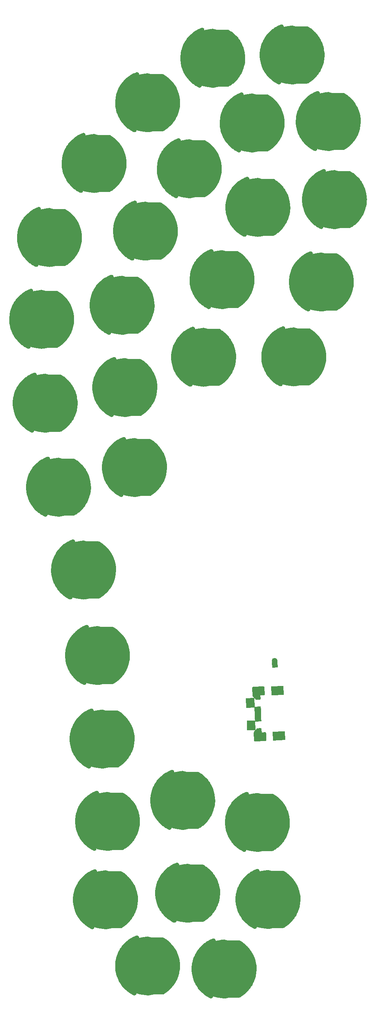
<source format=gts>
G04 #@! TF.GenerationSoftware,KiCad,Pcbnew,(5.0.0)*
G04 #@! TF.CreationDate,2020-01-29T13:40:05+01:00*
G04 #@! TF.ProjectId,Insole_PCB,496E736F6C655F5043422E6B69636164,rev?*
G04 #@! TF.SameCoordinates,Original*
G04 #@! TF.FileFunction,Soldermask,Top*
G04 #@! TF.FilePolarity,Negative*
%FSLAX46Y46*%
G04 Gerber Fmt 4.6, Leading zero omitted, Abs format (unit mm)*
G04 Created by KiCad (PCBNEW (5.0.0)) date 01/29/20 13:40:05*
%MOMM*%
%LPD*%
G01*
G04 APERTURE LIST*
%ADD10C,7.000000*%
%ADD11C,0.500000*%
%ADD12C,0.100000*%
%ADD13C,1.250000*%
%ADD14C,1.250000*%
%ADD15C,1.600000*%
%ADD16C,1.900000*%
%ADD17C,2.000000*%
%ADD18C,0.800000*%
G04 APERTURE END LIST*
D10*
G04 #@! TO.C,S9*
X128971015Y-54280707D02*
G75*
G03X128971015Y-54280707I-3201562J0D01*
G01*
G04 #@! TO.C,S0*
X162241015Y-112120707D02*
G75*
G03X162241015Y-112120707I-3201562J0D01*
G01*
G04 #@! TO.C,S1*
X168531015Y-95080707D02*
G75*
G03X168531015Y-95080707I-3201562J0D01*
G01*
G04 #@! TO.C,S2*
X171501015Y-76320707D02*
G75*
G03X171501015Y-76320707I-3201562J0D01*
G01*
G04 #@! TO.C,S3*
X170101015Y-58550707D02*
G75*
G03X170101015Y-58550707I-3201562J0D01*
G01*
G04 #@! TO.C,S4*
X161871015Y-43410707D02*
G75*
G03X161871015Y-43410707I-3201562J0D01*
G01*
G04 #@! TO.C,S5*
X152761015Y-58880707D02*
G75*
G03X152761015Y-58880707I-3201562J0D01*
G01*
G04 #@! TO.C,S6*
X154071015Y-78090707D02*
G75*
G03X154071015Y-78090707I-3201562J0D01*
G01*
G04 #@! TO.C,S7*
X145901015Y-94540707D02*
G75*
G03X145901015Y-94540707I-3201562J0D01*
G01*
G04 #@! TO.C,S8*
X143811015Y-44150707D02*
G75*
G03X143811015Y-44150707I-3201562J0D01*
G01*
G04 #@! TO.C,S10*
X138451015Y-69300707D02*
G75*
G03X138451015Y-69300707I-3201562J0D01*
G01*
G04 #@! TO.C,S11*
X116781015Y-68100707D02*
G75*
G03X116781015Y-68100707I-3201562J0D01*
G01*
G04 #@! TO.C,S12*
X128471015Y-83500707D02*
G75*
G03X128471015Y-83500707I-3201562J0D01*
G01*
G04 #@! TO.C,S13*
X106621015Y-84950707D02*
G75*
G03X106621015Y-84950707I-3201562J0D01*
G01*
G04 #@! TO.C,S14*
X141721015Y-112210707D02*
G75*
G03X141721015Y-112210707I-3201562J0D01*
G01*
G04 #@! TO.C,S15*
X123161015Y-100380707D02*
G75*
G03X123161015Y-100380707I-3201562J0D01*
G01*
G04 #@! TO.C,S16*
X104841015Y-103580707D02*
G75*
G03X104841015Y-103580707I-3201562J0D01*
G01*
G04 #@! TO.C,S17*
X105651015Y-122660707D02*
G75*
G03X105651015Y-122660707I-3201562J0D01*
G01*
G04 #@! TO.C,S18*
X123781015Y-119100707D02*
G75*
G03X123781015Y-119100707I-3201562J0D01*
G01*
G04 #@! TO.C,S19*
X125981015Y-137300707D02*
G75*
G03X125981015Y-137300707I-3201562J0D01*
G01*
G04 #@! TO.C,S20*
X108681015Y-141780707D02*
G75*
G03X108681015Y-141780707I-3201562J0D01*
G01*
G04 #@! TO.C,S21*
X114391015Y-160630707D02*
G75*
G03X114391015Y-160630707I-3201562J0D01*
G01*
G04 #@! TO.C,S22*
X117561015Y-180090707D02*
G75*
G03X117561015Y-180090707I-3201562J0D01*
G01*
G04 #@! TO.C,S23*
X118611015Y-199110707D02*
G75*
G03X118611015Y-199110707I-3201562J0D01*
G01*
G04 #@! TO.C,S24*
X153971015Y-218080707D02*
G75*
G03X153971015Y-218080707I-3201562J0D01*
G01*
G04 #@! TO.C,S25*
X156371015Y-235610707D02*
G75*
G03X156371015Y-235610707I-3201562J0D01*
G01*
G04 #@! TO.C,S26*
X146381015Y-251440707D02*
G75*
G03X146381015Y-251440707I-3201562J0D01*
G01*
G04 #@! TO.C,S27*
X128961015Y-250750707D02*
G75*
G03X128961015Y-250750707I-3201562J0D01*
G01*
G04 #@! TO.C,S28*
X119371015Y-235680707D02*
G75*
G03X119371015Y-235680707I-3201562J0D01*
G01*
G04 #@! TO.C,S29*
X138081015Y-234200707D02*
G75*
G03X138081015Y-234200707I-3201562J0D01*
G01*
G04 #@! TO.C,S30*
X119841015Y-217840707D02*
G75*
G03X119841015Y-217840707I-3201562J0D01*
G01*
G04 #@! TO.C,S31*
X136961015Y-213060707D02*
G75*
G03X136961015Y-213060707I-3201562J0D01*
G01*
G04 #@! TD*
D11*
G04 #@! TO.C,S9*
X132469453Y-55480707D03*
D12*
G36*
X124368068Y-60780702D02*
X124363879Y-60780673D01*
X124352702Y-60780283D01*
X124323450Y-60778442D01*
X124304037Y-60776264D01*
X124275104Y-60771578D01*
X124255990Y-60767516D01*
X124227653Y-60760029D01*
X124209032Y-60754122D01*
X124181560Y-60743906D01*
X124163592Y-60736205D01*
X124137249Y-60723356D01*
X124120130Y-60713944D01*
X124095166Y-60698586D01*
X124079041Y-60687546D01*
X124055695Y-60669825D01*
X124040732Y-60657269D01*
X124019226Y-60637355D01*
X124005549Y-60623389D01*
X123986090Y-60601471D01*
X123973849Y-60586246D01*
X123956621Y-60562534D01*
X123945922Y-60546184D01*
X123931090Y-60520904D01*
X123922036Y-60503586D01*
X123909742Y-60476979D01*
X123902422Y-60458861D01*
X123892783Y-60431181D01*
X123887267Y-60412438D01*
X123880375Y-60383950D01*
X123876713Y-60364755D01*
X123872634Y-60335731D01*
X123870864Y-60316276D01*
X123869636Y-60286992D01*
X123869772Y-60267450D01*
X123871408Y-60238185D01*
X123873450Y-60218750D01*
X123877934Y-60189786D01*
X123881863Y-60170646D01*
X123889152Y-60142257D01*
X123894931Y-60123590D01*
X123904956Y-60096047D01*
X123912527Y-60078035D01*
X123925191Y-60051603D01*
X123934487Y-60034412D01*
X123949671Y-60009341D01*
X123960596Y-59993145D01*
X123978153Y-59969676D01*
X123990609Y-59954618D01*
X124010373Y-59932974D01*
X124024236Y-59919208D01*
X124046017Y-59899596D01*
X124061163Y-59887244D01*
X124084755Y-59869851D01*
X124101027Y-59859039D01*
X124126203Y-59844031D01*
X124143453Y-59834859D01*
X124169973Y-59822379D01*
X124188041Y-59814932D01*
X124215652Y-59805100D01*
X124234358Y-59799452D01*
X124262798Y-59792361D01*
X124281970Y-59788565D01*
X124310965Y-59784284D01*
X124330407Y-59782378D01*
X124359682Y-59780946D01*
X124369453Y-59780707D01*
X129029947Y-59780707D01*
X129235760Y-59656008D01*
X129747532Y-59288788D01*
X130217241Y-58876700D01*
X130644509Y-58420732D01*
X130675264Y-58380707D01*
X121369453Y-58380707D01*
X121368068Y-58380702D01*
X121363879Y-58380673D01*
X121352702Y-58380283D01*
X121323450Y-58378442D01*
X121304037Y-58376264D01*
X121275104Y-58371578D01*
X121255990Y-58367516D01*
X121227653Y-58360029D01*
X121209032Y-58354122D01*
X121181560Y-58343906D01*
X121163592Y-58336205D01*
X121137249Y-58323356D01*
X121120130Y-58313944D01*
X121095166Y-58298586D01*
X121079041Y-58287546D01*
X121055695Y-58269825D01*
X121040732Y-58257269D01*
X121019226Y-58237355D01*
X121005549Y-58223389D01*
X120986090Y-58201471D01*
X120973849Y-58186246D01*
X120956621Y-58162534D01*
X120945922Y-58146184D01*
X120931090Y-58120904D01*
X120922036Y-58103586D01*
X120909742Y-58076979D01*
X120902422Y-58058861D01*
X120892783Y-58031181D01*
X120887267Y-58012438D01*
X120880375Y-57983950D01*
X120876713Y-57964755D01*
X120872634Y-57935731D01*
X120870864Y-57916276D01*
X120869636Y-57886992D01*
X120869772Y-57867450D01*
X120871408Y-57838185D01*
X120873450Y-57818750D01*
X120877934Y-57789786D01*
X120881863Y-57770646D01*
X120889152Y-57742257D01*
X120894931Y-57723590D01*
X120904956Y-57696047D01*
X120912527Y-57678035D01*
X120925191Y-57651603D01*
X120934487Y-57634412D01*
X120949671Y-57609341D01*
X120960596Y-57593145D01*
X120978153Y-57569676D01*
X120990609Y-57554618D01*
X121010373Y-57532974D01*
X121024236Y-57519208D01*
X121046017Y-57499596D01*
X121061163Y-57487244D01*
X121084755Y-57469851D01*
X121101027Y-57459039D01*
X121126203Y-57444031D01*
X121143453Y-57434859D01*
X121169973Y-57422379D01*
X121188041Y-57414932D01*
X121215652Y-57405100D01*
X121234358Y-57399452D01*
X121262798Y-57392361D01*
X121281970Y-57388565D01*
X121310965Y-57384284D01*
X121330407Y-57382378D01*
X121359682Y-57380946D01*
X121369453Y-57380707D01*
X131362867Y-57380707D01*
X131633039Y-56834986D01*
X131854306Y-56250615D01*
X131927329Y-55980707D01*
X120169453Y-55980707D01*
X120168068Y-55980702D01*
X120163879Y-55980673D01*
X120152702Y-55980283D01*
X120123450Y-55978442D01*
X120104037Y-55976264D01*
X120075104Y-55971578D01*
X120055990Y-55967516D01*
X120027653Y-55960029D01*
X120009032Y-55954122D01*
X119981560Y-55943906D01*
X119963592Y-55936205D01*
X119937249Y-55923356D01*
X119920130Y-55913944D01*
X119895166Y-55898586D01*
X119879041Y-55887546D01*
X119855695Y-55869825D01*
X119840732Y-55857269D01*
X119819226Y-55837355D01*
X119805549Y-55823389D01*
X119786090Y-55801471D01*
X119773849Y-55786246D01*
X119756621Y-55762534D01*
X119745922Y-55746184D01*
X119731090Y-55720904D01*
X119722036Y-55703586D01*
X119709742Y-55676979D01*
X119702422Y-55658861D01*
X119692783Y-55631181D01*
X119687267Y-55612438D01*
X119680375Y-55583950D01*
X119676713Y-55564755D01*
X119672634Y-55535731D01*
X119670864Y-55516276D01*
X119669636Y-55486992D01*
X119669772Y-55467450D01*
X119671408Y-55438185D01*
X119673450Y-55418750D01*
X119677934Y-55389786D01*
X119681863Y-55370646D01*
X119689152Y-55342257D01*
X119694931Y-55323590D01*
X119704956Y-55296047D01*
X119712527Y-55278035D01*
X119725191Y-55251603D01*
X119734487Y-55234412D01*
X119749671Y-55209341D01*
X119760596Y-55193145D01*
X119778153Y-55169676D01*
X119790609Y-55154618D01*
X119810373Y-55132974D01*
X119824236Y-55119208D01*
X119846017Y-55099596D01*
X119861163Y-55087244D01*
X119884755Y-55069851D01*
X119901027Y-55059039D01*
X119926203Y-55044031D01*
X119943453Y-55034859D01*
X119969973Y-55022379D01*
X119988041Y-55014932D01*
X120015652Y-55005100D01*
X120034358Y-54999452D01*
X120062798Y-54992361D01*
X120081970Y-54988565D01*
X120110965Y-54984284D01*
X120130407Y-54982378D01*
X120159682Y-54980946D01*
X120169453Y-54980707D01*
X132124523Y-54980707D01*
X132163968Y-54407820D01*
X132145853Y-53783212D01*
X132120051Y-53580707D01*
X120169453Y-53580707D01*
X120168068Y-53580702D01*
X120163879Y-53580673D01*
X120152702Y-53580283D01*
X120123450Y-53578442D01*
X120104037Y-53576264D01*
X120075104Y-53571578D01*
X120055990Y-53567516D01*
X120027653Y-53560029D01*
X120009032Y-53554122D01*
X119981560Y-53543906D01*
X119963592Y-53536205D01*
X119937249Y-53523356D01*
X119920130Y-53513944D01*
X119895166Y-53498586D01*
X119879041Y-53487546D01*
X119855695Y-53469825D01*
X119840732Y-53457269D01*
X119819226Y-53437355D01*
X119805549Y-53423389D01*
X119786090Y-53401471D01*
X119773849Y-53386246D01*
X119756621Y-53362534D01*
X119745922Y-53346184D01*
X119731090Y-53320904D01*
X119722036Y-53303586D01*
X119709742Y-53276979D01*
X119702422Y-53258861D01*
X119692783Y-53231181D01*
X119687267Y-53212438D01*
X119680375Y-53183950D01*
X119676713Y-53164755D01*
X119672634Y-53135731D01*
X119670864Y-53116276D01*
X119669636Y-53086992D01*
X119669772Y-53067450D01*
X119671408Y-53038185D01*
X119673450Y-53018750D01*
X119677934Y-52989786D01*
X119681863Y-52970646D01*
X119689152Y-52942257D01*
X119694931Y-52923590D01*
X119704956Y-52896047D01*
X119712527Y-52878035D01*
X119725191Y-52851603D01*
X119734487Y-52834412D01*
X119749671Y-52809341D01*
X119760596Y-52793145D01*
X119778153Y-52769676D01*
X119790609Y-52754618D01*
X119810373Y-52732974D01*
X119824236Y-52719208D01*
X119846017Y-52699596D01*
X119861163Y-52687244D01*
X119884755Y-52669851D01*
X119901027Y-52659039D01*
X119926203Y-52644031D01*
X119943453Y-52634859D01*
X119969973Y-52622379D01*
X119988041Y-52614932D01*
X120015652Y-52605100D01*
X120034358Y-52599452D01*
X120062798Y-52592361D01*
X120081970Y-52588565D01*
X120110965Y-52584284D01*
X120130407Y-52582378D01*
X120159682Y-52580946D01*
X120169453Y-52580707D01*
X131933844Y-52580707D01*
X131927786Y-52554178D01*
X131729909Y-51961455D01*
X131475152Y-51390898D01*
X131355449Y-51180707D01*
X121369453Y-51180707D01*
X121368068Y-51180702D01*
X121363879Y-51180673D01*
X121352702Y-51180283D01*
X121323450Y-51178442D01*
X121304037Y-51176264D01*
X121275104Y-51171578D01*
X121255990Y-51167516D01*
X121227653Y-51160029D01*
X121209032Y-51154122D01*
X121181560Y-51143906D01*
X121163592Y-51136205D01*
X121137249Y-51123356D01*
X121120130Y-51113944D01*
X121095166Y-51098586D01*
X121079041Y-51087546D01*
X121055695Y-51069825D01*
X121040732Y-51057269D01*
X121019226Y-51037355D01*
X121005549Y-51023389D01*
X120986090Y-51001471D01*
X120973849Y-50986246D01*
X120956621Y-50962534D01*
X120945922Y-50946184D01*
X120931090Y-50920904D01*
X120922036Y-50903586D01*
X120909742Y-50876979D01*
X120902422Y-50858861D01*
X120892783Y-50831181D01*
X120887267Y-50812438D01*
X120880375Y-50783950D01*
X120876713Y-50764755D01*
X120872634Y-50735731D01*
X120870864Y-50716276D01*
X120869636Y-50686992D01*
X120869772Y-50667450D01*
X120871408Y-50638185D01*
X120873450Y-50618750D01*
X120877934Y-50589786D01*
X120881863Y-50570646D01*
X120889152Y-50542257D01*
X120894931Y-50523590D01*
X120904956Y-50496047D01*
X120912527Y-50478035D01*
X120925191Y-50451603D01*
X120934487Y-50434412D01*
X120949671Y-50409341D01*
X120960596Y-50393145D01*
X120978153Y-50369676D01*
X120990609Y-50354618D01*
X121010373Y-50332974D01*
X121024236Y-50319208D01*
X121046017Y-50299596D01*
X121061163Y-50287244D01*
X121084755Y-50269851D01*
X121101027Y-50259039D01*
X121126203Y-50244031D01*
X121143453Y-50234859D01*
X121169973Y-50222379D01*
X121188041Y-50214932D01*
X121215652Y-50205100D01*
X121234358Y-50199452D01*
X121262798Y-50192361D01*
X121281970Y-50188565D01*
X121310965Y-50184284D01*
X121330407Y-50182378D01*
X121359682Y-50180946D01*
X121369453Y-50180707D01*
X130669388Y-50180707D01*
X130396380Y-49865107D01*
X129943411Y-49434672D01*
X129450598Y-49050491D01*
X129024479Y-48780707D01*
X124769453Y-48780707D01*
X124768068Y-48780702D01*
X124763879Y-48780673D01*
X124752702Y-48780283D01*
X124723450Y-48778442D01*
X124704037Y-48776264D01*
X124675104Y-48771578D01*
X124655990Y-48767516D01*
X124627653Y-48760029D01*
X124609032Y-48754122D01*
X124581560Y-48743906D01*
X124563592Y-48736205D01*
X124537249Y-48723356D01*
X124520130Y-48713944D01*
X124495166Y-48698586D01*
X124479041Y-48687546D01*
X124455695Y-48669825D01*
X124440732Y-48657269D01*
X124419226Y-48637355D01*
X124405549Y-48623389D01*
X124386090Y-48601471D01*
X124373849Y-48586246D01*
X124356621Y-48562534D01*
X124345922Y-48546184D01*
X124331090Y-48520904D01*
X124322036Y-48503586D01*
X124309742Y-48476979D01*
X124302422Y-48458861D01*
X124292783Y-48431181D01*
X124287267Y-48412438D01*
X124280375Y-48383950D01*
X124276713Y-48364755D01*
X124272634Y-48335731D01*
X124270864Y-48316276D01*
X124269636Y-48286992D01*
X124269772Y-48267450D01*
X124271408Y-48238185D01*
X124273450Y-48218750D01*
X124277934Y-48189786D01*
X124281863Y-48170646D01*
X124289152Y-48142257D01*
X124294931Y-48123590D01*
X124304956Y-48096047D01*
X124312527Y-48078035D01*
X124325191Y-48051603D01*
X124334487Y-48034412D01*
X124349671Y-48009341D01*
X124360596Y-47993145D01*
X124378153Y-47969676D01*
X124390609Y-47954618D01*
X124410373Y-47932974D01*
X124424236Y-47919208D01*
X124446017Y-47899596D01*
X124461163Y-47887244D01*
X124484755Y-47869851D01*
X124501027Y-47859039D01*
X124526203Y-47844031D01*
X124543453Y-47834859D01*
X124569973Y-47822379D01*
X124588041Y-47814932D01*
X124615652Y-47805100D01*
X124634358Y-47799452D01*
X124662798Y-47792361D01*
X124681970Y-47788565D01*
X124710965Y-47784284D01*
X124730407Y-47782378D01*
X124759682Y-47780946D01*
X124769453Y-47780707D01*
X129169453Y-47780707D01*
X129170838Y-47780712D01*
X129175027Y-47780741D01*
X129186194Y-47781130D01*
X129191863Y-47781486D01*
X129197530Y-47781639D01*
X129213330Y-47782838D01*
X129215455Y-47782972D01*
X129216215Y-47783057D01*
X129217002Y-47783117D01*
X129219194Y-47783391D01*
X129234876Y-47785151D01*
X129240442Y-47786053D01*
X129246076Y-47786758D01*
X129261687Y-47789493D01*
X129263798Y-47789835D01*
X129264549Y-47789995D01*
X129265339Y-47790133D01*
X129267509Y-47790624D01*
X129282912Y-47793897D01*
X129288386Y-47795343D01*
X129293927Y-47796596D01*
X129309139Y-47800826D01*
X129311265Y-47801388D01*
X129312013Y-47801625D01*
X129312731Y-47801825D01*
X129314726Y-47802486D01*
X129329870Y-47807291D01*
X129335176Y-47809264D01*
X129340570Y-47811052D01*
X129355236Y-47816723D01*
X129357341Y-47817506D01*
X129358087Y-47817826D01*
X129358804Y-47818103D01*
X129360752Y-47818968D01*
X129375316Y-47825210D01*
X129380437Y-47827708D01*
X129385584Y-47829993D01*
X129399666Y-47837087D01*
X129401657Y-47838058D01*
X129402349Y-47838438D01*
X129403029Y-47838781D01*
X129404885Y-47839833D01*
X129418782Y-47847473D01*
X129423616Y-47850447D01*
X129428524Y-47853228D01*
X129436915Y-47858257D01*
X130006186Y-48218674D01*
X130007338Y-48219409D01*
X130010862Y-48221674D01*
X130020109Y-48227990D01*
X130029179Y-48234565D01*
X130038286Y-48240975D01*
X130046134Y-48246790D01*
X130577517Y-48661039D01*
X130578593Y-48661884D01*
X130581879Y-48664482D01*
X130590467Y-48671672D01*
X130598836Y-48679087D01*
X130607286Y-48686365D01*
X130614530Y-48692919D01*
X131102953Y-49157044D01*
X131103955Y-49158003D01*
X131106971Y-49160909D01*
X131114801Y-49168887D01*
X131122376Y-49177049D01*
X131130108Y-49185152D01*
X131136678Y-49192383D01*
X131577480Y-49701955D01*
X131578372Y-49702993D01*
X131581091Y-49706180D01*
X131588118Y-49714900D01*
X131594869Y-49723775D01*
X131601762Y-49732578D01*
X131607597Y-49740417D01*
X131996569Y-50290573D01*
X131997376Y-50291723D01*
X131999770Y-50295160D01*
X132005892Y-50304495D01*
X132011749Y-50313992D01*
X132017745Y-50323419D01*
X132022787Y-50331790D01*
X132356218Y-50917276D01*
X132356890Y-50918465D01*
X132358938Y-50922119D01*
X132364140Y-50932042D01*
X132369044Y-50942071D01*
X132374089Y-50952031D01*
X132378290Y-50960855D01*
X132652995Y-51576084D01*
X132653546Y-51577330D01*
X132655228Y-51581167D01*
X132659440Y-51591557D01*
X132663363Y-51602073D01*
X132667388Y-51612417D01*
X132670709Y-51621608D01*
X132884068Y-52260707D01*
X132884503Y-52262027D01*
X132885802Y-52266010D01*
X132888967Y-52276721D01*
X132891815Y-52287453D01*
X132894849Y-52298275D01*
X132897255Y-52307744D01*
X133047230Y-52964613D01*
X133047535Y-52965967D01*
X133048439Y-52970057D01*
X133050546Y-52981042D01*
X133052340Y-52992045D01*
X133054292Y-53003047D01*
X133055764Y-53012712D01*
X133140924Y-53681080D01*
X133141093Y-53682440D01*
X133141594Y-53686599D01*
X133142621Y-53697749D01*
X133143335Y-53708917D01*
X133144202Y-53720024D01*
X133144724Y-53729782D01*
X133164257Y-54403272D01*
X133164293Y-54404678D01*
X133164385Y-54408866D01*
X133164318Y-54420027D01*
X133163940Y-54431183D01*
X133163718Y-54442352D01*
X133163286Y-54452112D01*
X133117004Y-55124293D01*
X133116906Y-55125642D01*
X133116590Y-55129819D01*
X133115431Y-55140976D01*
X133113962Y-55152073D01*
X133112656Y-55163128D01*
X133111272Y-55172805D01*
X132999618Y-55837263D01*
X132999381Y-55838640D01*
X132998658Y-55842766D01*
X132996424Y-55853709D01*
X132993900Y-55864524D01*
X132991500Y-55875493D01*
X132989179Y-55884985D01*
X132813217Y-56535375D01*
X132812851Y-56536711D01*
X132811729Y-56540747D01*
X132808430Y-56551444D01*
X132804827Y-56562062D01*
X132801408Y-56572624D01*
X132798171Y-56581848D01*
X132559584Y-57211964D01*
X132559079Y-57213284D01*
X132557568Y-57217191D01*
X132553256Y-57227477D01*
X132548654Y-57237651D01*
X132544195Y-57247887D01*
X132540074Y-57256749D01*
X132241136Y-57860576D01*
X132240507Y-57861837D01*
X132238622Y-57865578D01*
X132233319Y-57875409D01*
X132227754Y-57885070D01*
X132222321Y-57894817D01*
X132217350Y-57903244D01*
X131860916Y-58475016D01*
X131860178Y-58476189D01*
X131857937Y-58479729D01*
X131851697Y-58489004D01*
X131845155Y-58498162D01*
X131838836Y-58507274D01*
X131833079Y-58515157D01*
X131422550Y-59049421D01*
X131421712Y-59050505D01*
X131419137Y-59053809D01*
X131412008Y-59062446D01*
X131404630Y-59070891D01*
X131397436Y-59079363D01*
X131390930Y-59086656D01*
X130930226Y-59578307D01*
X130929266Y-59579324D01*
X130926380Y-59582361D01*
X130918462Y-59590240D01*
X130910358Y-59597866D01*
X130902312Y-59605653D01*
X130895123Y-59612278D01*
X130388641Y-60056627D01*
X130387603Y-60057531D01*
X130384435Y-60060272D01*
X130375770Y-60067355D01*
X130366928Y-60074179D01*
X130358186Y-60081123D01*
X130350389Y-60087012D01*
X129802963Y-60479815D01*
X129801835Y-60480619D01*
X129798414Y-60483038D01*
X129789102Y-60489239D01*
X129783891Y-60492503D01*
X129778797Y-60495940D01*
X129770565Y-60501207D01*
X129430899Y-60707007D01*
X129429730Y-60707709D01*
X129426133Y-60709855D01*
X129416341Y-60715331D01*
X129414750Y-60716163D01*
X129412712Y-60717378D01*
X129395449Y-60726557D01*
X129385922Y-60731040D01*
X129385894Y-60730981D01*
X129380372Y-60733535D01*
X129380417Y-60733631D01*
X129368931Y-60739036D01*
X129350865Y-60746482D01*
X129323254Y-60756314D01*
X129304548Y-60761962D01*
X129276108Y-60769053D01*
X129256936Y-60772849D01*
X129227941Y-60777130D01*
X129208499Y-60779036D01*
X129179224Y-60780468D01*
X129169453Y-60780707D01*
X124369453Y-60780707D01*
X124368068Y-60780702D01*
X124368068Y-60780702D01*
G37*
D11*
X118969453Y-54280707D03*
D12*
G36*
X122754266Y-60980333D02*
X122725009Y-60978584D01*
X122705589Y-60976467D01*
X122676642Y-60971872D01*
X122657511Y-60967868D01*
X122629149Y-60960469D01*
X122610502Y-60954618D01*
X122583000Y-60944487D01*
X122565023Y-60936848D01*
X122538639Y-60924082D01*
X122529946Y-60919610D01*
X121939250Y-60597271D01*
X121938034Y-60596602D01*
X121934371Y-60594570D01*
X121924747Y-60588874D01*
X121915296Y-60582917D01*
X121905780Y-60577104D01*
X121897564Y-60571805D01*
X121341142Y-60193363D01*
X121339983Y-60192569D01*
X121336536Y-60190189D01*
X121327536Y-60183597D01*
X121318712Y-60176747D01*
X121309794Y-60170022D01*
X121302140Y-60163951D01*
X120785302Y-59733017D01*
X120784243Y-59732128D01*
X120781044Y-59729423D01*
X120772710Y-59721967D01*
X120764577Y-59714270D01*
X120756380Y-59706727D01*
X120749355Y-59699938D01*
X120277037Y-59220627D01*
X120276058Y-59219626D01*
X120273139Y-59216622D01*
X120265581Y-59208397D01*
X120258259Y-59199967D01*
X120250825Y-59191647D01*
X120244491Y-59184199D01*
X119821199Y-58661085D01*
X119820314Y-58659984D01*
X119817702Y-58656709D01*
X119810989Y-58647792D01*
X119804555Y-58638731D01*
X119797942Y-58629689D01*
X119792362Y-58621655D01*
X119422137Y-58059732D01*
X119421369Y-58058557D01*
X119419089Y-58055043D01*
X119413279Y-58045517D01*
X119407734Y-58035827D01*
X119402046Y-58026200D01*
X119397287Y-58017676D01*
X119083663Y-57422307D01*
X119083025Y-57421086D01*
X119081098Y-57417366D01*
X119076229Y-57407286D01*
X119071649Y-57397084D01*
X119066946Y-57386990D01*
X119063033Y-57378025D01*
X118809004Y-56754894D01*
X118808478Y-56753590D01*
X118806924Y-56749700D01*
X118803072Y-56739217D01*
X118799506Y-56728605D01*
X118795815Y-56718114D01*
X118792796Y-56708812D01*
X118600786Y-56063866D01*
X118600398Y-56062549D01*
X118599230Y-56058525D01*
X118596411Y-56047684D01*
X118593900Y-56036786D01*
X118591247Y-56025970D01*
X118589151Y-56016421D01*
X118460993Y-55355815D01*
X118460731Y-55354439D01*
X118459962Y-55350321D01*
X118458219Y-55339289D01*
X118456788Y-55328239D01*
X118455197Y-55317169D01*
X118454043Y-55307462D01*
X118390961Y-54637503D01*
X118390837Y-54636133D01*
X118390473Y-54631960D01*
X118389812Y-54620791D01*
X118389465Y-54609617D01*
X118388963Y-54598467D01*
X118388762Y-54588702D01*
X118391358Y-53915785D01*
X118391369Y-53914409D01*
X118391414Y-53910220D01*
X118391847Y-53899031D01*
X118392594Y-53887853D01*
X118393180Y-53876749D01*
X118393933Y-53867004D01*
X118462181Y-53197552D01*
X118462328Y-53196164D01*
X118462782Y-53191999D01*
X118464303Y-53180923D01*
X118466127Y-53169935D01*
X118467801Y-53158888D01*
X118469503Y-53149254D01*
X118602753Y-52489656D01*
X118603034Y-52488293D01*
X118603892Y-52484193D01*
X118606487Y-52473315D01*
X118609390Y-52462501D01*
X118612122Y-52451718D01*
X118614754Y-52442304D01*
X118811733Y-51798857D01*
X118812144Y-51797531D01*
X118813398Y-51793534D01*
X118817041Y-51782966D01*
X118820980Y-51772499D01*
X118824760Y-51762011D01*
X118828297Y-51752901D01*
X119087125Y-51131747D01*
X119087666Y-51130461D01*
X119089304Y-51126606D01*
X119093956Y-51116455D01*
X119098908Y-51106400D01*
X119103690Y-51096340D01*
X119108095Y-51087627D01*
X119426302Y-50494695D01*
X119426956Y-50493486D01*
X119428962Y-50489809D01*
X119434598Y-50480134D01*
X119440484Y-50470650D01*
X119446236Y-50461084D01*
X119451477Y-50452832D01*
X119826026Y-49893781D01*
X119826807Y-49892623D01*
X119829163Y-49889159D01*
X119835703Y-49880100D01*
X119842479Y-49871245D01*
X119849147Y-49862273D01*
X119855166Y-49854574D01*
X120282481Y-49334741D01*
X120283345Y-49333698D01*
X120286027Y-49330480D01*
X120293451Y-49322063D01*
X120301073Y-49313896D01*
X120308565Y-49305640D01*
X120315308Y-49298565D01*
X120791310Y-48822912D01*
X120792288Y-48821941D01*
X120795271Y-48819001D01*
X120803452Y-48811376D01*
X120811878Y-48803952D01*
X120820115Y-48796490D01*
X120827509Y-48790112D01*
X121347655Y-48363178D01*
X121348729Y-48362303D01*
X121351985Y-48359668D01*
X121360869Y-48352881D01*
X121369879Y-48346388D01*
X121378898Y-48339695D01*
X121386884Y-48334066D01*
X121946209Y-47959928D01*
X121947361Y-47959163D01*
X121950859Y-47956858D01*
X121960370Y-47950966D01*
X121970027Y-47945351D01*
X121979583Y-47939613D01*
X121988090Y-47934784D01*
X122581254Y-47617011D01*
X122582515Y-47616341D01*
X122586222Y-47614389D01*
X122596228Y-47609471D01*
X122604760Y-47605569D01*
X122613256Y-47601465D01*
X122622173Y-47597424D01*
X123153250Y-47372226D01*
X123154513Y-47371695D01*
X123158381Y-47370086D01*
X123168835Y-47366077D01*
X123196484Y-47356352D01*
X123215210Y-47350778D01*
X123243677Y-47343797D01*
X123262857Y-47340076D01*
X123291868Y-47335906D01*
X123311323Y-47334074D01*
X123340603Y-47332755D01*
X123360146Y-47332830D01*
X123389415Y-47334375D01*
X123408848Y-47336356D01*
X123437827Y-47340749D01*
X123456987Y-47344620D01*
X123485399Y-47351821D01*
X123504078Y-47357539D01*
X123531651Y-47367477D01*
X123549691Y-47374994D01*
X123576163Y-47387576D01*
X123593379Y-47396815D01*
X123618497Y-47411920D01*
X123634730Y-47422797D01*
X123658254Y-47440281D01*
X123673347Y-47452687D01*
X123695053Y-47472383D01*
X123708866Y-47486206D01*
X123728546Y-47507926D01*
X123740942Y-47523029D01*
X123758409Y-47546566D01*
X123769276Y-47562811D01*
X123784362Y-47587940D01*
X123793588Y-47605162D01*
X123806150Y-47631643D01*
X123813651Y-47649680D01*
X123823570Y-47677261D01*
X123829277Y-47695955D01*
X123836456Y-47724371D01*
X123840310Y-47743520D01*
X123844683Y-47772502D01*
X123846652Y-47791950D01*
X123848175Y-47821221D01*
X123848236Y-47840757D01*
X123846896Y-47870036D01*
X123845049Y-47889496D01*
X123840857Y-47918505D01*
X123837122Y-47937680D01*
X123830120Y-47966141D01*
X123824530Y-47984865D01*
X123814784Y-48012507D01*
X123807397Y-48030591D01*
X123795001Y-48057150D01*
X123785878Y-48074438D01*
X123770948Y-48099661D01*
X123760190Y-48115964D01*
X123742871Y-48139610D01*
X123730568Y-48154792D01*
X123711025Y-48176634D01*
X123697298Y-48190543D01*
X123675716Y-48210374D01*
X123660704Y-48222873D01*
X123637289Y-48240505D01*
X123621112Y-48251490D01*
X123596089Y-48266750D01*
X123578938Y-48276092D01*
X123552545Y-48288839D01*
X123543643Y-48292874D01*
X123033472Y-48509208D01*
X122481868Y-48804716D01*
X122218767Y-48980707D01*
X128969453Y-48980707D01*
X128970838Y-48980712D01*
X128975027Y-48980741D01*
X128986204Y-48981131D01*
X129015456Y-48982972D01*
X129034869Y-48985150D01*
X129063802Y-48989836D01*
X129082916Y-48993898D01*
X129111253Y-49001385D01*
X129129874Y-49007292D01*
X129157346Y-49017508D01*
X129175314Y-49025209D01*
X129201657Y-49038058D01*
X129218776Y-49047470D01*
X129243740Y-49062828D01*
X129259865Y-49073868D01*
X129283211Y-49091589D01*
X129298174Y-49104145D01*
X129319680Y-49124059D01*
X129333357Y-49138025D01*
X129352816Y-49159943D01*
X129365057Y-49175168D01*
X129382285Y-49198880D01*
X129392984Y-49215230D01*
X129407816Y-49240510D01*
X129416870Y-49257828D01*
X129429164Y-49284435D01*
X129436484Y-49302553D01*
X129446123Y-49330233D01*
X129451639Y-49348976D01*
X129458531Y-49377464D01*
X129462193Y-49396659D01*
X129466272Y-49425683D01*
X129468042Y-49445138D01*
X129469270Y-49474422D01*
X129469134Y-49493964D01*
X129467498Y-49523229D01*
X129465456Y-49542664D01*
X129460972Y-49571628D01*
X129457043Y-49590768D01*
X129449754Y-49619157D01*
X129443975Y-49637824D01*
X129433950Y-49665367D01*
X129426379Y-49683379D01*
X129413715Y-49709811D01*
X129404419Y-49727002D01*
X129389235Y-49752073D01*
X129378310Y-49768269D01*
X129360753Y-49791738D01*
X129348297Y-49806796D01*
X129328533Y-49828440D01*
X129314670Y-49842206D01*
X129292889Y-49861818D01*
X129277743Y-49874170D01*
X129254151Y-49891563D01*
X129237879Y-49902375D01*
X129212703Y-49917383D01*
X129195453Y-49926555D01*
X129168933Y-49939035D01*
X129150865Y-49946482D01*
X129123254Y-49956314D01*
X129104548Y-49961962D01*
X129076108Y-49969053D01*
X129056936Y-49972849D01*
X129027941Y-49977130D01*
X129008499Y-49979036D01*
X128979224Y-49980468D01*
X128969453Y-49980707D01*
X121047396Y-49980707D01*
X121039454Y-49988643D01*
X120643195Y-50470697D01*
X120295870Y-50989114D01*
X120085715Y-51380707D01*
X130969453Y-51380707D01*
X130970838Y-51380712D01*
X130975027Y-51380741D01*
X130986204Y-51381131D01*
X131015456Y-51382972D01*
X131034869Y-51385150D01*
X131063802Y-51389836D01*
X131082916Y-51393898D01*
X131111253Y-51401385D01*
X131129874Y-51407292D01*
X131157346Y-51417508D01*
X131175314Y-51425209D01*
X131201657Y-51438058D01*
X131218776Y-51447470D01*
X131243740Y-51462828D01*
X131259865Y-51473868D01*
X131283211Y-51491589D01*
X131298174Y-51504145D01*
X131319680Y-51524059D01*
X131333357Y-51538025D01*
X131352816Y-51559943D01*
X131365057Y-51575168D01*
X131382285Y-51598880D01*
X131392984Y-51615230D01*
X131407816Y-51640510D01*
X131416870Y-51657828D01*
X131429164Y-51684435D01*
X131436484Y-51702553D01*
X131446123Y-51730233D01*
X131451639Y-51748976D01*
X131458531Y-51777464D01*
X131462193Y-51796659D01*
X131466272Y-51825683D01*
X131468042Y-51845138D01*
X131469270Y-51874422D01*
X131469134Y-51893964D01*
X131467498Y-51923229D01*
X131465456Y-51942664D01*
X131460972Y-51971628D01*
X131457043Y-51990768D01*
X131449754Y-52019157D01*
X131443975Y-52037824D01*
X131433950Y-52065367D01*
X131426379Y-52083379D01*
X131413715Y-52109811D01*
X131404419Y-52127002D01*
X131389235Y-52152073D01*
X131378310Y-52168269D01*
X131360753Y-52191738D01*
X131348297Y-52206796D01*
X131328533Y-52228440D01*
X131314670Y-52242206D01*
X131292889Y-52261818D01*
X131277743Y-52274170D01*
X131254151Y-52291563D01*
X131237879Y-52302375D01*
X131212703Y-52317383D01*
X131195453Y-52326555D01*
X131168933Y-52339035D01*
X131150865Y-52346482D01*
X131123254Y-52356314D01*
X131104548Y-52361962D01*
X131076108Y-52369053D01*
X131056936Y-52372849D01*
X131027941Y-52377130D01*
X131008499Y-52379036D01*
X130979224Y-52380468D01*
X130969453Y-52380707D01*
X119679420Y-52380707D01*
X119578112Y-52711637D01*
X119454544Y-53323307D01*
X119407914Y-53780707D01*
X131369453Y-53780707D01*
X131370838Y-53780712D01*
X131375027Y-53780741D01*
X131386204Y-53781131D01*
X131415456Y-53782972D01*
X131434869Y-53785150D01*
X131463802Y-53789836D01*
X131482916Y-53793898D01*
X131511253Y-53801385D01*
X131529874Y-53807292D01*
X131557346Y-53817508D01*
X131575314Y-53825209D01*
X131601657Y-53838058D01*
X131618776Y-53847470D01*
X131643740Y-53862828D01*
X131659865Y-53873868D01*
X131683211Y-53891589D01*
X131698174Y-53904145D01*
X131719680Y-53924059D01*
X131733357Y-53938025D01*
X131752816Y-53959943D01*
X131765057Y-53975168D01*
X131782285Y-53998880D01*
X131792984Y-54015230D01*
X131807816Y-54040510D01*
X131816870Y-54057828D01*
X131829164Y-54084435D01*
X131836484Y-54102553D01*
X131846123Y-54130233D01*
X131851639Y-54148976D01*
X131858531Y-54177464D01*
X131862193Y-54196659D01*
X131866272Y-54225683D01*
X131868042Y-54245138D01*
X131869270Y-54274422D01*
X131869134Y-54293964D01*
X131867498Y-54323229D01*
X131865456Y-54342664D01*
X131860972Y-54371628D01*
X131857043Y-54390768D01*
X131849754Y-54419157D01*
X131843975Y-54437824D01*
X131833950Y-54465367D01*
X131826379Y-54483379D01*
X131813715Y-54509811D01*
X131804419Y-54527002D01*
X131789235Y-54552073D01*
X131778310Y-54568269D01*
X131760753Y-54591738D01*
X131748297Y-54606796D01*
X131728533Y-54628440D01*
X131714670Y-54642206D01*
X131692889Y-54661818D01*
X131677743Y-54674170D01*
X131654151Y-54691563D01*
X131637879Y-54702375D01*
X131612703Y-54717383D01*
X131595453Y-54726555D01*
X131568933Y-54739035D01*
X131550865Y-54746482D01*
X131523254Y-54756314D01*
X131504548Y-54761962D01*
X131476108Y-54769053D01*
X131456936Y-54772849D01*
X131427941Y-54777130D01*
X131408499Y-54779036D01*
X131379224Y-54780468D01*
X131369453Y-54780707D01*
X119408868Y-54780707D01*
X119447347Y-55189375D01*
X119566190Y-55801964D01*
X119678947Y-56180707D01*
X130769453Y-56180707D01*
X130770838Y-56180712D01*
X130775027Y-56180741D01*
X130786204Y-56181131D01*
X130815456Y-56182972D01*
X130834869Y-56185150D01*
X130863802Y-56189836D01*
X130882916Y-56193898D01*
X130911253Y-56201385D01*
X130929874Y-56207292D01*
X130957346Y-56217508D01*
X130975314Y-56225209D01*
X131001657Y-56238058D01*
X131018776Y-56247470D01*
X131043740Y-56262828D01*
X131059865Y-56273868D01*
X131083211Y-56291589D01*
X131098174Y-56304145D01*
X131119680Y-56324059D01*
X131133357Y-56338025D01*
X131152816Y-56359943D01*
X131165057Y-56375168D01*
X131182285Y-56398880D01*
X131192984Y-56415230D01*
X131207816Y-56440510D01*
X131216870Y-56457828D01*
X131229164Y-56484435D01*
X131236484Y-56502553D01*
X131246123Y-56530233D01*
X131251639Y-56548976D01*
X131258531Y-56577464D01*
X131262193Y-56596659D01*
X131266272Y-56625683D01*
X131268042Y-56645138D01*
X131269270Y-56674422D01*
X131269134Y-56693964D01*
X131267498Y-56723229D01*
X131265456Y-56742664D01*
X131260972Y-56771628D01*
X131257043Y-56790768D01*
X131249754Y-56819157D01*
X131243975Y-56837824D01*
X131233950Y-56865367D01*
X131226379Y-56883379D01*
X131213715Y-56909811D01*
X131204419Y-56927002D01*
X131189235Y-56952073D01*
X131178310Y-56968269D01*
X131160753Y-56991738D01*
X131148297Y-57006796D01*
X131128533Y-57028440D01*
X131114670Y-57042206D01*
X131092889Y-57061818D01*
X131077743Y-57074170D01*
X131054151Y-57091563D01*
X131037879Y-57102375D01*
X131012703Y-57117383D01*
X130995453Y-57126555D01*
X130968933Y-57139035D01*
X130950865Y-57146482D01*
X130923254Y-57156314D01*
X130904548Y-57161962D01*
X130876108Y-57169053D01*
X130856936Y-57172849D01*
X130827941Y-57177130D01*
X130808499Y-57179036D01*
X130779224Y-57180468D01*
X130769453Y-57180707D01*
X120086654Y-57180707D01*
X120270633Y-57529965D01*
X120613965Y-58051069D01*
X121006483Y-58536150D01*
X121050390Y-58580707D01*
X129169453Y-58580707D01*
X129170838Y-58580712D01*
X129175027Y-58580741D01*
X129186204Y-58581131D01*
X129215456Y-58582972D01*
X129234869Y-58585150D01*
X129263802Y-58589836D01*
X129282916Y-58593898D01*
X129311253Y-58601385D01*
X129329874Y-58607292D01*
X129357346Y-58617508D01*
X129375314Y-58625209D01*
X129401657Y-58638058D01*
X129418776Y-58647470D01*
X129443740Y-58662828D01*
X129459865Y-58673868D01*
X129483211Y-58691589D01*
X129498174Y-58704145D01*
X129519680Y-58724059D01*
X129533357Y-58738025D01*
X129552816Y-58759943D01*
X129565057Y-58775168D01*
X129582285Y-58798880D01*
X129592984Y-58815230D01*
X129607816Y-58840510D01*
X129616870Y-58857828D01*
X129629164Y-58884435D01*
X129636484Y-58902553D01*
X129646123Y-58930233D01*
X129651639Y-58948976D01*
X129658531Y-58977464D01*
X129662193Y-58996659D01*
X129666272Y-59025683D01*
X129668042Y-59045138D01*
X129669270Y-59074422D01*
X129669134Y-59093964D01*
X129667498Y-59123229D01*
X129665456Y-59142664D01*
X129660972Y-59171628D01*
X129657043Y-59190768D01*
X129649754Y-59219157D01*
X129643975Y-59237824D01*
X129633950Y-59265367D01*
X129626379Y-59283379D01*
X129613715Y-59309811D01*
X129604419Y-59327002D01*
X129589235Y-59352073D01*
X129578310Y-59368269D01*
X129560753Y-59391738D01*
X129548297Y-59406796D01*
X129528533Y-59428440D01*
X129514670Y-59442206D01*
X129492889Y-59461818D01*
X129477743Y-59474170D01*
X129454151Y-59491563D01*
X129437879Y-59502375D01*
X129412703Y-59517383D01*
X129395453Y-59526555D01*
X129368933Y-59539035D01*
X129350865Y-59546482D01*
X129323254Y-59556314D01*
X129304548Y-59561962D01*
X129276108Y-59569053D01*
X129256936Y-59572849D01*
X129227941Y-59577130D01*
X129208499Y-59579036D01*
X129179224Y-59580468D01*
X129169453Y-59580707D01*
X122218492Y-59580707D01*
X122439731Y-59731179D01*
X123008960Y-60041804D01*
X123010176Y-60042473D01*
X123013839Y-60044505D01*
X123023459Y-60050199D01*
X123048255Y-60065827D01*
X123064256Y-60077039D01*
X123087409Y-60095012D01*
X123102240Y-60107734D01*
X123123528Y-60127880D01*
X123137042Y-60141982D01*
X123156264Y-60164109D01*
X123168349Y-60179477D01*
X123185318Y-60203374D01*
X123195838Y-60219838D01*
X123210395Y-60245278D01*
X123219262Y-60262697D01*
X123231266Y-60289436D01*
X123238383Y-60307614D01*
X123247723Y-60335396D01*
X123253041Y-60354215D01*
X123259623Y-60382776D01*
X123263075Y-60402006D01*
X123266839Y-60431073D01*
X123268399Y-60450548D01*
X123269309Y-60479844D01*
X123268960Y-60499380D01*
X123267007Y-60528624D01*
X123264754Y-60548036D01*
X123259956Y-60576951D01*
X123255821Y-60596043D01*
X123248225Y-60624352D01*
X123242244Y-60642957D01*
X123231922Y-60670388D01*
X123224156Y-60688318D01*
X123211206Y-60714612D01*
X123201727Y-60731698D01*
X123186273Y-60756603D01*
X123175168Y-60772688D01*
X123157357Y-60795965D01*
X123144744Y-60810879D01*
X123124747Y-60832308D01*
X123110731Y-60845928D01*
X123088738Y-60865303D01*
X123073463Y-60877488D01*
X123049685Y-60894624D01*
X123033290Y-60905262D01*
X123007952Y-60919996D01*
X122990603Y-60928981D01*
X122963949Y-60941172D01*
X122945805Y-60948421D01*
X122918089Y-60957953D01*
X122899330Y-60963396D01*
X122870816Y-60970179D01*
X122851593Y-60973769D01*
X122822552Y-60977735D01*
X122803098Y-60979429D01*
X122773809Y-60980544D01*
X122754266Y-60980333D01*
X122754266Y-60980333D01*
G37*
G04 #@! TD*
D13*
G04 #@! TO.C,J2*
X154639697Y-181233143D03*
D14*
X154639697Y-181233143D02*
X154639697Y-181233143D01*
D13*
X154709453Y-182230707D03*
D12*
G36*
X154129573Y-182897782D02*
X154042378Y-181650827D01*
X155289333Y-181563632D01*
X155376528Y-182810587D01*
X154129573Y-182897782D01*
X154129573Y-182897782D01*
G37*
G04 #@! TD*
D15*
G04 #@! TO.C,J1*
X151019559Y-188194613D03*
D12*
G36*
X152444147Y-188984395D02*
X152434082Y-189022288D01*
X152416818Y-189057489D01*
X152393018Y-189088646D01*
X152363597Y-189114561D01*
X152329687Y-189134239D01*
X152292588Y-189146922D01*
X152253727Y-189152124D01*
X151454215Y-189180044D01*
X151480389Y-189929587D01*
X151477910Y-189968715D01*
X151467846Y-190006609D01*
X151450582Y-190041810D01*
X151426782Y-190072966D01*
X151397361Y-190098882D01*
X151363450Y-190118559D01*
X151326351Y-190131243D01*
X151287491Y-190136445D01*
X150487979Y-190164365D01*
X150448850Y-190161886D01*
X150410957Y-190151821D01*
X150375756Y-190134557D01*
X150331464Y-190097300D01*
X149706527Y-189393682D01*
X149683490Y-189361956D01*
X149667084Y-189326347D01*
X149657941Y-189288221D01*
X149656184Y-189267848D01*
X149592492Y-187443960D01*
X149594971Y-187404831D01*
X149605036Y-187366938D01*
X149622300Y-187331737D01*
X149646100Y-187300580D01*
X149675521Y-187274665D01*
X149709431Y-187254987D01*
X149746530Y-187242304D01*
X149785391Y-187237102D01*
X152183928Y-187153343D01*
X152223057Y-187155822D01*
X152260950Y-187165886D01*
X152296151Y-187183150D01*
X152327308Y-187206951D01*
X152353223Y-187236371D01*
X152372901Y-187270282D01*
X152385584Y-187307381D01*
X152390787Y-187346241D01*
X152446626Y-188945266D01*
X152444147Y-188984395D01*
X152444147Y-188984395D01*
G37*
D15*
X151382514Y-198588278D03*
D12*
G36*
X152807102Y-199378060D02*
X152797037Y-199415953D01*
X152779773Y-199451154D01*
X152755973Y-199482311D01*
X152726552Y-199508226D01*
X152692642Y-199527904D01*
X152655543Y-199540587D01*
X152616682Y-199545789D01*
X150218145Y-199629548D01*
X150179016Y-199627069D01*
X150141123Y-199617005D01*
X150105922Y-199599741D01*
X150074765Y-199575940D01*
X150048850Y-199546520D01*
X150029172Y-199512609D01*
X150016489Y-199475510D01*
X150011286Y-199436650D01*
X149947595Y-197612762D01*
X149950074Y-197573633D01*
X149960138Y-197535740D01*
X149977403Y-197500539D01*
X149989038Y-197483723D01*
X150563370Y-196738225D01*
X150590227Y-196709661D01*
X150622140Y-196686885D01*
X150657884Y-196670774D01*
X150714825Y-196660406D01*
X151514338Y-196632486D01*
X151553466Y-196634965D01*
X151591360Y-196645030D01*
X151626561Y-196662294D01*
X151657717Y-196686094D01*
X151683633Y-196715514D01*
X151703310Y-196749425D01*
X151715994Y-196786524D01*
X151721196Y-196825384D01*
X151747371Y-197574927D01*
X152546883Y-197547008D01*
X152586012Y-197549487D01*
X152623905Y-197559551D01*
X152659106Y-197576815D01*
X152690263Y-197600616D01*
X152716178Y-197630036D01*
X152735856Y-197663947D01*
X152748539Y-197701046D01*
X152753742Y-197739906D01*
X152809581Y-199338931D01*
X152807102Y-199378060D01*
X152807102Y-199378060D01*
G37*
D16*
X149341218Y-196007946D03*
D12*
G36*
X148353407Y-194941771D02*
X150252250Y-194875462D01*
X150329029Y-197074121D01*
X148430186Y-197140430D01*
X148353407Y-194941771D01*
X148353407Y-194941771D01*
G37*
D16*
X149163231Y-190911053D03*
D12*
G36*
X148175420Y-189844878D02*
X150074263Y-189778569D01*
X150151042Y-191977228D01*
X148252199Y-192043537D01*
X148175420Y-189844878D01*
X148175420Y-189844878D01*
G37*
D17*
X155678150Y-198388241D03*
D12*
G36*
X154244103Y-197437709D02*
X157042398Y-197339991D01*
X157112197Y-199338773D01*
X154313902Y-199436491D01*
X154244103Y-197437709D01*
X154244103Y-197437709D01*
G37*
D17*
X155318685Y-188094515D03*
D12*
G36*
X153884638Y-187143983D02*
X156682933Y-187046265D01*
X156752732Y-189045047D01*
X153954437Y-189142765D01*
X153884638Y-187143983D01*
X153884638Y-187143983D01*
G37*
D18*
X150921604Y-194701996D03*
D12*
G36*
X150183086Y-194327542D02*
X151632203Y-194276938D01*
X151660122Y-195076450D01*
X150211005Y-195127054D01*
X150183086Y-194327542D01*
X150183086Y-194327542D01*
G37*
D18*
X150898920Y-194052392D03*
D12*
G36*
X150160402Y-193677938D02*
X151609519Y-193627334D01*
X151637438Y-194426846D01*
X150188321Y-194477450D01*
X150160402Y-193677938D01*
X150160402Y-193677938D01*
G37*
D18*
X150876235Y-193402788D03*
D12*
G36*
X150137717Y-193028334D02*
X151586834Y-192977730D01*
X151614753Y-193777242D01*
X150165636Y-193827846D01*
X150137717Y-193028334D01*
X150137717Y-193028334D01*
G37*
D18*
X150853550Y-192753184D03*
D12*
G36*
X150115032Y-192378730D02*
X151564149Y-192328126D01*
X151592068Y-193127638D01*
X150142951Y-193178242D01*
X150115032Y-192378730D01*
X150115032Y-192378730D01*
G37*
D18*
X150830865Y-192103580D03*
D12*
G36*
X150092347Y-191729126D02*
X151541464Y-191678522D01*
X151569383Y-192478034D01*
X150120266Y-192528638D01*
X150092347Y-191729126D01*
X150092347Y-191729126D01*
G37*
G04 #@! TD*
D11*
G04 #@! TO.C,S0*
X165739453Y-113320707D03*
D12*
G36*
X157638068Y-118620702D02*
X157633879Y-118620673D01*
X157622702Y-118620283D01*
X157593450Y-118618442D01*
X157574037Y-118616264D01*
X157545104Y-118611578D01*
X157525990Y-118607516D01*
X157497653Y-118600029D01*
X157479032Y-118594122D01*
X157451560Y-118583906D01*
X157433592Y-118576205D01*
X157407249Y-118563356D01*
X157390130Y-118553944D01*
X157365166Y-118538586D01*
X157349041Y-118527546D01*
X157325695Y-118509825D01*
X157310732Y-118497269D01*
X157289226Y-118477355D01*
X157275549Y-118463389D01*
X157256090Y-118441471D01*
X157243849Y-118426246D01*
X157226621Y-118402534D01*
X157215922Y-118386184D01*
X157201090Y-118360904D01*
X157192036Y-118343586D01*
X157179742Y-118316979D01*
X157172422Y-118298861D01*
X157162783Y-118271181D01*
X157157267Y-118252438D01*
X157150375Y-118223950D01*
X157146713Y-118204755D01*
X157142634Y-118175731D01*
X157140864Y-118156276D01*
X157139636Y-118126992D01*
X157139772Y-118107450D01*
X157141408Y-118078185D01*
X157143450Y-118058750D01*
X157147934Y-118029786D01*
X157151863Y-118010646D01*
X157159152Y-117982257D01*
X157164931Y-117963590D01*
X157174956Y-117936047D01*
X157182527Y-117918035D01*
X157195191Y-117891603D01*
X157204487Y-117874412D01*
X157219671Y-117849341D01*
X157230596Y-117833145D01*
X157248153Y-117809676D01*
X157260609Y-117794618D01*
X157280373Y-117772974D01*
X157294236Y-117759208D01*
X157316017Y-117739596D01*
X157331163Y-117727244D01*
X157354755Y-117709851D01*
X157371027Y-117699039D01*
X157396203Y-117684031D01*
X157413453Y-117674859D01*
X157439973Y-117662379D01*
X157458041Y-117654932D01*
X157485652Y-117645100D01*
X157504358Y-117639452D01*
X157532798Y-117632361D01*
X157551970Y-117628565D01*
X157580965Y-117624284D01*
X157600407Y-117622378D01*
X157629682Y-117620946D01*
X157639453Y-117620707D01*
X162299947Y-117620707D01*
X162505760Y-117496008D01*
X163017532Y-117128788D01*
X163487241Y-116716700D01*
X163914509Y-116260732D01*
X163945264Y-116220707D01*
X154639453Y-116220707D01*
X154638068Y-116220702D01*
X154633879Y-116220673D01*
X154622702Y-116220283D01*
X154593450Y-116218442D01*
X154574037Y-116216264D01*
X154545104Y-116211578D01*
X154525990Y-116207516D01*
X154497653Y-116200029D01*
X154479032Y-116194122D01*
X154451560Y-116183906D01*
X154433592Y-116176205D01*
X154407249Y-116163356D01*
X154390130Y-116153944D01*
X154365166Y-116138586D01*
X154349041Y-116127546D01*
X154325695Y-116109825D01*
X154310732Y-116097269D01*
X154289226Y-116077355D01*
X154275549Y-116063389D01*
X154256090Y-116041471D01*
X154243849Y-116026246D01*
X154226621Y-116002534D01*
X154215922Y-115986184D01*
X154201090Y-115960904D01*
X154192036Y-115943586D01*
X154179742Y-115916979D01*
X154172422Y-115898861D01*
X154162783Y-115871181D01*
X154157267Y-115852438D01*
X154150375Y-115823950D01*
X154146713Y-115804755D01*
X154142634Y-115775731D01*
X154140864Y-115756276D01*
X154139636Y-115726992D01*
X154139772Y-115707450D01*
X154141408Y-115678185D01*
X154143450Y-115658750D01*
X154147934Y-115629786D01*
X154151863Y-115610646D01*
X154159152Y-115582257D01*
X154164931Y-115563590D01*
X154174956Y-115536047D01*
X154182527Y-115518035D01*
X154195191Y-115491603D01*
X154204487Y-115474412D01*
X154219671Y-115449341D01*
X154230596Y-115433145D01*
X154248153Y-115409676D01*
X154260609Y-115394618D01*
X154280373Y-115372974D01*
X154294236Y-115359208D01*
X154316017Y-115339596D01*
X154331163Y-115327244D01*
X154354755Y-115309851D01*
X154371027Y-115299039D01*
X154396203Y-115284031D01*
X154413453Y-115274859D01*
X154439973Y-115262379D01*
X154458041Y-115254932D01*
X154485652Y-115245100D01*
X154504358Y-115239452D01*
X154532798Y-115232361D01*
X154551970Y-115228565D01*
X154580965Y-115224284D01*
X154600407Y-115222378D01*
X154629682Y-115220946D01*
X154639453Y-115220707D01*
X164632867Y-115220707D01*
X164903039Y-114674986D01*
X165124306Y-114090615D01*
X165197329Y-113820707D01*
X153439453Y-113820707D01*
X153438068Y-113820702D01*
X153433879Y-113820673D01*
X153422702Y-113820283D01*
X153393450Y-113818442D01*
X153374037Y-113816264D01*
X153345104Y-113811578D01*
X153325990Y-113807516D01*
X153297653Y-113800029D01*
X153279032Y-113794122D01*
X153251560Y-113783906D01*
X153233592Y-113776205D01*
X153207249Y-113763356D01*
X153190130Y-113753944D01*
X153165166Y-113738586D01*
X153149041Y-113727546D01*
X153125695Y-113709825D01*
X153110732Y-113697269D01*
X153089226Y-113677355D01*
X153075549Y-113663389D01*
X153056090Y-113641471D01*
X153043849Y-113626246D01*
X153026621Y-113602534D01*
X153015922Y-113586184D01*
X153001090Y-113560904D01*
X152992036Y-113543586D01*
X152979742Y-113516979D01*
X152972422Y-113498861D01*
X152962783Y-113471181D01*
X152957267Y-113452438D01*
X152950375Y-113423950D01*
X152946713Y-113404755D01*
X152942634Y-113375731D01*
X152940864Y-113356276D01*
X152939636Y-113326992D01*
X152939772Y-113307450D01*
X152941408Y-113278185D01*
X152943450Y-113258750D01*
X152947934Y-113229786D01*
X152951863Y-113210646D01*
X152959152Y-113182257D01*
X152964931Y-113163590D01*
X152974956Y-113136047D01*
X152982527Y-113118035D01*
X152995191Y-113091603D01*
X153004487Y-113074412D01*
X153019671Y-113049341D01*
X153030596Y-113033145D01*
X153048153Y-113009676D01*
X153060609Y-112994618D01*
X153080373Y-112972974D01*
X153094236Y-112959208D01*
X153116017Y-112939596D01*
X153131163Y-112927244D01*
X153154755Y-112909851D01*
X153171027Y-112899039D01*
X153196203Y-112884031D01*
X153213453Y-112874859D01*
X153239973Y-112862379D01*
X153258041Y-112854932D01*
X153285652Y-112845100D01*
X153304358Y-112839452D01*
X153332798Y-112832361D01*
X153351970Y-112828565D01*
X153380965Y-112824284D01*
X153400407Y-112822378D01*
X153429682Y-112820946D01*
X153439453Y-112820707D01*
X165394523Y-112820707D01*
X165433968Y-112247820D01*
X165415853Y-111623212D01*
X165390051Y-111420707D01*
X153439453Y-111420707D01*
X153438068Y-111420702D01*
X153433879Y-111420673D01*
X153422702Y-111420283D01*
X153393450Y-111418442D01*
X153374037Y-111416264D01*
X153345104Y-111411578D01*
X153325990Y-111407516D01*
X153297653Y-111400029D01*
X153279032Y-111394122D01*
X153251560Y-111383906D01*
X153233592Y-111376205D01*
X153207249Y-111363356D01*
X153190130Y-111353944D01*
X153165166Y-111338586D01*
X153149041Y-111327546D01*
X153125695Y-111309825D01*
X153110732Y-111297269D01*
X153089226Y-111277355D01*
X153075549Y-111263389D01*
X153056090Y-111241471D01*
X153043849Y-111226246D01*
X153026621Y-111202534D01*
X153015922Y-111186184D01*
X153001090Y-111160904D01*
X152992036Y-111143586D01*
X152979742Y-111116979D01*
X152972422Y-111098861D01*
X152962783Y-111071181D01*
X152957267Y-111052438D01*
X152950375Y-111023950D01*
X152946713Y-111004755D01*
X152942634Y-110975731D01*
X152940864Y-110956276D01*
X152939636Y-110926992D01*
X152939772Y-110907450D01*
X152941408Y-110878185D01*
X152943450Y-110858750D01*
X152947934Y-110829786D01*
X152951863Y-110810646D01*
X152959152Y-110782257D01*
X152964931Y-110763590D01*
X152974956Y-110736047D01*
X152982527Y-110718035D01*
X152995191Y-110691603D01*
X153004487Y-110674412D01*
X153019671Y-110649341D01*
X153030596Y-110633145D01*
X153048153Y-110609676D01*
X153060609Y-110594618D01*
X153080373Y-110572974D01*
X153094236Y-110559208D01*
X153116017Y-110539596D01*
X153131163Y-110527244D01*
X153154755Y-110509851D01*
X153171027Y-110499039D01*
X153196203Y-110484031D01*
X153213453Y-110474859D01*
X153239973Y-110462379D01*
X153258041Y-110454932D01*
X153285652Y-110445100D01*
X153304358Y-110439452D01*
X153332798Y-110432361D01*
X153351970Y-110428565D01*
X153380965Y-110424284D01*
X153400407Y-110422378D01*
X153429682Y-110420946D01*
X153439453Y-110420707D01*
X165203844Y-110420707D01*
X165197786Y-110394178D01*
X164999909Y-109801455D01*
X164745152Y-109230898D01*
X164625449Y-109020707D01*
X154639453Y-109020707D01*
X154638068Y-109020702D01*
X154633879Y-109020673D01*
X154622702Y-109020283D01*
X154593450Y-109018442D01*
X154574037Y-109016264D01*
X154545104Y-109011578D01*
X154525990Y-109007516D01*
X154497653Y-109000029D01*
X154479032Y-108994122D01*
X154451560Y-108983906D01*
X154433592Y-108976205D01*
X154407249Y-108963356D01*
X154390130Y-108953944D01*
X154365166Y-108938586D01*
X154349041Y-108927546D01*
X154325695Y-108909825D01*
X154310732Y-108897269D01*
X154289226Y-108877355D01*
X154275549Y-108863389D01*
X154256090Y-108841471D01*
X154243849Y-108826246D01*
X154226621Y-108802534D01*
X154215922Y-108786184D01*
X154201090Y-108760904D01*
X154192036Y-108743586D01*
X154179742Y-108716979D01*
X154172422Y-108698861D01*
X154162783Y-108671181D01*
X154157267Y-108652438D01*
X154150375Y-108623950D01*
X154146713Y-108604755D01*
X154142634Y-108575731D01*
X154140864Y-108556276D01*
X154139636Y-108526992D01*
X154139772Y-108507450D01*
X154141408Y-108478185D01*
X154143450Y-108458750D01*
X154147934Y-108429786D01*
X154151863Y-108410646D01*
X154159152Y-108382257D01*
X154164931Y-108363590D01*
X154174956Y-108336047D01*
X154182527Y-108318035D01*
X154195191Y-108291603D01*
X154204487Y-108274412D01*
X154219671Y-108249341D01*
X154230596Y-108233145D01*
X154248153Y-108209676D01*
X154260609Y-108194618D01*
X154280373Y-108172974D01*
X154294236Y-108159208D01*
X154316017Y-108139596D01*
X154331163Y-108127244D01*
X154354755Y-108109851D01*
X154371027Y-108099039D01*
X154396203Y-108084031D01*
X154413453Y-108074859D01*
X154439973Y-108062379D01*
X154458041Y-108054932D01*
X154485652Y-108045100D01*
X154504358Y-108039452D01*
X154532798Y-108032361D01*
X154551970Y-108028565D01*
X154580965Y-108024284D01*
X154600407Y-108022378D01*
X154629682Y-108020946D01*
X154639453Y-108020707D01*
X163939388Y-108020707D01*
X163666380Y-107705107D01*
X163213411Y-107274672D01*
X162720598Y-106890491D01*
X162294479Y-106620707D01*
X158039453Y-106620707D01*
X158038068Y-106620702D01*
X158033879Y-106620673D01*
X158022702Y-106620283D01*
X157993450Y-106618442D01*
X157974037Y-106616264D01*
X157945104Y-106611578D01*
X157925990Y-106607516D01*
X157897653Y-106600029D01*
X157879032Y-106594122D01*
X157851560Y-106583906D01*
X157833592Y-106576205D01*
X157807249Y-106563356D01*
X157790130Y-106553944D01*
X157765166Y-106538586D01*
X157749041Y-106527546D01*
X157725695Y-106509825D01*
X157710732Y-106497269D01*
X157689226Y-106477355D01*
X157675549Y-106463389D01*
X157656090Y-106441471D01*
X157643849Y-106426246D01*
X157626621Y-106402534D01*
X157615922Y-106386184D01*
X157601090Y-106360904D01*
X157592036Y-106343586D01*
X157579742Y-106316979D01*
X157572422Y-106298861D01*
X157562783Y-106271181D01*
X157557267Y-106252438D01*
X157550375Y-106223950D01*
X157546713Y-106204755D01*
X157542634Y-106175731D01*
X157540864Y-106156276D01*
X157539636Y-106126992D01*
X157539772Y-106107450D01*
X157541408Y-106078185D01*
X157543450Y-106058750D01*
X157547934Y-106029786D01*
X157551863Y-106010646D01*
X157559152Y-105982257D01*
X157564931Y-105963590D01*
X157574956Y-105936047D01*
X157582527Y-105918035D01*
X157595191Y-105891603D01*
X157604487Y-105874412D01*
X157619671Y-105849341D01*
X157630596Y-105833145D01*
X157648153Y-105809676D01*
X157660609Y-105794618D01*
X157680373Y-105772974D01*
X157694236Y-105759208D01*
X157716017Y-105739596D01*
X157731163Y-105727244D01*
X157754755Y-105709851D01*
X157771027Y-105699039D01*
X157796203Y-105684031D01*
X157813453Y-105674859D01*
X157839973Y-105662379D01*
X157858041Y-105654932D01*
X157885652Y-105645100D01*
X157904358Y-105639452D01*
X157932798Y-105632361D01*
X157951970Y-105628565D01*
X157980965Y-105624284D01*
X158000407Y-105622378D01*
X158029682Y-105620946D01*
X158039453Y-105620707D01*
X162439453Y-105620707D01*
X162440838Y-105620712D01*
X162445027Y-105620741D01*
X162456194Y-105621130D01*
X162461863Y-105621486D01*
X162467530Y-105621639D01*
X162483330Y-105622838D01*
X162485455Y-105622972D01*
X162486215Y-105623057D01*
X162487002Y-105623117D01*
X162489194Y-105623391D01*
X162504876Y-105625151D01*
X162510442Y-105626053D01*
X162516076Y-105626758D01*
X162531687Y-105629493D01*
X162533798Y-105629835D01*
X162534549Y-105629995D01*
X162535339Y-105630133D01*
X162537509Y-105630624D01*
X162552912Y-105633897D01*
X162558386Y-105635343D01*
X162563927Y-105636596D01*
X162579139Y-105640826D01*
X162581265Y-105641388D01*
X162582013Y-105641625D01*
X162582731Y-105641825D01*
X162584726Y-105642486D01*
X162599870Y-105647291D01*
X162605176Y-105649264D01*
X162610570Y-105651052D01*
X162625236Y-105656723D01*
X162627341Y-105657506D01*
X162628087Y-105657826D01*
X162628804Y-105658103D01*
X162630752Y-105658968D01*
X162645316Y-105665210D01*
X162650437Y-105667708D01*
X162655584Y-105669993D01*
X162669666Y-105677087D01*
X162671657Y-105678058D01*
X162672349Y-105678438D01*
X162673029Y-105678781D01*
X162674885Y-105679833D01*
X162688782Y-105687473D01*
X162693616Y-105690447D01*
X162698524Y-105693228D01*
X162706915Y-105698257D01*
X163276186Y-106058674D01*
X163277338Y-106059409D01*
X163280862Y-106061674D01*
X163290109Y-106067990D01*
X163299179Y-106074565D01*
X163308286Y-106080975D01*
X163316134Y-106086790D01*
X163847517Y-106501039D01*
X163848593Y-106501884D01*
X163851879Y-106504482D01*
X163860467Y-106511672D01*
X163868836Y-106519087D01*
X163877286Y-106526365D01*
X163884530Y-106532919D01*
X164372953Y-106997044D01*
X164373955Y-106998003D01*
X164376971Y-107000909D01*
X164384801Y-107008887D01*
X164392376Y-107017049D01*
X164400108Y-107025152D01*
X164406678Y-107032383D01*
X164847480Y-107541955D01*
X164848372Y-107542993D01*
X164851091Y-107546180D01*
X164858118Y-107554900D01*
X164864869Y-107563775D01*
X164871762Y-107572578D01*
X164877597Y-107580417D01*
X165266569Y-108130573D01*
X165267376Y-108131723D01*
X165269770Y-108135160D01*
X165275892Y-108144495D01*
X165281749Y-108153992D01*
X165287745Y-108163419D01*
X165292787Y-108171790D01*
X165626218Y-108757276D01*
X165626890Y-108758465D01*
X165628938Y-108762119D01*
X165634140Y-108772042D01*
X165639044Y-108782071D01*
X165644089Y-108792031D01*
X165648290Y-108800855D01*
X165922995Y-109416084D01*
X165923546Y-109417330D01*
X165925228Y-109421167D01*
X165929440Y-109431557D01*
X165933363Y-109442073D01*
X165937388Y-109452417D01*
X165940709Y-109461608D01*
X166154068Y-110100707D01*
X166154503Y-110102027D01*
X166155802Y-110106010D01*
X166158967Y-110116721D01*
X166161815Y-110127453D01*
X166164849Y-110138275D01*
X166167255Y-110147744D01*
X166317230Y-110804613D01*
X166317535Y-110805967D01*
X166318439Y-110810057D01*
X166320546Y-110821042D01*
X166322340Y-110832045D01*
X166324292Y-110843047D01*
X166325764Y-110852712D01*
X166410924Y-111521080D01*
X166411093Y-111522440D01*
X166411594Y-111526599D01*
X166412621Y-111537749D01*
X166413335Y-111548917D01*
X166414202Y-111560024D01*
X166414724Y-111569782D01*
X166434257Y-112243272D01*
X166434293Y-112244678D01*
X166434385Y-112248866D01*
X166434318Y-112260027D01*
X166433940Y-112271183D01*
X166433718Y-112282352D01*
X166433286Y-112292112D01*
X166387004Y-112964293D01*
X166386906Y-112965642D01*
X166386590Y-112969819D01*
X166385431Y-112980976D01*
X166383962Y-112992073D01*
X166382656Y-113003128D01*
X166381272Y-113012805D01*
X166269618Y-113677263D01*
X166269381Y-113678640D01*
X166268658Y-113682766D01*
X166266424Y-113693709D01*
X166263900Y-113704524D01*
X166261500Y-113715493D01*
X166259179Y-113724985D01*
X166083217Y-114375375D01*
X166082851Y-114376711D01*
X166081729Y-114380747D01*
X166078430Y-114391444D01*
X166074827Y-114402062D01*
X166071408Y-114412624D01*
X166068171Y-114421848D01*
X165829584Y-115051964D01*
X165829079Y-115053284D01*
X165827568Y-115057191D01*
X165823256Y-115067477D01*
X165818654Y-115077651D01*
X165814195Y-115087887D01*
X165810074Y-115096749D01*
X165511136Y-115700576D01*
X165510507Y-115701837D01*
X165508622Y-115705578D01*
X165503319Y-115715409D01*
X165497754Y-115725070D01*
X165492321Y-115734817D01*
X165487350Y-115743244D01*
X165130916Y-116315016D01*
X165130178Y-116316189D01*
X165127937Y-116319729D01*
X165121697Y-116329004D01*
X165115155Y-116338162D01*
X165108836Y-116347274D01*
X165103079Y-116355157D01*
X164692550Y-116889421D01*
X164691712Y-116890505D01*
X164689137Y-116893809D01*
X164682008Y-116902446D01*
X164674630Y-116910891D01*
X164667436Y-116919363D01*
X164660930Y-116926656D01*
X164200226Y-117418307D01*
X164199266Y-117419324D01*
X164196380Y-117422361D01*
X164188462Y-117430240D01*
X164180358Y-117437866D01*
X164172312Y-117445653D01*
X164165123Y-117452278D01*
X163658641Y-117896627D01*
X163657603Y-117897531D01*
X163654435Y-117900272D01*
X163645770Y-117907355D01*
X163636928Y-117914179D01*
X163628186Y-117921123D01*
X163620389Y-117927012D01*
X163072963Y-118319815D01*
X163071835Y-118320619D01*
X163068414Y-118323038D01*
X163059102Y-118329239D01*
X163053891Y-118332503D01*
X163048797Y-118335940D01*
X163040565Y-118341207D01*
X162700899Y-118547007D01*
X162699730Y-118547709D01*
X162696133Y-118549855D01*
X162686341Y-118555331D01*
X162684750Y-118556163D01*
X162682712Y-118557378D01*
X162665449Y-118566557D01*
X162655922Y-118571040D01*
X162655894Y-118570981D01*
X162650372Y-118573535D01*
X162650417Y-118573631D01*
X162638931Y-118579036D01*
X162620865Y-118586482D01*
X162593254Y-118596314D01*
X162574548Y-118601962D01*
X162546108Y-118609053D01*
X162526936Y-118612849D01*
X162497941Y-118617130D01*
X162478499Y-118619036D01*
X162449224Y-118620468D01*
X162439453Y-118620707D01*
X157639453Y-118620707D01*
X157638068Y-118620702D01*
X157638068Y-118620702D01*
G37*
D11*
X152239453Y-112120707D03*
D12*
G36*
X156024266Y-118820333D02*
X155995009Y-118818584D01*
X155975589Y-118816467D01*
X155946642Y-118811872D01*
X155927511Y-118807868D01*
X155899149Y-118800469D01*
X155880502Y-118794618D01*
X155853000Y-118784487D01*
X155835023Y-118776848D01*
X155808639Y-118764082D01*
X155799946Y-118759610D01*
X155209250Y-118437271D01*
X155208034Y-118436602D01*
X155204371Y-118434570D01*
X155194747Y-118428874D01*
X155185296Y-118422917D01*
X155175780Y-118417104D01*
X155167564Y-118411805D01*
X154611142Y-118033363D01*
X154609983Y-118032569D01*
X154606536Y-118030189D01*
X154597536Y-118023597D01*
X154588712Y-118016747D01*
X154579794Y-118010022D01*
X154572140Y-118003951D01*
X154055302Y-117573017D01*
X154054243Y-117572128D01*
X154051044Y-117569423D01*
X154042710Y-117561967D01*
X154034577Y-117554270D01*
X154026380Y-117546727D01*
X154019355Y-117539938D01*
X153547037Y-117060627D01*
X153546058Y-117059626D01*
X153543139Y-117056622D01*
X153535581Y-117048397D01*
X153528259Y-117039967D01*
X153520825Y-117031647D01*
X153514491Y-117024199D01*
X153091199Y-116501085D01*
X153090314Y-116499984D01*
X153087702Y-116496709D01*
X153080989Y-116487792D01*
X153074555Y-116478731D01*
X153067942Y-116469689D01*
X153062362Y-116461655D01*
X152692137Y-115899732D01*
X152691369Y-115898557D01*
X152689089Y-115895043D01*
X152683279Y-115885517D01*
X152677734Y-115875827D01*
X152672046Y-115866200D01*
X152667287Y-115857676D01*
X152353663Y-115262307D01*
X152353025Y-115261086D01*
X152351098Y-115257366D01*
X152346229Y-115247286D01*
X152341649Y-115237084D01*
X152336946Y-115226990D01*
X152333033Y-115218025D01*
X152079004Y-114594894D01*
X152078478Y-114593590D01*
X152076924Y-114589700D01*
X152073072Y-114579217D01*
X152069506Y-114568605D01*
X152065815Y-114558114D01*
X152062796Y-114548812D01*
X151870786Y-113903866D01*
X151870398Y-113902549D01*
X151869230Y-113898525D01*
X151866411Y-113887684D01*
X151863900Y-113876786D01*
X151861247Y-113865970D01*
X151859151Y-113856421D01*
X151730993Y-113195815D01*
X151730731Y-113194439D01*
X151729962Y-113190321D01*
X151728219Y-113179289D01*
X151726788Y-113168239D01*
X151725197Y-113157169D01*
X151724043Y-113147462D01*
X151660961Y-112477503D01*
X151660837Y-112476133D01*
X151660473Y-112471960D01*
X151659812Y-112460791D01*
X151659465Y-112449617D01*
X151658963Y-112438467D01*
X151658762Y-112428702D01*
X151661358Y-111755785D01*
X151661369Y-111754409D01*
X151661414Y-111750220D01*
X151661847Y-111739031D01*
X151662594Y-111727853D01*
X151663180Y-111716749D01*
X151663933Y-111707004D01*
X151732181Y-111037552D01*
X151732328Y-111036164D01*
X151732782Y-111031999D01*
X151734303Y-111020923D01*
X151736127Y-111009935D01*
X151737801Y-110998888D01*
X151739503Y-110989254D01*
X151872753Y-110329656D01*
X151873034Y-110328293D01*
X151873892Y-110324193D01*
X151876487Y-110313315D01*
X151879390Y-110302501D01*
X151882122Y-110291718D01*
X151884754Y-110282304D01*
X152081733Y-109638857D01*
X152082144Y-109637531D01*
X152083398Y-109633534D01*
X152087041Y-109622966D01*
X152090980Y-109612499D01*
X152094760Y-109602011D01*
X152098297Y-109592901D01*
X152357125Y-108971747D01*
X152357666Y-108970461D01*
X152359304Y-108966606D01*
X152363956Y-108956455D01*
X152368908Y-108946400D01*
X152373690Y-108936340D01*
X152378095Y-108927627D01*
X152696302Y-108334695D01*
X152696956Y-108333486D01*
X152698962Y-108329809D01*
X152704598Y-108320134D01*
X152710484Y-108310650D01*
X152716236Y-108301084D01*
X152721477Y-108292832D01*
X153096026Y-107733781D01*
X153096807Y-107732623D01*
X153099163Y-107729159D01*
X153105703Y-107720100D01*
X153112479Y-107711245D01*
X153119147Y-107702273D01*
X153125166Y-107694574D01*
X153552481Y-107174741D01*
X153553345Y-107173698D01*
X153556027Y-107170480D01*
X153563451Y-107162063D01*
X153571073Y-107153896D01*
X153578565Y-107145640D01*
X153585308Y-107138565D01*
X154061310Y-106662912D01*
X154062288Y-106661941D01*
X154065271Y-106659001D01*
X154073452Y-106651376D01*
X154081878Y-106643952D01*
X154090115Y-106636490D01*
X154097509Y-106630112D01*
X154617655Y-106203178D01*
X154618729Y-106202303D01*
X154621985Y-106199668D01*
X154630869Y-106192881D01*
X154639879Y-106186388D01*
X154648898Y-106179695D01*
X154656884Y-106174066D01*
X155216209Y-105799928D01*
X155217361Y-105799163D01*
X155220859Y-105796858D01*
X155230370Y-105790966D01*
X155240027Y-105785351D01*
X155249583Y-105779613D01*
X155258090Y-105774784D01*
X155851254Y-105457011D01*
X155852515Y-105456341D01*
X155856222Y-105454389D01*
X155866228Y-105449471D01*
X155874760Y-105445569D01*
X155883256Y-105441465D01*
X155892173Y-105437424D01*
X156423250Y-105212226D01*
X156424513Y-105211695D01*
X156428381Y-105210086D01*
X156438835Y-105206077D01*
X156466484Y-105196352D01*
X156485210Y-105190778D01*
X156513677Y-105183797D01*
X156532857Y-105180076D01*
X156561868Y-105175906D01*
X156581323Y-105174074D01*
X156610603Y-105172755D01*
X156630146Y-105172830D01*
X156659415Y-105174375D01*
X156678848Y-105176356D01*
X156707827Y-105180749D01*
X156726987Y-105184620D01*
X156755399Y-105191821D01*
X156774078Y-105197539D01*
X156801651Y-105207477D01*
X156819691Y-105214994D01*
X156846163Y-105227576D01*
X156863379Y-105236815D01*
X156888497Y-105251920D01*
X156904730Y-105262797D01*
X156928254Y-105280281D01*
X156943347Y-105292687D01*
X156965053Y-105312383D01*
X156978866Y-105326206D01*
X156998546Y-105347926D01*
X157010942Y-105363029D01*
X157028409Y-105386566D01*
X157039276Y-105402811D01*
X157054362Y-105427940D01*
X157063588Y-105445162D01*
X157076150Y-105471643D01*
X157083651Y-105489680D01*
X157093570Y-105517261D01*
X157099277Y-105535955D01*
X157106456Y-105564371D01*
X157110310Y-105583520D01*
X157114683Y-105612502D01*
X157116652Y-105631950D01*
X157118175Y-105661221D01*
X157118236Y-105680757D01*
X157116896Y-105710036D01*
X157115049Y-105729496D01*
X157110857Y-105758505D01*
X157107122Y-105777680D01*
X157100120Y-105806141D01*
X157094530Y-105824865D01*
X157084784Y-105852507D01*
X157077397Y-105870591D01*
X157065001Y-105897150D01*
X157055878Y-105914438D01*
X157040948Y-105939661D01*
X157030190Y-105955964D01*
X157012871Y-105979610D01*
X157000568Y-105994792D01*
X156981025Y-106016634D01*
X156967298Y-106030543D01*
X156945716Y-106050374D01*
X156930704Y-106062873D01*
X156907289Y-106080505D01*
X156891112Y-106091490D01*
X156866089Y-106106750D01*
X156848938Y-106116092D01*
X156822545Y-106128839D01*
X156813643Y-106132874D01*
X156303472Y-106349208D01*
X155751868Y-106644716D01*
X155488767Y-106820707D01*
X162239453Y-106820707D01*
X162240838Y-106820712D01*
X162245027Y-106820741D01*
X162256204Y-106821131D01*
X162285456Y-106822972D01*
X162304869Y-106825150D01*
X162333802Y-106829836D01*
X162352916Y-106833898D01*
X162381253Y-106841385D01*
X162399874Y-106847292D01*
X162427346Y-106857508D01*
X162445314Y-106865209D01*
X162471657Y-106878058D01*
X162488776Y-106887470D01*
X162513740Y-106902828D01*
X162529865Y-106913868D01*
X162553211Y-106931589D01*
X162568174Y-106944145D01*
X162589680Y-106964059D01*
X162603357Y-106978025D01*
X162622816Y-106999943D01*
X162635057Y-107015168D01*
X162652285Y-107038880D01*
X162662984Y-107055230D01*
X162677816Y-107080510D01*
X162686870Y-107097828D01*
X162699164Y-107124435D01*
X162706484Y-107142553D01*
X162716123Y-107170233D01*
X162721639Y-107188976D01*
X162728531Y-107217464D01*
X162732193Y-107236659D01*
X162736272Y-107265683D01*
X162738042Y-107285138D01*
X162739270Y-107314422D01*
X162739134Y-107333964D01*
X162737498Y-107363229D01*
X162735456Y-107382664D01*
X162730972Y-107411628D01*
X162727043Y-107430768D01*
X162719754Y-107459157D01*
X162713975Y-107477824D01*
X162703950Y-107505367D01*
X162696379Y-107523379D01*
X162683715Y-107549811D01*
X162674419Y-107567002D01*
X162659235Y-107592073D01*
X162648310Y-107608269D01*
X162630753Y-107631738D01*
X162618297Y-107646796D01*
X162598533Y-107668440D01*
X162584670Y-107682206D01*
X162562889Y-107701818D01*
X162547743Y-107714170D01*
X162524151Y-107731563D01*
X162507879Y-107742375D01*
X162482703Y-107757383D01*
X162465453Y-107766555D01*
X162438933Y-107779035D01*
X162420865Y-107786482D01*
X162393254Y-107796314D01*
X162374548Y-107801962D01*
X162346108Y-107809053D01*
X162326936Y-107812849D01*
X162297941Y-107817130D01*
X162278499Y-107819036D01*
X162249224Y-107820468D01*
X162239453Y-107820707D01*
X154317396Y-107820707D01*
X154309454Y-107828643D01*
X153913195Y-108310697D01*
X153565870Y-108829114D01*
X153355715Y-109220707D01*
X164239453Y-109220707D01*
X164240838Y-109220712D01*
X164245027Y-109220741D01*
X164256204Y-109221131D01*
X164285456Y-109222972D01*
X164304869Y-109225150D01*
X164333802Y-109229836D01*
X164352916Y-109233898D01*
X164381253Y-109241385D01*
X164399874Y-109247292D01*
X164427346Y-109257508D01*
X164445314Y-109265209D01*
X164471657Y-109278058D01*
X164488776Y-109287470D01*
X164513740Y-109302828D01*
X164529865Y-109313868D01*
X164553211Y-109331589D01*
X164568174Y-109344145D01*
X164589680Y-109364059D01*
X164603357Y-109378025D01*
X164622816Y-109399943D01*
X164635057Y-109415168D01*
X164652285Y-109438880D01*
X164662984Y-109455230D01*
X164677816Y-109480510D01*
X164686870Y-109497828D01*
X164699164Y-109524435D01*
X164706484Y-109542553D01*
X164716123Y-109570233D01*
X164721639Y-109588976D01*
X164728531Y-109617464D01*
X164732193Y-109636659D01*
X164736272Y-109665683D01*
X164738042Y-109685138D01*
X164739270Y-109714422D01*
X164739134Y-109733964D01*
X164737498Y-109763229D01*
X164735456Y-109782664D01*
X164730972Y-109811628D01*
X164727043Y-109830768D01*
X164719754Y-109859157D01*
X164713975Y-109877824D01*
X164703950Y-109905367D01*
X164696379Y-109923379D01*
X164683715Y-109949811D01*
X164674419Y-109967002D01*
X164659235Y-109992073D01*
X164648310Y-110008269D01*
X164630753Y-110031738D01*
X164618297Y-110046796D01*
X164598533Y-110068440D01*
X164584670Y-110082206D01*
X164562889Y-110101818D01*
X164547743Y-110114170D01*
X164524151Y-110131563D01*
X164507879Y-110142375D01*
X164482703Y-110157383D01*
X164465453Y-110166555D01*
X164438933Y-110179035D01*
X164420865Y-110186482D01*
X164393254Y-110196314D01*
X164374548Y-110201962D01*
X164346108Y-110209053D01*
X164326936Y-110212849D01*
X164297941Y-110217130D01*
X164278499Y-110219036D01*
X164249224Y-110220468D01*
X164239453Y-110220707D01*
X152949420Y-110220707D01*
X152848112Y-110551637D01*
X152724544Y-111163307D01*
X152677914Y-111620707D01*
X164639453Y-111620707D01*
X164640838Y-111620712D01*
X164645027Y-111620741D01*
X164656204Y-111621131D01*
X164685456Y-111622972D01*
X164704869Y-111625150D01*
X164733802Y-111629836D01*
X164752916Y-111633898D01*
X164781253Y-111641385D01*
X164799874Y-111647292D01*
X164827346Y-111657508D01*
X164845314Y-111665209D01*
X164871657Y-111678058D01*
X164888776Y-111687470D01*
X164913740Y-111702828D01*
X164929865Y-111713868D01*
X164953211Y-111731589D01*
X164968174Y-111744145D01*
X164989680Y-111764059D01*
X165003357Y-111778025D01*
X165022816Y-111799943D01*
X165035057Y-111815168D01*
X165052285Y-111838880D01*
X165062984Y-111855230D01*
X165077816Y-111880510D01*
X165086870Y-111897828D01*
X165099164Y-111924435D01*
X165106484Y-111942553D01*
X165116123Y-111970233D01*
X165121639Y-111988976D01*
X165128531Y-112017464D01*
X165132193Y-112036659D01*
X165136272Y-112065683D01*
X165138042Y-112085138D01*
X165139270Y-112114422D01*
X165139134Y-112133964D01*
X165137498Y-112163229D01*
X165135456Y-112182664D01*
X165130972Y-112211628D01*
X165127043Y-112230768D01*
X165119754Y-112259157D01*
X165113975Y-112277824D01*
X165103950Y-112305367D01*
X165096379Y-112323379D01*
X165083715Y-112349811D01*
X165074419Y-112367002D01*
X165059235Y-112392073D01*
X165048310Y-112408269D01*
X165030753Y-112431738D01*
X165018297Y-112446796D01*
X164998533Y-112468440D01*
X164984670Y-112482206D01*
X164962889Y-112501818D01*
X164947743Y-112514170D01*
X164924151Y-112531563D01*
X164907879Y-112542375D01*
X164882703Y-112557383D01*
X164865453Y-112566555D01*
X164838933Y-112579035D01*
X164820865Y-112586482D01*
X164793254Y-112596314D01*
X164774548Y-112601962D01*
X164746108Y-112609053D01*
X164726936Y-112612849D01*
X164697941Y-112617130D01*
X164678499Y-112619036D01*
X164649224Y-112620468D01*
X164639453Y-112620707D01*
X152678868Y-112620707D01*
X152717347Y-113029375D01*
X152836190Y-113641964D01*
X152948947Y-114020707D01*
X164039453Y-114020707D01*
X164040838Y-114020712D01*
X164045027Y-114020741D01*
X164056204Y-114021131D01*
X164085456Y-114022972D01*
X164104869Y-114025150D01*
X164133802Y-114029836D01*
X164152916Y-114033898D01*
X164181253Y-114041385D01*
X164199874Y-114047292D01*
X164227346Y-114057508D01*
X164245314Y-114065209D01*
X164271657Y-114078058D01*
X164288776Y-114087470D01*
X164313740Y-114102828D01*
X164329865Y-114113868D01*
X164353211Y-114131589D01*
X164368174Y-114144145D01*
X164389680Y-114164059D01*
X164403357Y-114178025D01*
X164422816Y-114199943D01*
X164435057Y-114215168D01*
X164452285Y-114238880D01*
X164462984Y-114255230D01*
X164477816Y-114280510D01*
X164486870Y-114297828D01*
X164499164Y-114324435D01*
X164506484Y-114342553D01*
X164516123Y-114370233D01*
X164521639Y-114388976D01*
X164528531Y-114417464D01*
X164532193Y-114436659D01*
X164536272Y-114465683D01*
X164538042Y-114485138D01*
X164539270Y-114514422D01*
X164539134Y-114533964D01*
X164537498Y-114563229D01*
X164535456Y-114582664D01*
X164530972Y-114611628D01*
X164527043Y-114630768D01*
X164519754Y-114659157D01*
X164513975Y-114677824D01*
X164503950Y-114705367D01*
X164496379Y-114723379D01*
X164483715Y-114749811D01*
X164474419Y-114767002D01*
X164459235Y-114792073D01*
X164448310Y-114808269D01*
X164430753Y-114831738D01*
X164418297Y-114846796D01*
X164398533Y-114868440D01*
X164384670Y-114882206D01*
X164362889Y-114901818D01*
X164347743Y-114914170D01*
X164324151Y-114931563D01*
X164307879Y-114942375D01*
X164282703Y-114957383D01*
X164265453Y-114966555D01*
X164238933Y-114979035D01*
X164220865Y-114986482D01*
X164193254Y-114996314D01*
X164174548Y-115001962D01*
X164146108Y-115009053D01*
X164126936Y-115012849D01*
X164097941Y-115017130D01*
X164078499Y-115019036D01*
X164049224Y-115020468D01*
X164039453Y-115020707D01*
X153356654Y-115020707D01*
X153540633Y-115369965D01*
X153883965Y-115891069D01*
X154276483Y-116376150D01*
X154320390Y-116420707D01*
X162439453Y-116420707D01*
X162440838Y-116420712D01*
X162445027Y-116420741D01*
X162456204Y-116421131D01*
X162485456Y-116422972D01*
X162504869Y-116425150D01*
X162533802Y-116429836D01*
X162552916Y-116433898D01*
X162581253Y-116441385D01*
X162599874Y-116447292D01*
X162627346Y-116457508D01*
X162645314Y-116465209D01*
X162671657Y-116478058D01*
X162688776Y-116487470D01*
X162713740Y-116502828D01*
X162729865Y-116513868D01*
X162753211Y-116531589D01*
X162768174Y-116544145D01*
X162789680Y-116564059D01*
X162803357Y-116578025D01*
X162822816Y-116599943D01*
X162835057Y-116615168D01*
X162852285Y-116638880D01*
X162862984Y-116655230D01*
X162877816Y-116680510D01*
X162886870Y-116697828D01*
X162899164Y-116724435D01*
X162906484Y-116742553D01*
X162916123Y-116770233D01*
X162921639Y-116788976D01*
X162928531Y-116817464D01*
X162932193Y-116836659D01*
X162936272Y-116865683D01*
X162938042Y-116885138D01*
X162939270Y-116914422D01*
X162939134Y-116933964D01*
X162937498Y-116963229D01*
X162935456Y-116982664D01*
X162930972Y-117011628D01*
X162927043Y-117030768D01*
X162919754Y-117059157D01*
X162913975Y-117077824D01*
X162903950Y-117105367D01*
X162896379Y-117123379D01*
X162883715Y-117149811D01*
X162874419Y-117167002D01*
X162859235Y-117192073D01*
X162848310Y-117208269D01*
X162830753Y-117231738D01*
X162818297Y-117246796D01*
X162798533Y-117268440D01*
X162784670Y-117282206D01*
X162762889Y-117301818D01*
X162747743Y-117314170D01*
X162724151Y-117331563D01*
X162707879Y-117342375D01*
X162682703Y-117357383D01*
X162665453Y-117366555D01*
X162638933Y-117379035D01*
X162620865Y-117386482D01*
X162593254Y-117396314D01*
X162574548Y-117401962D01*
X162546108Y-117409053D01*
X162526936Y-117412849D01*
X162497941Y-117417130D01*
X162478499Y-117419036D01*
X162449224Y-117420468D01*
X162439453Y-117420707D01*
X155488492Y-117420707D01*
X155709731Y-117571179D01*
X156278960Y-117881804D01*
X156280176Y-117882473D01*
X156283839Y-117884505D01*
X156293459Y-117890199D01*
X156318255Y-117905827D01*
X156334256Y-117917039D01*
X156357409Y-117935012D01*
X156372240Y-117947734D01*
X156393528Y-117967880D01*
X156407042Y-117981982D01*
X156426264Y-118004109D01*
X156438349Y-118019477D01*
X156455318Y-118043374D01*
X156465838Y-118059838D01*
X156480395Y-118085278D01*
X156489262Y-118102697D01*
X156501266Y-118129436D01*
X156508383Y-118147614D01*
X156517723Y-118175396D01*
X156523041Y-118194215D01*
X156529623Y-118222776D01*
X156533075Y-118242006D01*
X156536839Y-118271073D01*
X156538399Y-118290548D01*
X156539309Y-118319844D01*
X156538960Y-118339380D01*
X156537007Y-118368624D01*
X156534754Y-118388036D01*
X156529956Y-118416951D01*
X156525821Y-118436043D01*
X156518225Y-118464352D01*
X156512244Y-118482957D01*
X156501922Y-118510388D01*
X156494156Y-118528318D01*
X156481206Y-118554612D01*
X156471727Y-118571698D01*
X156456273Y-118596603D01*
X156445168Y-118612688D01*
X156427357Y-118635965D01*
X156414744Y-118650879D01*
X156394747Y-118672308D01*
X156380731Y-118685928D01*
X156358738Y-118705303D01*
X156343463Y-118717488D01*
X156319685Y-118734624D01*
X156303290Y-118745262D01*
X156277952Y-118759996D01*
X156260603Y-118768981D01*
X156233949Y-118781172D01*
X156215805Y-118788421D01*
X156188089Y-118797953D01*
X156169330Y-118803396D01*
X156140816Y-118810179D01*
X156121593Y-118813769D01*
X156092552Y-118817735D01*
X156073098Y-118819429D01*
X156043809Y-118820544D01*
X156024266Y-118820333D01*
X156024266Y-118820333D01*
G37*
G04 #@! TD*
D11*
G04 #@! TO.C,S1*
X172029453Y-96280707D03*
D12*
G36*
X163928068Y-101580702D02*
X163923879Y-101580673D01*
X163912702Y-101580283D01*
X163883450Y-101578442D01*
X163864037Y-101576264D01*
X163835104Y-101571578D01*
X163815990Y-101567516D01*
X163787653Y-101560029D01*
X163769032Y-101554122D01*
X163741560Y-101543906D01*
X163723592Y-101536205D01*
X163697249Y-101523356D01*
X163680130Y-101513944D01*
X163655166Y-101498586D01*
X163639041Y-101487546D01*
X163615695Y-101469825D01*
X163600732Y-101457269D01*
X163579226Y-101437355D01*
X163565549Y-101423389D01*
X163546090Y-101401471D01*
X163533849Y-101386246D01*
X163516621Y-101362534D01*
X163505922Y-101346184D01*
X163491090Y-101320904D01*
X163482036Y-101303586D01*
X163469742Y-101276979D01*
X163462422Y-101258861D01*
X163452783Y-101231181D01*
X163447267Y-101212438D01*
X163440375Y-101183950D01*
X163436713Y-101164755D01*
X163432634Y-101135731D01*
X163430864Y-101116276D01*
X163429636Y-101086992D01*
X163429772Y-101067450D01*
X163431408Y-101038185D01*
X163433450Y-101018750D01*
X163437934Y-100989786D01*
X163441863Y-100970646D01*
X163449152Y-100942257D01*
X163454931Y-100923590D01*
X163464956Y-100896047D01*
X163472527Y-100878035D01*
X163485191Y-100851603D01*
X163494487Y-100834412D01*
X163509671Y-100809341D01*
X163520596Y-100793145D01*
X163538153Y-100769676D01*
X163550609Y-100754618D01*
X163570373Y-100732974D01*
X163584236Y-100719208D01*
X163606017Y-100699596D01*
X163621163Y-100687244D01*
X163644755Y-100669851D01*
X163661027Y-100659039D01*
X163686203Y-100644031D01*
X163703453Y-100634859D01*
X163729973Y-100622379D01*
X163748041Y-100614932D01*
X163775652Y-100605100D01*
X163794358Y-100599452D01*
X163822798Y-100592361D01*
X163841970Y-100588565D01*
X163870965Y-100584284D01*
X163890407Y-100582378D01*
X163919682Y-100580946D01*
X163929453Y-100580707D01*
X168589947Y-100580707D01*
X168795760Y-100456008D01*
X169307532Y-100088788D01*
X169777241Y-99676700D01*
X170204509Y-99220732D01*
X170235264Y-99180707D01*
X160929453Y-99180707D01*
X160928068Y-99180702D01*
X160923879Y-99180673D01*
X160912702Y-99180283D01*
X160883450Y-99178442D01*
X160864037Y-99176264D01*
X160835104Y-99171578D01*
X160815990Y-99167516D01*
X160787653Y-99160029D01*
X160769032Y-99154122D01*
X160741560Y-99143906D01*
X160723592Y-99136205D01*
X160697249Y-99123356D01*
X160680130Y-99113944D01*
X160655166Y-99098586D01*
X160639041Y-99087546D01*
X160615695Y-99069825D01*
X160600732Y-99057269D01*
X160579226Y-99037355D01*
X160565549Y-99023389D01*
X160546090Y-99001471D01*
X160533849Y-98986246D01*
X160516621Y-98962534D01*
X160505922Y-98946184D01*
X160491090Y-98920904D01*
X160482036Y-98903586D01*
X160469742Y-98876979D01*
X160462422Y-98858861D01*
X160452783Y-98831181D01*
X160447267Y-98812438D01*
X160440375Y-98783950D01*
X160436713Y-98764755D01*
X160432634Y-98735731D01*
X160430864Y-98716276D01*
X160429636Y-98686992D01*
X160429772Y-98667450D01*
X160431408Y-98638185D01*
X160433450Y-98618750D01*
X160437934Y-98589786D01*
X160441863Y-98570646D01*
X160449152Y-98542257D01*
X160454931Y-98523590D01*
X160464956Y-98496047D01*
X160472527Y-98478035D01*
X160485191Y-98451603D01*
X160494487Y-98434412D01*
X160509671Y-98409341D01*
X160520596Y-98393145D01*
X160538153Y-98369676D01*
X160550609Y-98354618D01*
X160570373Y-98332974D01*
X160584236Y-98319208D01*
X160606017Y-98299596D01*
X160621163Y-98287244D01*
X160644755Y-98269851D01*
X160661027Y-98259039D01*
X160686203Y-98244031D01*
X160703453Y-98234859D01*
X160729973Y-98222379D01*
X160748041Y-98214932D01*
X160775652Y-98205100D01*
X160794358Y-98199452D01*
X160822798Y-98192361D01*
X160841970Y-98188565D01*
X160870965Y-98184284D01*
X160890407Y-98182378D01*
X160919682Y-98180946D01*
X160929453Y-98180707D01*
X170922867Y-98180707D01*
X171193039Y-97634986D01*
X171414306Y-97050615D01*
X171487329Y-96780707D01*
X159729453Y-96780707D01*
X159728068Y-96780702D01*
X159723879Y-96780673D01*
X159712702Y-96780283D01*
X159683450Y-96778442D01*
X159664037Y-96776264D01*
X159635104Y-96771578D01*
X159615990Y-96767516D01*
X159587653Y-96760029D01*
X159569032Y-96754122D01*
X159541560Y-96743906D01*
X159523592Y-96736205D01*
X159497249Y-96723356D01*
X159480130Y-96713944D01*
X159455166Y-96698586D01*
X159439041Y-96687546D01*
X159415695Y-96669825D01*
X159400732Y-96657269D01*
X159379226Y-96637355D01*
X159365549Y-96623389D01*
X159346090Y-96601471D01*
X159333849Y-96586246D01*
X159316621Y-96562534D01*
X159305922Y-96546184D01*
X159291090Y-96520904D01*
X159282036Y-96503586D01*
X159269742Y-96476979D01*
X159262422Y-96458861D01*
X159252783Y-96431181D01*
X159247267Y-96412438D01*
X159240375Y-96383950D01*
X159236713Y-96364755D01*
X159232634Y-96335731D01*
X159230864Y-96316276D01*
X159229636Y-96286992D01*
X159229772Y-96267450D01*
X159231408Y-96238185D01*
X159233450Y-96218750D01*
X159237934Y-96189786D01*
X159241863Y-96170646D01*
X159249152Y-96142257D01*
X159254931Y-96123590D01*
X159264956Y-96096047D01*
X159272527Y-96078035D01*
X159285191Y-96051603D01*
X159294487Y-96034412D01*
X159309671Y-96009341D01*
X159320596Y-95993145D01*
X159338153Y-95969676D01*
X159350609Y-95954618D01*
X159370373Y-95932974D01*
X159384236Y-95919208D01*
X159406017Y-95899596D01*
X159421163Y-95887244D01*
X159444755Y-95869851D01*
X159461027Y-95859039D01*
X159486203Y-95844031D01*
X159503453Y-95834859D01*
X159529973Y-95822379D01*
X159548041Y-95814932D01*
X159575652Y-95805100D01*
X159594358Y-95799452D01*
X159622798Y-95792361D01*
X159641970Y-95788565D01*
X159670965Y-95784284D01*
X159690407Y-95782378D01*
X159719682Y-95780946D01*
X159729453Y-95780707D01*
X171684523Y-95780707D01*
X171723968Y-95207820D01*
X171705853Y-94583212D01*
X171680051Y-94380707D01*
X159729453Y-94380707D01*
X159728068Y-94380702D01*
X159723879Y-94380673D01*
X159712702Y-94380283D01*
X159683450Y-94378442D01*
X159664037Y-94376264D01*
X159635104Y-94371578D01*
X159615990Y-94367516D01*
X159587653Y-94360029D01*
X159569032Y-94354122D01*
X159541560Y-94343906D01*
X159523592Y-94336205D01*
X159497249Y-94323356D01*
X159480130Y-94313944D01*
X159455166Y-94298586D01*
X159439041Y-94287546D01*
X159415695Y-94269825D01*
X159400732Y-94257269D01*
X159379226Y-94237355D01*
X159365549Y-94223389D01*
X159346090Y-94201471D01*
X159333849Y-94186246D01*
X159316621Y-94162534D01*
X159305922Y-94146184D01*
X159291090Y-94120904D01*
X159282036Y-94103586D01*
X159269742Y-94076979D01*
X159262422Y-94058861D01*
X159252783Y-94031181D01*
X159247267Y-94012438D01*
X159240375Y-93983950D01*
X159236713Y-93964755D01*
X159232634Y-93935731D01*
X159230864Y-93916276D01*
X159229636Y-93886992D01*
X159229772Y-93867450D01*
X159231408Y-93838185D01*
X159233450Y-93818750D01*
X159237934Y-93789786D01*
X159241863Y-93770646D01*
X159249152Y-93742257D01*
X159254931Y-93723590D01*
X159264956Y-93696047D01*
X159272527Y-93678035D01*
X159285191Y-93651603D01*
X159294487Y-93634412D01*
X159309671Y-93609341D01*
X159320596Y-93593145D01*
X159338153Y-93569676D01*
X159350609Y-93554618D01*
X159370373Y-93532974D01*
X159384236Y-93519208D01*
X159406017Y-93499596D01*
X159421163Y-93487244D01*
X159444755Y-93469851D01*
X159461027Y-93459039D01*
X159486203Y-93444031D01*
X159503453Y-93434859D01*
X159529973Y-93422379D01*
X159548041Y-93414932D01*
X159575652Y-93405100D01*
X159594358Y-93399452D01*
X159622798Y-93392361D01*
X159641970Y-93388565D01*
X159670965Y-93384284D01*
X159690407Y-93382378D01*
X159719682Y-93380946D01*
X159729453Y-93380707D01*
X171493844Y-93380707D01*
X171487786Y-93354178D01*
X171289909Y-92761455D01*
X171035152Y-92190898D01*
X170915449Y-91980707D01*
X160929453Y-91980707D01*
X160928068Y-91980702D01*
X160923879Y-91980673D01*
X160912702Y-91980283D01*
X160883450Y-91978442D01*
X160864037Y-91976264D01*
X160835104Y-91971578D01*
X160815990Y-91967516D01*
X160787653Y-91960029D01*
X160769032Y-91954122D01*
X160741560Y-91943906D01*
X160723592Y-91936205D01*
X160697249Y-91923356D01*
X160680130Y-91913944D01*
X160655166Y-91898586D01*
X160639041Y-91887546D01*
X160615695Y-91869825D01*
X160600732Y-91857269D01*
X160579226Y-91837355D01*
X160565549Y-91823389D01*
X160546090Y-91801471D01*
X160533849Y-91786246D01*
X160516621Y-91762534D01*
X160505922Y-91746184D01*
X160491090Y-91720904D01*
X160482036Y-91703586D01*
X160469742Y-91676979D01*
X160462422Y-91658861D01*
X160452783Y-91631181D01*
X160447267Y-91612438D01*
X160440375Y-91583950D01*
X160436713Y-91564755D01*
X160432634Y-91535731D01*
X160430864Y-91516276D01*
X160429636Y-91486992D01*
X160429772Y-91467450D01*
X160431408Y-91438185D01*
X160433450Y-91418750D01*
X160437934Y-91389786D01*
X160441863Y-91370646D01*
X160449152Y-91342257D01*
X160454931Y-91323590D01*
X160464956Y-91296047D01*
X160472527Y-91278035D01*
X160485191Y-91251603D01*
X160494487Y-91234412D01*
X160509671Y-91209341D01*
X160520596Y-91193145D01*
X160538153Y-91169676D01*
X160550609Y-91154618D01*
X160570373Y-91132974D01*
X160584236Y-91119208D01*
X160606017Y-91099596D01*
X160621163Y-91087244D01*
X160644755Y-91069851D01*
X160661027Y-91059039D01*
X160686203Y-91044031D01*
X160703453Y-91034859D01*
X160729973Y-91022379D01*
X160748041Y-91014932D01*
X160775652Y-91005100D01*
X160794358Y-90999452D01*
X160822798Y-90992361D01*
X160841970Y-90988565D01*
X160870965Y-90984284D01*
X160890407Y-90982378D01*
X160919682Y-90980946D01*
X160929453Y-90980707D01*
X170229388Y-90980707D01*
X169956380Y-90665107D01*
X169503411Y-90234672D01*
X169010598Y-89850491D01*
X168584479Y-89580707D01*
X164329453Y-89580707D01*
X164328068Y-89580702D01*
X164323879Y-89580673D01*
X164312702Y-89580283D01*
X164283450Y-89578442D01*
X164264037Y-89576264D01*
X164235104Y-89571578D01*
X164215990Y-89567516D01*
X164187653Y-89560029D01*
X164169032Y-89554122D01*
X164141560Y-89543906D01*
X164123592Y-89536205D01*
X164097249Y-89523356D01*
X164080130Y-89513944D01*
X164055166Y-89498586D01*
X164039041Y-89487546D01*
X164015695Y-89469825D01*
X164000732Y-89457269D01*
X163979226Y-89437355D01*
X163965549Y-89423389D01*
X163946090Y-89401471D01*
X163933849Y-89386246D01*
X163916621Y-89362534D01*
X163905922Y-89346184D01*
X163891090Y-89320904D01*
X163882036Y-89303586D01*
X163869742Y-89276979D01*
X163862422Y-89258861D01*
X163852783Y-89231181D01*
X163847267Y-89212438D01*
X163840375Y-89183950D01*
X163836713Y-89164755D01*
X163832634Y-89135731D01*
X163830864Y-89116276D01*
X163829636Y-89086992D01*
X163829772Y-89067450D01*
X163831408Y-89038185D01*
X163833450Y-89018750D01*
X163837934Y-88989786D01*
X163841863Y-88970646D01*
X163849152Y-88942257D01*
X163854931Y-88923590D01*
X163864956Y-88896047D01*
X163872527Y-88878035D01*
X163885191Y-88851603D01*
X163894487Y-88834412D01*
X163909671Y-88809341D01*
X163920596Y-88793145D01*
X163938153Y-88769676D01*
X163950609Y-88754618D01*
X163970373Y-88732974D01*
X163984236Y-88719208D01*
X164006017Y-88699596D01*
X164021163Y-88687244D01*
X164044755Y-88669851D01*
X164061027Y-88659039D01*
X164086203Y-88644031D01*
X164103453Y-88634859D01*
X164129973Y-88622379D01*
X164148041Y-88614932D01*
X164175652Y-88605100D01*
X164194358Y-88599452D01*
X164222798Y-88592361D01*
X164241970Y-88588565D01*
X164270965Y-88584284D01*
X164290407Y-88582378D01*
X164319682Y-88580946D01*
X164329453Y-88580707D01*
X168729453Y-88580707D01*
X168730838Y-88580712D01*
X168735027Y-88580741D01*
X168746194Y-88581130D01*
X168751863Y-88581486D01*
X168757530Y-88581639D01*
X168773330Y-88582838D01*
X168775455Y-88582972D01*
X168776215Y-88583057D01*
X168777002Y-88583117D01*
X168779194Y-88583391D01*
X168794876Y-88585151D01*
X168800442Y-88586053D01*
X168806076Y-88586758D01*
X168821687Y-88589493D01*
X168823798Y-88589835D01*
X168824549Y-88589995D01*
X168825339Y-88590133D01*
X168827509Y-88590624D01*
X168842912Y-88593897D01*
X168848386Y-88595343D01*
X168853927Y-88596596D01*
X168869139Y-88600826D01*
X168871265Y-88601388D01*
X168872013Y-88601625D01*
X168872731Y-88601825D01*
X168874726Y-88602486D01*
X168889870Y-88607291D01*
X168895176Y-88609264D01*
X168900570Y-88611052D01*
X168915236Y-88616723D01*
X168917341Y-88617506D01*
X168918087Y-88617826D01*
X168918804Y-88618103D01*
X168920752Y-88618968D01*
X168935316Y-88625210D01*
X168940437Y-88627708D01*
X168945584Y-88629993D01*
X168959666Y-88637087D01*
X168961657Y-88638058D01*
X168962349Y-88638438D01*
X168963029Y-88638781D01*
X168964885Y-88639833D01*
X168978782Y-88647473D01*
X168983616Y-88650447D01*
X168988524Y-88653228D01*
X168996915Y-88658257D01*
X169566186Y-89018674D01*
X169567338Y-89019409D01*
X169570862Y-89021674D01*
X169580109Y-89027990D01*
X169589179Y-89034565D01*
X169598286Y-89040975D01*
X169606134Y-89046790D01*
X170137517Y-89461039D01*
X170138593Y-89461884D01*
X170141879Y-89464482D01*
X170150467Y-89471672D01*
X170158836Y-89479087D01*
X170167286Y-89486365D01*
X170174530Y-89492919D01*
X170662953Y-89957044D01*
X170663955Y-89958003D01*
X170666971Y-89960909D01*
X170674801Y-89968887D01*
X170682376Y-89977049D01*
X170690108Y-89985152D01*
X170696678Y-89992383D01*
X171137480Y-90501955D01*
X171138372Y-90502993D01*
X171141091Y-90506180D01*
X171148118Y-90514900D01*
X171154869Y-90523775D01*
X171161762Y-90532578D01*
X171167597Y-90540417D01*
X171556569Y-91090573D01*
X171557376Y-91091723D01*
X171559770Y-91095160D01*
X171565892Y-91104495D01*
X171571749Y-91113992D01*
X171577745Y-91123419D01*
X171582787Y-91131790D01*
X171916218Y-91717276D01*
X171916890Y-91718465D01*
X171918938Y-91722119D01*
X171924140Y-91732042D01*
X171929044Y-91742071D01*
X171934089Y-91752031D01*
X171938290Y-91760855D01*
X172212995Y-92376084D01*
X172213546Y-92377330D01*
X172215228Y-92381167D01*
X172219440Y-92391557D01*
X172223363Y-92402073D01*
X172227388Y-92412417D01*
X172230709Y-92421608D01*
X172444068Y-93060707D01*
X172444503Y-93062027D01*
X172445802Y-93066010D01*
X172448967Y-93076721D01*
X172451815Y-93087453D01*
X172454849Y-93098275D01*
X172457255Y-93107744D01*
X172607230Y-93764613D01*
X172607535Y-93765967D01*
X172608439Y-93770057D01*
X172610546Y-93781042D01*
X172612340Y-93792045D01*
X172614292Y-93803047D01*
X172615764Y-93812712D01*
X172700924Y-94481080D01*
X172701093Y-94482440D01*
X172701594Y-94486599D01*
X172702621Y-94497749D01*
X172703335Y-94508917D01*
X172704202Y-94520024D01*
X172704724Y-94529782D01*
X172724257Y-95203272D01*
X172724293Y-95204678D01*
X172724385Y-95208866D01*
X172724318Y-95220027D01*
X172723940Y-95231183D01*
X172723718Y-95242352D01*
X172723286Y-95252112D01*
X172677004Y-95924293D01*
X172676906Y-95925642D01*
X172676590Y-95929819D01*
X172675431Y-95940976D01*
X172673962Y-95952073D01*
X172672656Y-95963128D01*
X172671272Y-95972805D01*
X172559618Y-96637263D01*
X172559381Y-96638640D01*
X172558658Y-96642766D01*
X172556424Y-96653709D01*
X172553900Y-96664524D01*
X172551500Y-96675493D01*
X172549179Y-96684985D01*
X172373217Y-97335375D01*
X172372851Y-97336711D01*
X172371729Y-97340747D01*
X172368430Y-97351444D01*
X172364827Y-97362062D01*
X172361408Y-97372624D01*
X172358171Y-97381848D01*
X172119584Y-98011964D01*
X172119079Y-98013284D01*
X172117568Y-98017191D01*
X172113256Y-98027477D01*
X172108654Y-98037651D01*
X172104195Y-98047887D01*
X172100074Y-98056749D01*
X171801136Y-98660576D01*
X171800507Y-98661837D01*
X171798622Y-98665578D01*
X171793319Y-98675409D01*
X171787754Y-98685070D01*
X171782321Y-98694817D01*
X171777350Y-98703244D01*
X171420916Y-99275016D01*
X171420178Y-99276189D01*
X171417937Y-99279729D01*
X171411697Y-99289004D01*
X171405155Y-99298162D01*
X171398836Y-99307274D01*
X171393079Y-99315157D01*
X170982550Y-99849421D01*
X170981712Y-99850505D01*
X170979137Y-99853809D01*
X170972008Y-99862446D01*
X170964630Y-99870891D01*
X170957436Y-99879363D01*
X170950930Y-99886656D01*
X170490226Y-100378307D01*
X170489266Y-100379324D01*
X170486380Y-100382361D01*
X170478462Y-100390240D01*
X170470358Y-100397866D01*
X170462312Y-100405653D01*
X170455123Y-100412278D01*
X169948641Y-100856627D01*
X169947603Y-100857531D01*
X169944435Y-100860272D01*
X169935770Y-100867355D01*
X169926928Y-100874179D01*
X169918186Y-100881123D01*
X169910389Y-100887012D01*
X169362963Y-101279815D01*
X169361835Y-101280619D01*
X169358414Y-101283038D01*
X169349102Y-101289239D01*
X169343891Y-101292503D01*
X169338797Y-101295940D01*
X169330565Y-101301207D01*
X168990899Y-101507007D01*
X168989730Y-101507709D01*
X168986133Y-101509855D01*
X168976341Y-101515331D01*
X168974750Y-101516163D01*
X168972712Y-101517378D01*
X168955449Y-101526557D01*
X168945922Y-101531040D01*
X168945894Y-101530981D01*
X168940372Y-101533535D01*
X168940417Y-101533631D01*
X168928931Y-101539036D01*
X168910865Y-101546482D01*
X168883254Y-101556314D01*
X168864548Y-101561962D01*
X168836108Y-101569053D01*
X168816936Y-101572849D01*
X168787941Y-101577130D01*
X168768499Y-101579036D01*
X168739224Y-101580468D01*
X168729453Y-101580707D01*
X163929453Y-101580707D01*
X163928068Y-101580702D01*
X163928068Y-101580702D01*
G37*
D11*
X158529453Y-95080707D03*
D12*
G36*
X162314266Y-101780333D02*
X162285009Y-101778584D01*
X162265589Y-101776467D01*
X162236642Y-101771872D01*
X162217511Y-101767868D01*
X162189149Y-101760469D01*
X162170502Y-101754618D01*
X162143000Y-101744487D01*
X162125023Y-101736848D01*
X162098639Y-101724082D01*
X162089946Y-101719610D01*
X161499250Y-101397271D01*
X161498034Y-101396602D01*
X161494371Y-101394570D01*
X161484747Y-101388874D01*
X161475296Y-101382917D01*
X161465780Y-101377104D01*
X161457564Y-101371805D01*
X160901142Y-100993363D01*
X160899983Y-100992569D01*
X160896536Y-100990189D01*
X160887536Y-100983597D01*
X160878712Y-100976747D01*
X160869794Y-100970022D01*
X160862140Y-100963951D01*
X160345302Y-100533017D01*
X160344243Y-100532128D01*
X160341044Y-100529423D01*
X160332710Y-100521967D01*
X160324577Y-100514270D01*
X160316380Y-100506727D01*
X160309355Y-100499938D01*
X159837037Y-100020627D01*
X159836058Y-100019626D01*
X159833139Y-100016622D01*
X159825581Y-100008397D01*
X159818259Y-99999967D01*
X159810825Y-99991647D01*
X159804491Y-99984199D01*
X159381199Y-99461085D01*
X159380314Y-99459984D01*
X159377702Y-99456709D01*
X159370989Y-99447792D01*
X159364555Y-99438731D01*
X159357942Y-99429689D01*
X159352362Y-99421655D01*
X158982137Y-98859732D01*
X158981369Y-98858557D01*
X158979089Y-98855043D01*
X158973279Y-98845517D01*
X158967734Y-98835827D01*
X158962046Y-98826200D01*
X158957287Y-98817676D01*
X158643663Y-98222307D01*
X158643025Y-98221086D01*
X158641098Y-98217366D01*
X158636229Y-98207286D01*
X158631649Y-98197084D01*
X158626946Y-98186990D01*
X158623033Y-98178025D01*
X158369004Y-97554894D01*
X158368478Y-97553590D01*
X158366924Y-97549700D01*
X158363072Y-97539217D01*
X158359506Y-97528605D01*
X158355815Y-97518114D01*
X158352796Y-97508812D01*
X158160786Y-96863866D01*
X158160398Y-96862549D01*
X158159230Y-96858525D01*
X158156411Y-96847684D01*
X158153900Y-96836786D01*
X158151247Y-96825970D01*
X158149151Y-96816421D01*
X158020993Y-96155815D01*
X158020731Y-96154439D01*
X158019962Y-96150321D01*
X158018219Y-96139289D01*
X158016788Y-96128239D01*
X158015197Y-96117169D01*
X158014043Y-96107462D01*
X157950961Y-95437503D01*
X157950837Y-95436133D01*
X157950473Y-95431960D01*
X157949812Y-95420791D01*
X157949465Y-95409617D01*
X157948963Y-95398467D01*
X157948762Y-95388702D01*
X157951358Y-94715785D01*
X157951369Y-94714409D01*
X157951414Y-94710220D01*
X157951847Y-94699031D01*
X157952594Y-94687853D01*
X157953180Y-94676749D01*
X157953933Y-94667004D01*
X158022181Y-93997552D01*
X158022328Y-93996164D01*
X158022782Y-93991999D01*
X158024303Y-93980923D01*
X158026127Y-93969935D01*
X158027801Y-93958888D01*
X158029503Y-93949254D01*
X158162753Y-93289656D01*
X158163034Y-93288293D01*
X158163892Y-93284193D01*
X158166487Y-93273315D01*
X158169390Y-93262501D01*
X158172122Y-93251718D01*
X158174754Y-93242304D01*
X158371733Y-92598857D01*
X158372144Y-92597531D01*
X158373398Y-92593534D01*
X158377041Y-92582966D01*
X158380980Y-92572499D01*
X158384760Y-92562011D01*
X158388297Y-92552901D01*
X158647125Y-91931747D01*
X158647666Y-91930461D01*
X158649304Y-91926606D01*
X158653956Y-91916455D01*
X158658908Y-91906400D01*
X158663690Y-91896340D01*
X158668095Y-91887627D01*
X158986302Y-91294695D01*
X158986956Y-91293486D01*
X158988962Y-91289809D01*
X158994598Y-91280134D01*
X159000484Y-91270650D01*
X159006236Y-91261084D01*
X159011477Y-91252832D01*
X159386026Y-90693781D01*
X159386807Y-90692623D01*
X159389163Y-90689159D01*
X159395703Y-90680100D01*
X159402479Y-90671245D01*
X159409147Y-90662273D01*
X159415166Y-90654574D01*
X159842481Y-90134741D01*
X159843345Y-90133698D01*
X159846027Y-90130480D01*
X159853451Y-90122063D01*
X159861073Y-90113896D01*
X159868565Y-90105640D01*
X159875308Y-90098565D01*
X160351310Y-89622912D01*
X160352288Y-89621941D01*
X160355271Y-89619001D01*
X160363452Y-89611376D01*
X160371878Y-89603952D01*
X160380115Y-89596490D01*
X160387509Y-89590112D01*
X160907655Y-89163178D01*
X160908729Y-89162303D01*
X160911985Y-89159668D01*
X160920869Y-89152881D01*
X160929879Y-89146388D01*
X160938898Y-89139695D01*
X160946884Y-89134066D01*
X161506209Y-88759928D01*
X161507361Y-88759163D01*
X161510859Y-88756858D01*
X161520370Y-88750966D01*
X161530027Y-88745351D01*
X161539583Y-88739613D01*
X161548090Y-88734784D01*
X162141254Y-88417011D01*
X162142515Y-88416341D01*
X162146222Y-88414389D01*
X162156228Y-88409471D01*
X162164760Y-88405569D01*
X162173256Y-88401465D01*
X162182173Y-88397424D01*
X162713250Y-88172226D01*
X162714513Y-88171695D01*
X162718381Y-88170086D01*
X162728835Y-88166077D01*
X162756484Y-88156352D01*
X162775210Y-88150778D01*
X162803677Y-88143797D01*
X162822857Y-88140076D01*
X162851868Y-88135906D01*
X162871323Y-88134074D01*
X162900603Y-88132755D01*
X162920146Y-88132830D01*
X162949415Y-88134375D01*
X162968848Y-88136356D01*
X162997827Y-88140749D01*
X163016987Y-88144620D01*
X163045399Y-88151821D01*
X163064078Y-88157539D01*
X163091651Y-88167477D01*
X163109691Y-88174994D01*
X163136163Y-88187576D01*
X163153379Y-88196815D01*
X163178497Y-88211920D01*
X163194730Y-88222797D01*
X163218254Y-88240281D01*
X163233347Y-88252687D01*
X163255053Y-88272383D01*
X163268866Y-88286206D01*
X163288546Y-88307926D01*
X163300942Y-88323029D01*
X163318409Y-88346566D01*
X163329276Y-88362811D01*
X163344362Y-88387940D01*
X163353588Y-88405162D01*
X163366150Y-88431643D01*
X163373651Y-88449680D01*
X163383570Y-88477261D01*
X163389277Y-88495955D01*
X163396456Y-88524371D01*
X163400310Y-88543520D01*
X163404683Y-88572502D01*
X163406652Y-88591950D01*
X163408175Y-88621221D01*
X163408236Y-88640757D01*
X163406896Y-88670036D01*
X163405049Y-88689496D01*
X163400857Y-88718505D01*
X163397122Y-88737680D01*
X163390120Y-88766141D01*
X163384530Y-88784865D01*
X163374784Y-88812507D01*
X163367397Y-88830591D01*
X163355001Y-88857150D01*
X163345878Y-88874438D01*
X163330948Y-88899661D01*
X163320190Y-88915964D01*
X163302871Y-88939610D01*
X163290568Y-88954792D01*
X163271025Y-88976634D01*
X163257298Y-88990543D01*
X163235716Y-89010374D01*
X163220704Y-89022873D01*
X163197289Y-89040505D01*
X163181112Y-89051490D01*
X163156089Y-89066750D01*
X163138938Y-89076092D01*
X163112545Y-89088839D01*
X163103643Y-89092874D01*
X162593472Y-89309208D01*
X162041868Y-89604716D01*
X161778767Y-89780707D01*
X168529453Y-89780707D01*
X168530838Y-89780712D01*
X168535027Y-89780741D01*
X168546204Y-89781131D01*
X168575456Y-89782972D01*
X168594869Y-89785150D01*
X168623802Y-89789836D01*
X168642916Y-89793898D01*
X168671253Y-89801385D01*
X168689874Y-89807292D01*
X168717346Y-89817508D01*
X168735314Y-89825209D01*
X168761657Y-89838058D01*
X168778776Y-89847470D01*
X168803740Y-89862828D01*
X168819865Y-89873868D01*
X168843211Y-89891589D01*
X168858174Y-89904145D01*
X168879680Y-89924059D01*
X168893357Y-89938025D01*
X168912816Y-89959943D01*
X168925057Y-89975168D01*
X168942285Y-89998880D01*
X168952984Y-90015230D01*
X168967816Y-90040510D01*
X168976870Y-90057828D01*
X168989164Y-90084435D01*
X168996484Y-90102553D01*
X169006123Y-90130233D01*
X169011639Y-90148976D01*
X169018531Y-90177464D01*
X169022193Y-90196659D01*
X169026272Y-90225683D01*
X169028042Y-90245138D01*
X169029270Y-90274422D01*
X169029134Y-90293964D01*
X169027498Y-90323229D01*
X169025456Y-90342664D01*
X169020972Y-90371628D01*
X169017043Y-90390768D01*
X169009754Y-90419157D01*
X169003975Y-90437824D01*
X168993950Y-90465367D01*
X168986379Y-90483379D01*
X168973715Y-90509811D01*
X168964419Y-90527002D01*
X168949235Y-90552073D01*
X168938310Y-90568269D01*
X168920753Y-90591738D01*
X168908297Y-90606796D01*
X168888533Y-90628440D01*
X168874670Y-90642206D01*
X168852889Y-90661818D01*
X168837743Y-90674170D01*
X168814151Y-90691563D01*
X168797879Y-90702375D01*
X168772703Y-90717383D01*
X168755453Y-90726555D01*
X168728933Y-90739035D01*
X168710865Y-90746482D01*
X168683254Y-90756314D01*
X168664548Y-90761962D01*
X168636108Y-90769053D01*
X168616936Y-90772849D01*
X168587941Y-90777130D01*
X168568499Y-90779036D01*
X168539224Y-90780468D01*
X168529453Y-90780707D01*
X160607396Y-90780707D01*
X160599454Y-90788643D01*
X160203195Y-91270697D01*
X159855870Y-91789114D01*
X159645715Y-92180707D01*
X170529453Y-92180707D01*
X170530838Y-92180712D01*
X170535027Y-92180741D01*
X170546204Y-92181131D01*
X170575456Y-92182972D01*
X170594869Y-92185150D01*
X170623802Y-92189836D01*
X170642916Y-92193898D01*
X170671253Y-92201385D01*
X170689874Y-92207292D01*
X170717346Y-92217508D01*
X170735314Y-92225209D01*
X170761657Y-92238058D01*
X170778776Y-92247470D01*
X170803740Y-92262828D01*
X170819865Y-92273868D01*
X170843211Y-92291589D01*
X170858174Y-92304145D01*
X170879680Y-92324059D01*
X170893357Y-92338025D01*
X170912816Y-92359943D01*
X170925057Y-92375168D01*
X170942285Y-92398880D01*
X170952984Y-92415230D01*
X170967816Y-92440510D01*
X170976870Y-92457828D01*
X170989164Y-92484435D01*
X170996484Y-92502553D01*
X171006123Y-92530233D01*
X171011639Y-92548976D01*
X171018531Y-92577464D01*
X171022193Y-92596659D01*
X171026272Y-92625683D01*
X171028042Y-92645138D01*
X171029270Y-92674422D01*
X171029134Y-92693964D01*
X171027498Y-92723229D01*
X171025456Y-92742664D01*
X171020972Y-92771628D01*
X171017043Y-92790768D01*
X171009754Y-92819157D01*
X171003975Y-92837824D01*
X170993950Y-92865367D01*
X170986379Y-92883379D01*
X170973715Y-92909811D01*
X170964419Y-92927002D01*
X170949235Y-92952073D01*
X170938310Y-92968269D01*
X170920753Y-92991738D01*
X170908297Y-93006796D01*
X170888533Y-93028440D01*
X170874670Y-93042206D01*
X170852889Y-93061818D01*
X170837743Y-93074170D01*
X170814151Y-93091563D01*
X170797879Y-93102375D01*
X170772703Y-93117383D01*
X170755453Y-93126555D01*
X170728933Y-93139035D01*
X170710865Y-93146482D01*
X170683254Y-93156314D01*
X170664548Y-93161962D01*
X170636108Y-93169053D01*
X170616936Y-93172849D01*
X170587941Y-93177130D01*
X170568499Y-93179036D01*
X170539224Y-93180468D01*
X170529453Y-93180707D01*
X159239420Y-93180707D01*
X159138112Y-93511637D01*
X159014544Y-94123307D01*
X158967914Y-94580707D01*
X170929453Y-94580707D01*
X170930838Y-94580712D01*
X170935027Y-94580741D01*
X170946204Y-94581131D01*
X170975456Y-94582972D01*
X170994869Y-94585150D01*
X171023802Y-94589836D01*
X171042916Y-94593898D01*
X171071253Y-94601385D01*
X171089874Y-94607292D01*
X171117346Y-94617508D01*
X171135314Y-94625209D01*
X171161657Y-94638058D01*
X171178776Y-94647470D01*
X171203740Y-94662828D01*
X171219865Y-94673868D01*
X171243211Y-94691589D01*
X171258174Y-94704145D01*
X171279680Y-94724059D01*
X171293357Y-94738025D01*
X171312816Y-94759943D01*
X171325057Y-94775168D01*
X171342285Y-94798880D01*
X171352984Y-94815230D01*
X171367816Y-94840510D01*
X171376870Y-94857828D01*
X171389164Y-94884435D01*
X171396484Y-94902553D01*
X171406123Y-94930233D01*
X171411639Y-94948976D01*
X171418531Y-94977464D01*
X171422193Y-94996659D01*
X171426272Y-95025683D01*
X171428042Y-95045138D01*
X171429270Y-95074422D01*
X171429134Y-95093964D01*
X171427498Y-95123229D01*
X171425456Y-95142664D01*
X171420972Y-95171628D01*
X171417043Y-95190768D01*
X171409754Y-95219157D01*
X171403975Y-95237824D01*
X171393950Y-95265367D01*
X171386379Y-95283379D01*
X171373715Y-95309811D01*
X171364419Y-95327002D01*
X171349235Y-95352073D01*
X171338310Y-95368269D01*
X171320753Y-95391738D01*
X171308297Y-95406796D01*
X171288533Y-95428440D01*
X171274670Y-95442206D01*
X171252889Y-95461818D01*
X171237743Y-95474170D01*
X171214151Y-95491563D01*
X171197879Y-95502375D01*
X171172703Y-95517383D01*
X171155453Y-95526555D01*
X171128933Y-95539035D01*
X171110865Y-95546482D01*
X171083254Y-95556314D01*
X171064548Y-95561962D01*
X171036108Y-95569053D01*
X171016936Y-95572849D01*
X170987941Y-95577130D01*
X170968499Y-95579036D01*
X170939224Y-95580468D01*
X170929453Y-95580707D01*
X158968868Y-95580707D01*
X159007347Y-95989375D01*
X159126190Y-96601964D01*
X159238947Y-96980707D01*
X170329453Y-96980707D01*
X170330838Y-96980712D01*
X170335027Y-96980741D01*
X170346204Y-96981131D01*
X170375456Y-96982972D01*
X170394869Y-96985150D01*
X170423802Y-96989836D01*
X170442916Y-96993898D01*
X170471253Y-97001385D01*
X170489874Y-97007292D01*
X170517346Y-97017508D01*
X170535314Y-97025209D01*
X170561657Y-97038058D01*
X170578776Y-97047470D01*
X170603740Y-97062828D01*
X170619865Y-97073868D01*
X170643211Y-97091589D01*
X170658174Y-97104145D01*
X170679680Y-97124059D01*
X170693357Y-97138025D01*
X170712816Y-97159943D01*
X170725057Y-97175168D01*
X170742285Y-97198880D01*
X170752984Y-97215230D01*
X170767816Y-97240510D01*
X170776870Y-97257828D01*
X170789164Y-97284435D01*
X170796484Y-97302553D01*
X170806123Y-97330233D01*
X170811639Y-97348976D01*
X170818531Y-97377464D01*
X170822193Y-97396659D01*
X170826272Y-97425683D01*
X170828042Y-97445138D01*
X170829270Y-97474422D01*
X170829134Y-97493964D01*
X170827498Y-97523229D01*
X170825456Y-97542664D01*
X170820972Y-97571628D01*
X170817043Y-97590768D01*
X170809754Y-97619157D01*
X170803975Y-97637824D01*
X170793950Y-97665367D01*
X170786379Y-97683379D01*
X170773715Y-97709811D01*
X170764419Y-97727002D01*
X170749235Y-97752073D01*
X170738310Y-97768269D01*
X170720753Y-97791738D01*
X170708297Y-97806796D01*
X170688533Y-97828440D01*
X170674670Y-97842206D01*
X170652889Y-97861818D01*
X170637743Y-97874170D01*
X170614151Y-97891563D01*
X170597879Y-97902375D01*
X170572703Y-97917383D01*
X170555453Y-97926555D01*
X170528933Y-97939035D01*
X170510865Y-97946482D01*
X170483254Y-97956314D01*
X170464548Y-97961962D01*
X170436108Y-97969053D01*
X170416936Y-97972849D01*
X170387941Y-97977130D01*
X170368499Y-97979036D01*
X170339224Y-97980468D01*
X170329453Y-97980707D01*
X159646654Y-97980707D01*
X159830633Y-98329965D01*
X160173965Y-98851069D01*
X160566483Y-99336150D01*
X160610390Y-99380707D01*
X168729453Y-99380707D01*
X168730838Y-99380712D01*
X168735027Y-99380741D01*
X168746204Y-99381131D01*
X168775456Y-99382972D01*
X168794869Y-99385150D01*
X168823802Y-99389836D01*
X168842916Y-99393898D01*
X168871253Y-99401385D01*
X168889874Y-99407292D01*
X168917346Y-99417508D01*
X168935314Y-99425209D01*
X168961657Y-99438058D01*
X168978776Y-99447470D01*
X169003740Y-99462828D01*
X169019865Y-99473868D01*
X169043211Y-99491589D01*
X169058174Y-99504145D01*
X169079680Y-99524059D01*
X169093357Y-99538025D01*
X169112816Y-99559943D01*
X169125057Y-99575168D01*
X169142285Y-99598880D01*
X169152984Y-99615230D01*
X169167816Y-99640510D01*
X169176870Y-99657828D01*
X169189164Y-99684435D01*
X169196484Y-99702553D01*
X169206123Y-99730233D01*
X169211639Y-99748976D01*
X169218531Y-99777464D01*
X169222193Y-99796659D01*
X169226272Y-99825683D01*
X169228042Y-99845138D01*
X169229270Y-99874422D01*
X169229134Y-99893964D01*
X169227498Y-99923229D01*
X169225456Y-99942664D01*
X169220972Y-99971628D01*
X169217043Y-99990768D01*
X169209754Y-100019157D01*
X169203975Y-100037824D01*
X169193950Y-100065367D01*
X169186379Y-100083379D01*
X169173715Y-100109811D01*
X169164419Y-100127002D01*
X169149235Y-100152073D01*
X169138310Y-100168269D01*
X169120753Y-100191738D01*
X169108297Y-100206796D01*
X169088533Y-100228440D01*
X169074670Y-100242206D01*
X169052889Y-100261818D01*
X169037743Y-100274170D01*
X169014151Y-100291563D01*
X168997879Y-100302375D01*
X168972703Y-100317383D01*
X168955453Y-100326555D01*
X168928933Y-100339035D01*
X168910865Y-100346482D01*
X168883254Y-100356314D01*
X168864548Y-100361962D01*
X168836108Y-100369053D01*
X168816936Y-100372849D01*
X168787941Y-100377130D01*
X168768499Y-100379036D01*
X168739224Y-100380468D01*
X168729453Y-100380707D01*
X161778492Y-100380707D01*
X161999731Y-100531179D01*
X162568960Y-100841804D01*
X162570176Y-100842473D01*
X162573839Y-100844505D01*
X162583459Y-100850199D01*
X162608255Y-100865827D01*
X162624256Y-100877039D01*
X162647409Y-100895012D01*
X162662240Y-100907734D01*
X162683528Y-100927880D01*
X162697042Y-100941982D01*
X162716264Y-100964109D01*
X162728349Y-100979477D01*
X162745318Y-101003374D01*
X162755838Y-101019838D01*
X162770395Y-101045278D01*
X162779262Y-101062697D01*
X162791266Y-101089436D01*
X162798383Y-101107614D01*
X162807723Y-101135396D01*
X162813041Y-101154215D01*
X162819623Y-101182776D01*
X162823075Y-101202006D01*
X162826839Y-101231073D01*
X162828399Y-101250548D01*
X162829309Y-101279844D01*
X162828960Y-101299380D01*
X162827007Y-101328624D01*
X162824754Y-101348036D01*
X162819956Y-101376951D01*
X162815821Y-101396043D01*
X162808225Y-101424352D01*
X162802244Y-101442957D01*
X162791922Y-101470388D01*
X162784156Y-101488318D01*
X162771206Y-101514612D01*
X162761727Y-101531698D01*
X162746273Y-101556603D01*
X162735168Y-101572688D01*
X162717357Y-101595965D01*
X162704744Y-101610879D01*
X162684747Y-101632308D01*
X162670731Y-101645928D01*
X162648738Y-101665303D01*
X162633463Y-101677488D01*
X162609685Y-101694624D01*
X162593290Y-101705262D01*
X162567952Y-101719996D01*
X162550603Y-101728981D01*
X162523949Y-101741172D01*
X162505805Y-101748421D01*
X162478089Y-101757953D01*
X162459330Y-101763396D01*
X162430816Y-101770179D01*
X162411593Y-101773769D01*
X162382552Y-101777735D01*
X162363098Y-101779429D01*
X162333809Y-101780544D01*
X162314266Y-101780333D01*
X162314266Y-101780333D01*
G37*
G04 #@! TD*
D11*
G04 #@! TO.C,S2*
X174999453Y-77520707D03*
D12*
G36*
X166898068Y-82820702D02*
X166893879Y-82820673D01*
X166882702Y-82820283D01*
X166853450Y-82818442D01*
X166834037Y-82816264D01*
X166805104Y-82811578D01*
X166785990Y-82807516D01*
X166757653Y-82800029D01*
X166739032Y-82794122D01*
X166711560Y-82783906D01*
X166693592Y-82776205D01*
X166667249Y-82763356D01*
X166650130Y-82753944D01*
X166625166Y-82738586D01*
X166609041Y-82727546D01*
X166585695Y-82709825D01*
X166570732Y-82697269D01*
X166549226Y-82677355D01*
X166535549Y-82663389D01*
X166516090Y-82641471D01*
X166503849Y-82626246D01*
X166486621Y-82602534D01*
X166475922Y-82586184D01*
X166461090Y-82560904D01*
X166452036Y-82543586D01*
X166439742Y-82516979D01*
X166432422Y-82498861D01*
X166422783Y-82471181D01*
X166417267Y-82452438D01*
X166410375Y-82423950D01*
X166406713Y-82404755D01*
X166402634Y-82375731D01*
X166400864Y-82356276D01*
X166399636Y-82326992D01*
X166399772Y-82307450D01*
X166401408Y-82278185D01*
X166403450Y-82258750D01*
X166407934Y-82229786D01*
X166411863Y-82210646D01*
X166419152Y-82182257D01*
X166424931Y-82163590D01*
X166434956Y-82136047D01*
X166442527Y-82118035D01*
X166455191Y-82091603D01*
X166464487Y-82074412D01*
X166479671Y-82049341D01*
X166490596Y-82033145D01*
X166508153Y-82009676D01*
X166520609Y-81994618D01*
X166540373Y-81972974D01*
X166554236Y-81959208D01*
X166576017Y-81939596D01*
X166591163Y-81927244D01*
X166614755Y-81909851D01*
X166631027Y-81899039D01*
X166656203Y-81884031D01*
X166673453Y-81874859D01*
X166699973Y-81862379D01*
X166718041Y-81854932D01*
X166745652Y-81845100D01*
X166764358Y-81839452D01*
X166792798Y-81832361D01*
X166811970Y-81828565D01*
X166840965Y-81824284D01*
X166860407Y-81822378D01*
X166889682Y-81820946D01*
X166899453Y-81820707D01*
X171559947Y-81820707D01*
X171765760Y-81696008D01*
X172277532Y-81328788D01*
X172747241Y-80916700D01*
X173174509Y-80460732D01*
X173205264Y-80420707D01*
X163899453Y-80420707D01*
X163898068Y-80420702D01*
X163893879Y-80420673D01*
X163882702Y-80420283D01*
X163853450Y-80418442D01*
X163834037Y-80416264D01*
X163805104Y-80411578D01*
X163785990Y-80407516D01*
X163757653Y-80400029D01*
X163739032Y-80394122D01*
X163711560Y-80383906D01*
X163693592Y-80376205D01*
X163667249Y-80363356D01*
X163650130Y-80353944D01*
X163625166Y-80338586D01*
X163609041Y-80327546D01*
X163585695Y-80309825D01*
X163570732Y-80297269D01*
X163549226Y-80277355D01*
X163535549Y-80263389D01*
X163516090Y-80241471D01*
X163503849Y-80226246D01*
X163486621Y-80202534D01*
X163475922Y-80186184D01*
X163461090Y-80160904D01*
X163452036Y-80143586D01*
X163439742Y-80116979D01*
X163432422Y-80098861D01*
X163422783Y-80071181D01*
X163417267Y-80052438D01*
X163410375Y-80023950D01*
X163406713Y-80004755D01*
X163402634Y-79975731D01*
X163400864Y-79956276D01*
X163399636Y-79926992D01*
X163399772Y-79907450D01*
X163401408Y-79878185D01*
X163403450Y-79858750D01*
X163407934Y-79829786D01*
X163411863Y-79810646D01*
X163419152Y-79782257D01*
X163424931Y-79763590D01*
X163434956Y-79736047D01*
X163442527Y-79718035D01*
X163455191Y-79691603D01*
X163464487Y-79674412D01*
X163479671Y-79649341D01*
X163490596Y-79633145D01*
X163508153Y-79609676D01*
X163520609Y-79594618D01*
X163540373Y-79572974D01*
X163554236Y-79559208D01*
X163576017Y-79539596D01*
X163591163Y-79527244D01*
X163614755Y-79509851D01*
X163631027Y-79499039D01*
X163656203Y-79484031D01*
X163673453Y-79474859D01*
X163699973Y-79462379D01*
X163718041Y-79454932D01*
X163745652Y-79445100D01*
X163764358Y-79439452D01*
X163792798Y-79432361D01*
X163811970Y-79428565D01*
X163840965Y-79424284D01*
X163860407Y-79422378D01*
X163889682Y-79420946D01*
X163899453Y-79420707D01*
X173892867Y-79420707D01*
X174163039Y-78874986D01*
X174384306Y-78290615D01*
X174457329Y-78020707D01*
X162699453Y-78020707D01*
X162698068Y-78020702D01*
X162693879Y-78020673D01*
X162682702Y-78020283D01*
X162653450Y-78018442D01*
X162634037Y-78016264D01*
X162605104Y-78011578D01*
X162585990Y-78007516D01*
X162557653Y-78000029D01*
X162539032Y-77994122D01*
X162511560Y-77983906D01*
X162493592Y-77976205D01*
X162467249Y-77963356D01*
X162450130Y-77953944D01*
X162425166Y-77938586D01*
X162409041Y-77927546D01*
X162385695Y-77909825D01*
X162370732Y-77897269D01*
X162349226Y-77877355D01*
X162335549Y-77863389D01*
X162316090Y-77841471D01*
X162303849Y-77826246D01*
X162286621Y-77802534D01*
X162275922Y-77786184D01*
X162261090Y-77760904D01*
X162252036Y-77743586D01*
X162239742Y-77716979D01*
X162232422Y-77698861D01*
X162222783Y-77671181D01*
X162217267Y-77652438D01*
X162210375Y-77623950D01*
X162206713Y-77604755D01*
X162202634Y-77575731D01*
X162200864Y-77556276D01*
X162199636Y-77526992D01*
X162199772Y-77507450D01*
X162201408Y-77478185D01*
X162203450Y-77458750D01*
X162207934Y-77429786D01*
X162211863Y-77410646D01*
X162219152Y-77382257D01*
X162224931Y-77363590D01*
X162234956Y-77336047D01*
X162242527Y-77318035D01*
X162255191Y-77291603D01*
X162264487Y-77274412D01*
X162279671Y-77249341D01*
X162290596Y-77233145D01*
X162308153Y-77209676D01*
X162320609Y-77194618D01*
X162340373Y-77172974D01*
X162354236Y-77159208D01*
X162376017Y-77139596D01*
X162391163Y-77127244D01*
X162414755Y-77109851D01*
X162431027Y-77099039D01*
X162456203Y-77084031D01*
X162473453Y-77074859D01*
X162499973Y-77062379D01*
X162518041Y-77054932D01*
X162545652Y-77045100D01*
X162564358Y-77039452D01*
X162592798Y-77032361D01*
X162611970Y-77028565D01*
X162640965Y-77024284D01*
X162660407Y-77022378D01*
X162689682Y-77020946D01*
X162699453Y-77020707D01*
X174654523Y-77020707D01*
X174693968Y-76447820D01*
X174675853Y-75823212D01*
X174650051Y-75620707D01*
X162699453Y-75620707D01*
X162698068Y-75620702D01*
X162693879Y-75620673D01*
X162682702Y-75620283D01*
X162653450Y-75618442D01*
X162634037Y-75616264D01*
X162605104Y-75611578D01*
X162585990Y-75607516D01*
X162557653Y-75600029D01*
X162539032Y-75594122D01*
X162511560Y-75583906D01*
X162493592Y-75576205D01*
X162467249Y-75563356D01*
X162450130Y-75553944D01*
X162425166Y-75538586D01*
X162409041Y-75527546D01*
X162385695Y-75509825D01*
X162370732Y-75497269D01*
X162349226Y-75477355D01*
X162335549Y-75463389D01*
X162316090Y-75441471D01*
X162303849Y-75426246D01*
X162286621Y-75402534D01*
X162275922Y-75386184D01*
X162261090Y-75360904D01*
X162252036Y-75343586D01*
X162239742Y-75316979D01*
X162232422Y-75298861D01*
X162222783Y-75271181D01*
X162217267Y-75252438D01*
X162210375Y-75223950D01*
X162206713Y-75204755D01*
X162202634Y-75175731D01*
X162200864Y-75156276D01*
X162199636Y-75126992D01*
X162199772Y-75107450D01*
X162201408Y-75078185D01*
X162203450Y-75058750D01*
X162207934Y-75029786D01*
X162211863Y-75010646D01*
X162219152Y-74982257D01*
X162224931Y-74963590D01*
X162234956Y-74936047D01*
X162242527Y-74918035D01*
X162255191Y-74891603D01*
X162264487Y-74874412D01*
X162279671Y-74849341D01*
X162290596Y-74833145D01*
X162308153Y-74809676D01*
X162320609Y-74794618D01*
X162340373Y-74772974D01*
X162354236Y-74759208D01*
X162376017Y-74739596D01*
X162391163Y-74727244D01*
X162414755Y-74709851D01*
X162431027Y-74699039D01*
X162456203Y-74684031D01*
X162473453Y-74674859D01*
X162499973Y-74662379D01*
X162518041Y-74654932D01*
X162545652Y-74645100D01*
X162564358Y-74639452D01*
X162592798Y-74632361D01*
X162611970Y-74628565D01*
X162640965Y-74624284D01*
X162660407Y-74622378D01*
X162689682Y-74620946D01*
X162699453Y-74620707D01*
X174463844Y-74620707D01*
X174457786Y-74594178D01*
X174259909Y-74001455D01*
X174005152Y-73430898D01*
X173885449Y-73220707D01*
X163899453Y-73220707D01*
X163898068Y-73220702D01*
X163893879Y-73220673D01*
X163882702Y-73220283D01*
X163853450Y-73218442D01*
X163834037Y-73216264D01*
X163805104Y-73211578D01*
X163785990Y-73207516D01*
X163757653Y-73200029D01*
X163739032Y-73194122D01*
X163711560Y-73183906D01*
X163693592Y-73176205D01*
X163667249Y-73163356D01*
X163650130Y-73153944D01*
X163625166Y-73138586D01*
X163609041Y-73127546D01*
X163585695Y-73109825D01*
X163570732Y-73097269D01*
X163549226Y-73077355D01*
X163535549Y-73063389D01*
X163516090Y-73041471D01*
X163503849Y-73026246D01*
X163486621Y-73002534D01*
X163475922Y-72986184D01*
X163461090Y-72960904D01*
X163452036Y-72943586D01*
X163439742Y-72916979D01*
X163432422Y-72898861D01*
X163422783Y-72871181D01*
X163417267Y-72852438D01*
X163410375Y-72823950D01*
X163406713Y-72804755D01*
X163402634Y-72775731D01*
X163400864Y-72756276D01*
X163399636Y-72726992D01*
X163399772Y-72707450D01*
X163401408Y-72678185D01*
X163403450Y-72658750D01*
X163407934Y-72629786D01*
X163411863Y-72610646D01*
X163419152Y-72582257D01*
X163424931Y-72563590D01*
X163434956Y-72536047D01*
X163442527Y-72518035D01*
X163455191Y-72491603D01*
X163464487Y-72474412D01*
X163479671Y-72449341D01*
X163490596Y-72433145D01*
X163508153Y-72409676D01*
X163520609Y-72394618D01*
X163540373Y-72372974D01*
X163554236Y-72359208D01*
X163576017Y-72339596D01*
X163591163Y-72327244D01*
X163614755Y-72309851D01*
X163631027Y-72299039D01*
X163656203Y-72284031D01*
X163673453Y-72274859D01*
X163699973Y-72262379D01*
X163718041Y-72254932D01*
X163745652Y-72245100D01*
X163764358Y-72239452D01*
X163792798Y-72232361D01*
X163811970Y-72228565D01*
X163840965Y-72224284D01*
X163860407Y-72222378D01*
X163889682Y-72220946D01*
X163899453Y-72220707D01*
X173199388Y-72220707D01*
X172926380Y-71905107D01*
X172473411Y-71474672D01*
X171980598Y-71090491D01*
X171554479Y-70820707D01*
X167299453Y-70820707D01*
X167298068Y-70820702D01*
X167293879Y-70820673D01*
X167282702Y-70820283D01*
X167253450Y-70818442D01*
X167234037Y-70816264D01*
X167205104Y-70811578D01*
X167185990Y-70807516D01*
X167157653Y-70800029D01*
X167139032Y-70794122D01*
X167111560Y-70783906D01*
X167093592Y-70776205D01*
X167067249Y-70763356D01*
X167050130Y-70753944D01*
X167025166Y-70738586D01*
X167009041Y-70727546D01*
X166985695Y-70709825D01*
X166970732Y-70697269D01*
X166949226Y-70677355D01*
X166935549Y-70663389D01*
X166916090Y-70641471D01*
X166903849Y-70626246D01*
X166886621Y-70602534D01*
X166875922Y-70586184D01*
X166861090Y-70560904D01*
X166852036Y-70543586D01*
X166839742Y-70516979D01*
X166832422Y-70498861D01*
X166822783Y-70471181D01*
X166817267Y-70452438D01*
X166810375Y-70423950D01*
X166806713Y-70404755D01*
X166802634Y-70375731D01*
X166800864Y-70356276D01*
X166799636Y-70326992D01*
X166799772Y-70307450D01*
X166801408Y-70278185D01*
X166803450Y-70258750D01*
X166807934Y-70229786D01*
X166811863Y-70210646D01*
X166819152Y-70182257D01*
X166824931Y-70163590D01*
X166834956Y-70136047D01*
X166842527Y-70118035D01*
X166855191Y-70091603D01*
X166864487Y-70074412D01*
X166879671Y-70049341D01*
X166890596Y-70033145D01*
X166908153Y-70009676D01*
X166920609Y-69994618D01*
X166940373Y-69972974D01*
X166954236Y-69959208D01*
X166976017Y-69939596D01*
X166991163Y-69927244D01*
X167014755Y-69909851D01*
X167031027Y-69899039D01*
X167056203Y-69884031D01*
X167073453Y-69874859D01*
X167099973Y-69862379D01*
X167118041Y-69854932D01*
X167145652Y-69845100D01*
X167164358Y-69839452D01*
X167192798Y-69832361D01*
X167211970Y-69828565D01*
X167240965Y-69824284D01*
X167260407Y-69822378D01*
X167289682Y-69820946D01*
X167299453Y-69820707D01*
X171699453Y-69820707D01*
X171700838Y-69820712D01*
X171705027Y-69820741D01*
X171716194Y-69821130D01*
X171721863Y-69821486D01*
X171727530Y-69821639D01*
X171743330Y-69822838D01*
X171745455Y-69822972D01*
X171746215Y-69823057D01*
X171747002Y-69823117D01*
X171749194Y-69823391D01*
X171764876Y-69825151D01*
X171770442Y-69826053D01*
X171776076Y-69826758D01*
X171791687Y-69829493D01*
X171793798Y-69829835D01*
X171794549Y-69829995D01*
X171795339Y-69830133D01*
X171797509Y-69830624D01*
X171812912Y-69833897D01*
X171818386Y-69835343D01*
X171823927Y-69836596D01*
X171839139Y-69840826D01*
X171841265Y-69841388D01*
X171842013Y-69841625D01*
X171842731Y-69841825D01*
X171844726Y-69842486D01*
X171859870Y-69847291D01*
X171865176Y-69849264D01*
X171870570Y-69851052D01*
X171885236Y-69856723D01*
X171887341Y-69857506D01*
X171888087Y-69857826D01*
X171888804Y-69858103D01*
X171890752Y-69858968D01*
X171905316Y-69865210D01*
X171910437Y-69867708D01*
X171915584Y-69869993D01*
X171929666Y-69877087D01*
X171931657Y-69878058D01*
X171932349Y-69878438D01*
X171933029Y-69878781D01*
X171934885Y-69879833D01*
X171948782Y-69887473D01*
X171953616Y-69890447D01*
X171958524Y-69893228D01*
X171966915Y-69898257D01*
X172536186Y-70258674D01*
X172537338Y-70259409D01*
X172540862Y-70261674D01*
X172550109Y-70267990D01*
X172559179Y-70274565D01*
X172568286Y-70280975D01*
X172576134Y-70286790D01*
X173107517Y-70701039D01*
X173108593Y-70701884D01*
X173111879Y-70704482D01*
X173120467Y-70711672D01*
X173128836Y-70719087D01*
X173137286Y-70726365D01*
X173144530Y-70732919D01*
X173632953Y-71197044D01*
X173633955Y-71198003D01*
X173636971Y-71200909D01*
X173644801Y-71208887D01*
X173652376Y-71217049D01*
X173660108Y-71225152D01*
X173666678Y-71232383D01*
X174107480Y-71741955D01*
X174108372Y-71742993D01*
X174111091Y-71746180D01*
X174118118Y-71754900D01*
X174124869Y-71763775D01*
X174131762Y-71772578D01*
X174137597Y-71780417D01*
X174526569Y-72330573D01*
X174527376Y-72331723D01*
X174529770Y-72335160D01*
X174535892Y-72344495D01*
X174541749Y-72353992D01*
X174547745Y-72363419D01*
X174552787Y-72371790D01*
X174886218Y-72957276D01*
X174886890Y-72958465D01*
X174888938Y-72962119D01*
X174894140Y-72972042D01*
X174899044Y-72982071D01*
X174904089Y-72992031D01*
X174908290Y-73000855D01*
X175182995Y-73616084D01*
X175183546Y-73617330D01*
X175185228Y-73621167D01*
X175189440Y-73631557D01*
X175193363Y-73642073D01*
X175197388Y-73652417D01*
X175200709Y-73661608D01*
X175414068Y-74300707D01*
X175414503Y-74302027D01*
X175415802Y-74306010D01*
X175418967Y-74316721D01*
X175421815Y-74327453D01*
X175424849Y-74338275D01*
X175427255Y-74347744D01*
X175577230Y-75004613D01*
X175577535Y-75005967D01*
X175578439Y-75010057D01*
X175580546Y-75021042D01*
X175582340Y-75032045D01*
X175584292Y-75043047D01*
X175585764Y-75052712D01*
X175670924Y-75721080D01*
X175671093Y-75722440D01*
X175671594Y-75726599D01*
X175672621Y-75737749D01*
X175673335Y-75748917D01*
X175674202Y-75760024D01*
X175674724Y-75769782D01*
X175694257Y-76443272D01*
X175694293Y-76444678D01*
X175694385Y-76448866D01*
X175694318Y-76460027D01*
X175693940Y-76471183D01*
X175693718Y-76482352D01*
X175693286Y-76492112D01*
X175647004Y-77164293D01*
X175646906Y-77165642D01*
X175646590Y-77169819D01*
X175645431Y-77180976D01*
X175643962Y-77192073D01*
X175642656Y-77203128D01*
X175641272Y-77212805D01*
X175529618Y-77877263D01*
X175529381Y-77878640D01*
X175528658Y-77882766D01*
X175526424Y-77893709D01*
X175523900Y-77904524D01*
X175521500Y-77915493D01*
X175519179Y-77924985D01*
X175343217Y-78575375D01*
X175342851Y-78576711D01*
X175341729Y-78580747D01*
X175338430Y-78591444D01*
X175334827Y-78602062D01*
X175331408Y-78612624D01*
X175328171Y-78621848D01*
X175089584Y-79251964D01*
X175089079Y-79253284D01*
X175087568Y-79257191D01*
X175083256Y-79267477D01*
X175078654Y-79277651D01*
X175074195Y-79287887D01*
X175070074Y-79296749D01*
X174771136Y-79900576D01*
X174770507Y-79901837D01*
X174768622Y-79905578D01*
X174763319Y-79915409D01*
X174757754Y-79925070D01*
X174752321Y-79934817D01*
X174747350Y-79943244D01*
X174390916Y-80515016D01*
X174390178Y-80516189D01*
X174387937Y-80519729D01*
X174381697Y-80529004D01*
X174375155Y-80538162D01*
X174368836Y-80547274D01*
X174363079Y-80555157D01*
X173952550Y-81089421D01*
X173951712Y-81090505D01*
X173949137Y-81093809D01*
X173942008Y-81102446D01*
X173934630Y-81110891D01*
X173927436Y-81119363D01*
X173920930Y-81126656D01*
X173460226Y-81618307D01*
X173459266Y-81619324D01*
X173456380Y-81622361D01*
X173448462Y-81630240D01*
X173440358Y-81637866D01*
X173432312Y-81645653D01*
X173425123Y-81652278D01*
X172918641Y-82096627D01*
X172917603Y-82097531D01*
X172914435Y-82100272D01*
X172905770Y-82107355D01*
X172896928Y-82114179D01*
X172888186Y-82121123D01*
X172880389Y-82127012D01*
X172332963Y-82519815D01*
X172331835Y-82520619D01*
X172328414Y-82523038D01*
X172319102Y-82529239D01*
X172313891Y-82532503D01*
X172308797Y-82535940D01*
X172300565Y-82541207D01*
X171960899Y-82747007D01*
X171959730Y-82747709D01*
X171956133Y-82749855D01*
X171946341Y-82755331D01*
X171944750Y-82756163D01*
X171942712Y-82757378D01*
X171925449Y-82766557D01*
X171915922Y-82771040D01*
X171915894Y-82770981D01*
X171910372Y-82773535D01*
X171910417Y-82773631D01*
X171898931Y-82779036D01*
X171880865Y-82786482D01*
X171853254Y-82796314D01*
X171834548Y-82801962D01*
X171806108Y-82809053D01*
X171786936Y-82812849D01*
X171757941Y-82817130D01*
X171738499Y-82819036D01*
X171709224Y-82820468D01*
X171699453Y-82820707D01*
X166899453Y-82820707D01*
X166898068Y-82820702D01*
X166898068Y-82820702D01*
G37*
D11*
X161499453Y-76320707D03*
D12*
G36*
X165284266Y-83020333D02*
X165255009Y-83018584D01*
X165235589Y-83016467D01*
X165206642Y-83011872D01*
X165187511Y-83007868D01*
X165159149Y-83000469D01*
X165140502Y-82994618D01*
X165113000Y-82984487D01*
X165095023Y-82976848D01*
X165068639Y-82964082D01*
X165059946Y-82959610D01*
X164469250Y-82637271D01*
X164468034Y-82636602D01*
X164464371Y-82634570D01*
X164454747Y-82628874D01*
X164445296Y-82622917D01*
X164435780Y-82617104D01*
X164427564Y-82611805D01*
X163871142Y-82233363D01*
X163869983Y-82232569D01*
X163866536Y-82230189D01*
X163857536Y-82223597D01*
X163848712Y-82216747D01*
X163839794Y-82210022D01*
X163832140Y-82203951D01*
X163315302Y-81773017D01*
X163314243Y-81772128D01*
X163311044Y-81769423D01*
X163302710Y-81761967D01*
X163294577Y-81754270D01*
X163286380Y-81746727D01*
X163279355Y-81739938D01*
X162807037Y-81260627D01*
X162806058Y-81259626D01*
X162803139Y-81256622D01*
X162795581Y-81248397D01*
X162788259Y-81239967D01*
X162780825Y-81231647D01*
X162774491Y-81224199D01*
X162351199Y-80701085D01*
X162350314Y-80699984D01*
X162347702Y-80696709D01*
X162340989Y-80687792D01*
X162334555Y-80678731D01*
X162327942Y-80669689D01*
X162322362Y-80661655D01*
X161952137Y-80099732D01*
X161951369Y-80098557D01*
X161949089Y-80095043D01*
X161943279Y-80085517D01*
X161937734Y-80075827D01*
X161932046Y-80066200D01*
X161927287Y-80057676D01*
X161613663Y-79462307D01*
X161613025Y-79461086D01*
X161611098Y-79457366D01*
X161606229Y-79447286D01*
X161601649Y-79437084D01*
X161596946Y-79426990D01*
X161593033Y-79418025D01*
X161339004Y-78794894D01*
X161338478Y-78793590D01*
X161336924Y-78789700D01*
X161333072Y-78779217D01*
X161329506Y-78768605D01*
X161325815Y-78758114D01*
X161322796Y-78748812D01*
X161130786Y-78103866D01*
X161130398Y-78102549D01*
X161129230Y-78098525D01*
X161126411Y-78087684D01*
X161123900Y-78076786D01*
X161121247Y-78065970D01*
X161119151Y-78056421D01*
X160990993Y-77395815D01*
X160990731Y-77394439D01*
X160989962Y-77390321D01*
X160988219Y-77379289D01*
X160986788Y-77368239D01*
X160985197Y-77357169D01*
X160984043Y-77347462D01*
X160920961Y-76677503D01*
X160920837Y-76676133D01*
X160920473Y-76671960D01*
X160919812Y-76660791D01*
X160919465Y-76649617D01*
X160918963Y-76638467D01*
X160918762Y-76628702D01*
X160921358Y-75955785D01*
X160921369Y-75954409D01*
X160921414Y-75950220D01*
X160921847Y-75939031D01*
X160922594Y-75927853D01*
X160923180Y-75916749D01*
X160923933Y-75907004D01*
X160992181Y-75237552D01*
X160992328Y-75236164D01*
X160992782Y-75231999D01*
X160994303Y-75220923D01*
X160996127Y-75209935D01*
X160997801Y-75198888D01*
X160999503Y-75189254D01*
X161132753Y-74529656D01*
X161133034Y-74528293D01*
X161133892Y-74524193D01*
X161136487Y-74513315D01*
X161139390Y-74502501D01*
X161142122Y-74491718D01*
X161144754Y-74482304D01*
X161341733Y-73838857D01*
X161342144Y-73837531D01*
X161343398Y-73833534D01*
X161347041Y-73822966D01*
X161350980Y-73812499D01*
X161354760Y-73802011D01*
X161358297Y-73792901D01*
X161617125Y-73171747D01*
X161617666Y-73170461D01*
X161619304Y-73166606D01*
X161623956Y-73156455D01*
X161628908Y-73146400D01*
X161633690Y-73136340D01*
X161638095Y-73127627D01*
X161956302Y-72534695D01*
X161956956Y-72533486D01*
X161958962Y-72529809D01*
X161964598Y-72520134D01*
X161970484Y-72510650D01*
X161976236Y-72501084D01*
X161981477Y-72492832D01*
X162356026Y-71933781D01*
X162356807Y-71932623D01*
X162359163Y-71929159D01*
X162365703Y-71920100D01*
X162372479Y-71911245D01*
X162379147Y-71902273D01*
X162385166Y-71894574D01*
X162812481Y-71374741D01*
X162813345Y-71373698D01*
X162816027Y-71370480D01*
X162823451Y-71362063D01*
X162831073Y-71353896D01*
X162838565Y-71345640D01*
X162845308Y-71338565D01*
X163321310Y-70862912D01*
X163322288Y-70861941D01*
X163325271Y-70859001D01*
X163333452Y-70851376D01*
X163341878Y-70843952D01*
X163350115Y-70836490D01*
X163357509Y-70830112D01*
X163877655Y-70403178D01*
X163878729Y-70402303D01*
X163881985Y-70399668D01*
X163890869Y-70392881D01*
X163899879Y-70386388D01*
X163908898Y-70379695D01*
X163916884Y-70374066D01*
X164476209Y-69999928D01*
X164477361Y-69999163D01*
X164480859Y-69996858D01*
X164490370Y-69990966D01*
X164500027Y-69985351D01*
X164509583Y-69979613D01*
X164518090Y-69974784D01*
X165111254Y-69657011D01*
X165112515Y-69656341D01*
X165116222Y-69654389D01*
X165126228Y-69649471D01*
X165134760Y-69645569D01*
X165143256Y-69641465D01*
X165152173Y-69637424D01*
X165683250Y-69412226D01*
X165684513Y-69411695D01*
X165688381Y-69410086D01*
X165698835Y-69406077D01*
X165726484Y-69396352D01*
X165745210Y-69390778D01*
X165773677Y-69383797D01*
X165792857Y-69380076D01*
X165821868Y-69375906D01*
X165841323Y-69374074D01*
X165870603Y-69372755D01*
X165890146Y-69372830D01*
X165919415Y-69374375D01*
X165938848Y-69376356D01*
X165967827Y-69380749D01*
X165986987Y-69384620D01*
X166015399Y-69391821D01*
X166034078Y-69397539D01*
X166061651Y-69407477D01*
X166079691Y-69414994D01*
X166106163Y-69427576D01*
X166123379Y-69436815D01*
X166148497Y-69451920D01*
X166164730Y-69462797D01*
X166188254Y-69480281D01*
X166203347Y-69492687D01*
X166225053Y-69512383D01*
X166238866Y-69526206D01*
X166258546Y-69547926D01*
X166270942Y-69563029D01*
X166288409Y-69586566D01*
X166299276Y-69602811D01*
X166314362Y-69627940D01*
X166323588Y-69645162D01*
X166336150Y-69671643D01*
X166343651Y-69689680D01*
X166353570Y-69717261D01*
X166359277Y-69735955D01*
X166366456Y-69764371D01*
X166370310Y-69783520D01*
X166374683Y-69812502D01*
X166376652Y-69831950D01*
X166378175Y-69861221D01*
X166378236Y-69880757D01*
X166376896Y-69910036D01*
X166375049Y-69929496D01*
X166370857Y-69958505D01*
X166367122Y-69977680D01*
X166360120Y-70006141D01*
X166354530Y-70024865D01*
X166344784Y-70052507D01*
X166337397Y-70070591D01*
X166325001Y-70097150D01*
X166315878Y-70114438D01*
X166300948Y-70139661D01*
X166290190Y-70155964D01*
X166272871Y-70179610D01*
X166260568Y-70194792D01*
X166241025Y-70216634D01*
X166227298Y-70230543D01*
X166205716Y-70250374D01*
X166190704Y-70262873D01*
X166167289Y-70280505D01*
X166151112Y-70291490D01*
X166126089Y-70306750D01*
X166108938Y-70316092D01*
X166082545Y-70328839D01*
X166073643Y-70332874D01*
X165563472Y-70549208D01*
X165011868Y-70844716D01*
X164748767Y-71020707D01*
X171499453Y-71020707D01*
X171500838Y-71020712D01*
X171505027Y-71020741D01*
X171516204Y-71021131D01*
X171545456Y-71022972D01*
X171564869Y-71025150D01*
X171593802Y-71029836D01*
X171612916Y-71033898D01*
X171641253Y-71041385D01*
X171659874Y-71047292D01*
X171687346Y-71057508D01*
X171705314Y-71065209D01*
X171731657Y-71078058D01*
X171748776Y-71087470D01*
X171773740Y-71102828D01*
X171789865Y-71113868D01*
X171813211Y-71131589D01*
X171828174Y-71144145D01*
X171849680Y-71164059D01*
X171863357Y-71178025D01*
X171882816Y-71199943D01*
X171895057Y-71215168D01*
X171912285Y-71238880D01*
X171922984Y-71255230D01*
X171937816Y-71280510D01*
X171946870Y-71297828D01*
X171959164Y-71324435D01*
X171966484Y-71342553D01*
X171976123Y-71370233D01*
X171981639Y-71388976D01*
X171988531Y-71417464D01*
X171992193Y-71436659D01*
X171996272Y-71465683D01*
X171998042Y-71485138D01*
X171999270Y-71514422D01*
X171999134Y-71533964D01*
X171997498Y-71563229D01*
X171995456Y-71582664D01*
X171990972Y-71611628D01*
X171987043Y-71630768D01*
X171979754Y-71659157D01*
X171973975Y-71677824D01*
X171963950Y-71705367D01*
X171956379Y-71723379D01*
X171943715Y-71749811D01*
X171934419Y-71767002D01*
X171919235Y-71792073D01*
X171908310Y-71808269D01*
X171890753Y-71831738D01*
X171878297Y-71846796D01*
X171858533Y-71868440D01*
X171844670Y-71882206D01*
X171822889Y-71901818D01*
X171807743Y-71914170D01*
X171784151Y-71931563D01*
X171767879Y-71942375D01*
X171742703Y-71957383D01*
X171725453Y-71966555D01*
X171698933Y-71979035D01*
X171680865Y-71986482D01*
X171653254Y-71996314D01*
X171634548Y-72001962D01*
X171606108Y-72009053D01*
X171586936Y-72012849D01*
X171557941Y-72017130D01*
X171538499Y-72019036D01*
X171509224Y-72020468D01*
X171499453Y-72020707D01*
X163577396Y-72020707D01*
X163569454Y-72028643D01*
X163173195Y-72510697D01*
X162825870Y-73029114D01*
X162615715Y-73420707D01*
X173499453Y-73420707D01*
X173500838Y-73420712D01*
X173505027Y-73420741D01*
X173516204Y-73421131D01*
X173545456Y-73422972D01*
X173564869Y-73425150D01*
X173593802Y-73429836D01*
X173612916Y-73433898D01*
X173641253Y-73441385D01*
X173659874Y-73447292D01*
X173687346Y-73457508D01*
X173705314Y-73465209D01*
X173731657Y-73478058D01*
X173748776Y-73487470D01*
X173773740Y-73502828D01*
X173789865Y-73513868D01*
X173813211Y-73531589D01*
X173828174Y-73544145D01*
X173849680Y-73564059D01*
X173863357Y-73578025D01*
X173882816Y-73599943D01*
X173895057Y-73615168D01*
X173912285Y-73638880D01*
X173922984Y-73655230D01*
X173937816Y-73680510D01*
X173946870Y-73697828D01*
X173959164Y-73724435D01*
X173966484Y-73742553D01*
X173976123Y-73770233D01*
X173981639Y-73788976D01*
X173988531Y-73817464D01*
X173992193Y-73836659D01*
X173996272Y-73865683D01*
X173998042Y-73885138D01*
X173999270Y-73914422D01*
X173999134Y-73933964D01*
X173997498Y-73963229D01*
X173995456Y-73982664D01*
X173990972Y-74011628D01*
X173987043Y-74030768D01*
X173979754Y-74059157D01*
X173973975Y-74077824D01*
X173963950Y-74105367D01*
X173956379Y-74123379D01*
X173943715Y-74149811D01*
X173934419Y-74167002D01*
X173919235Y-74192073D01*
X173908310Y-74208269D01*
X173890753Y-74231738D01*
X173878297Y-74246796D01*
X173858533Y-74268440D01*
X173844670Y-74282206D01*
X173822889Y-74301818D01*
X173807743Y-74314170D01*
X173784151Y-74331563D01*
X173767879Y-74342375D01*
X173742703Y-74357383D01*
X173725453Y-74366555D01*
X173698933Y-74379035D01*
X173680865Y-74386482D01*
X173653254Y-74396314D01*
X173634548Y-74401962D01*
X173606108Y-74409053D01*
X173586936Y-74412849D01*
X173557941Y-74417130D01*
X173538499Y-74419036D01*
X173509224Y-74420468D01*
X173499453Y-74420707D01*
X162209420Y-74420707D01*
X162108112Y-74751637D01*
X161984544Y-75363307D01*
X161937914Y-75820707D01*
X173899453Y-75820707D01*
X173900838Y-75820712D01*
X173905027Y-75820741D01*
X173916204Y-75821131D01*
X173945456Y-75822972D01*
X173964869Y-75825150D01*
X173993802Y-75829836D01*
X174012916Y-75833898D01*
X174041253Y-75841385D01*
X174059874Y-75847292D01*
X174087346Y-75857508D01*
X174105314Y-75865209D01*
X174131657Y-75878058D01*
X174148776Y-75887470D01*
X174173740Y-75902828D01*
X174189865Y-75913868D01*
X174213211Y-75931589D01*
X174228174Y-75944145D01*
X174249680Y-75964059D01*
X174263357Y-75978025D01*
X174282816Y-75999943D01*
X174295057Y-76015168D01*
X174312285Y-76038880D01*
X174322984Y-76055230D01*
X174337816Y-76080510D01*
X174346870Y-76097828D01*
X174359164Y-76124435D01*
X174366484Y-76142553D01*
X174376123Y-76170233D01*
X174381639Y-76188976D01*
X174388531Y-76217464D01*
X174392193Y-76236659D01*
X174396272Y-76265683D01*
X174398042Y-76285138D01*
X174399270Y-76314422D01*
X174399134Y-76333964D01*
X174397498Y-76363229D01*
X174395456Y-76382664D01*
X174390972Y-76411628D01*
X174387043Y-76430768D01*
X174379754Y-76459157D01*
X174373975Y-76477824D01*
X174363950Y-76505367D01*
X174356379Y-76523379D01*
X174343715Y-76549811D01*
X174334419Y-76567002D01*
X174319235Y-76592073D01*
X174308310Y-76608269D01*
X174290753Y-76631738D01*
X174278297Y-76646796D01*
X174258533Y-76668440D01*
X174244670Y-76682206D01*
X174222889Y-76701818D01*
X174207743Y-76714170D01*
X174184151Y-76731563D01*
X174167879Y-76742375D01*
X174142703Y-76757383D01*
X174125453Y-76766555D01*
X174098933Y-76779035D01*
X174080865Y-76786482D01*
X174053254Y-76796314D01*
X174034548Y-76801962D01*
X174006108Y-76809053D01*
X173986936Y-76812849D01*
X173957941Y-76817130D01*
X173938499Y-76819036D01*
X173909224Y-76820468D01*
X173899453Y-76820707D01*
X161938868Y-76820707D01*
X161977347Y-77229375D01*
X162096190Y-77841964D01*
X162208947Y-78220707D01*
X173299453Y-78220707D01*
X173300838Y-78220712D01*
X173305027Y-78220741D01*
X173316204Y-78221131D01*
X173345456Y-78222972D01*
X173364869Y-78225150D01*
X173393802Y-78229836D01*
X173412916Y-78233898D01*
X173441253Y-78241385D01*
X173459874Y-78247292D01*
X173487346Y-78257508D01*
X173505314Y-78265209D01*
X173531657Y-78278058D01*
X173548776Y-78287470D01*
X173573740Y-78302828D01*
X173589865Y-78313868D01*
X173613211Y-78331589D01*
X173628174Y-78344145D01*
X173649680Y-78364059D01*
X173663357Y-78378025D01*
X173682816Y-78399943D01*
X173695057Y-78415168D01*
X173712285Y-78438880D01*
X173722984Y-78455230D01*
X173737816Y-78480510D01*
X173746870Y-78497828D01*
X173759164Y-78524435D01*
X173766484Y-78542553D01*
X173776123Y-78570233D01*
X173781639Y-78588976D01*
X173788531Y-78617464D01*
X173792193Y-78636659D01*
X173796272Y-78665683D01*
X173798042Y-78685138D01*
X173799270Y-78714422D01*
X173799134Y-78733964D01*
X173797498Y-78763229D01*
X173795456Y-78782664D01*
X173790972Y-78811628D01*
X173787043Y-78830768D01*
X173779754Y-78859157D01*
X173773975Y-78877824D01*
X173763950Y-78905367D01*
X173756379Y-78923379D01*
X173743715Y-78949811D01*
X173734419Y-78967002D01*
X173719235Y-78992073D01*
X173708310Y-79008269D01*
X173690753Y-79031738D01*
X173678297Y-79046796D01*
X173658533Y-79068440D01*
X173644670Y-79082206D01*
X173622889Y-79101818D01*
X173607743Y-79114170D01*
X173584151Y-79131563D01*
X173567879Y-79142375D01*
X173542703Y-79157383D01*
X173525453Y-79166555D01*
X173498933Y-79179035D01*
X173480865Y-79186482D01*
X173453254Y-79196314D01*
X173434548Y-79201962D01*
X173406108Y-79209053D01*
X173386936Y-79212849D01*
X173357941Y-79217130D01*
X173338499Y-79219036D01*
X173309224Y-79220468D01*
X173299453Y-79220707D01*
X162616654Y-79220707D01*
X162800633Y-79569965D01*
X163143965Y-80091069D01*
X163536483Y-80576150D01*
X163580390Y-80620707D01*
X171699453Y-80620707D01*
X171700838Y-80620712D01*
X171705027Y-80620741D01*
X171716204Y-80621131D01*
X171745456Y-80622972D01*
X171764869Y-80625150D01*
X171793802Y-80629836D01*
X171812916Y-80633898D01*
X171841253Y-80641385D01*
X171859874Y-80647292D01*
X171887346Y-80657508D01*
X171905314Y-80665209D01*
X171931657Y-80678058D01*
X171948776Y-80687470D01*
X171973740Y-80702828D01*
X171989865Y-80713868D01*
X172013211Y-80731589D01*
X172028174Y-80744145D01*
X172049680Y-80764059D01*
X172063357Y-80778025D01*
X172082816Y-80799943D01*
X172095057Y-80815168D01*
X172112285Y-80838880D01*
X172122984Y-80855230D01*
X172137816Y-80880510D01*
X172146870Y-80897828D01*
X172159164Y-80924435D01*
X172166484Y-80942553D01*
X172176123Y-80970233D01*
X172181639Y-80988976D01*
X172188531Y-81017464D01*
X172192193Y-81036659D01*
X172196272Y-81065683D01*
X172198042Y-81085138D01*
X172199270Y-81114422D01*
X172199134Y-81133964D01*
X172197498Y-81163229D01*
X172195456Y-81182664D01*
X172190972Y-81211628D01*
X172187043Y-81230768D01*
X172179754Y-81259157D01*
X172173975Y-81277824D01*
X172163950Y-81305367D01*
X172156379Y-81323379D01*
X172143715Y-81349811D01*
X172134419Y-81367002D01*
X172119235Y-81392073D01*
X172108310Y-81408269D01*
X172090753Y-81431738D01*
X172078297Y-81446796D01*
X172058533Y-81468440D01*
X172044670Y-81482206D01*
X172022889Y-81501818D01*
X172007743Y-81514170D01*
X171984151Y-81531563D01*
X171967879Y-81542375D01*
X171942703Y-81557383D01*
X171925453Y-81566555D01*
X171898933Y-81579035D01*
X171880865Y-81586482D01*
X171853254Y-81596314D01*
X171834548Y-81601962D01*
X171806108Y-81609053D01*
X171786936Y-81612849D01*
X171757941Y-81617130D01*
X171738499Y-81619036D01*
X171709224Y-81620468D01*
X171699453Y-81620707D01*
X164748492Y-81620707D01*
X164969731Y-81771179D01*
X165538960Y-82081804D01*
X165540176Y-82082473D01*
X165543839Y-82084505D01*
X165553459Y-82090199D01*
X165578255Y-82105827D01*
X165594256Y-82117039D01*
X165617409Y-82135012D01*
X165632240Y-82147734D01*
X165653528Y-82167880D01*
X165667042Y-82181982D01*
X165686264Y-82204109D01*
X165698349Y-82219477D01*
X165715318Y-82243374D01*
X165725838Y-82259838D01*
X165740395Y-82285278D01*
X165749262Y-82302697D01*
X165761266Y-82329436D01*
X165768383Y-82347614D01*
X165777723Y-82375396D01*
X165783041Y-82394215D01*
X165789623Y-82422776D01*
X165793075Y-82442006D01*
X165796839Y-82471073D01*
X165798399Y-82490548D01*
X165799309Y-82519844D01*
X165798960Y-82539380D01*
X165797007Y-82568624D01*
X165794754Y-82588036D01*
X165789956Y-82616951D01*
X165785821Y-82636043D01*
X165778225Y-82664352D01*
X165772244Y-82682957D01*
X165761922Y-82710388D01*
X165754156Y-82728318D01*
X165741206Y-82754612D01*
X165731727Y-82771698D01*
X165716273Y-82796603D01*
X165705168Y-82812688D01*
X165687357Y-82835965D01*
X165674744Y-82850879D01*
X165654747Y-82872308D01*
X165640731Y-82885928D01*
X165618738Y-82905303D01*
X165603463Y-82917488D01*
X165579685Y-82934624D01*
X165563290Y-82945262D01*
X165537952Y-82959996D01*
X165520603Y-82968981D01*
X165493949Y-82981172D01*
X165475805Y-82988421D01*
X165448089Y-82997953D01*
X165429330Y-83003396D01*
X165400816Y-83010179D01*
X165381593Y-83013769D01*
X165352552Y-83017735D01*
X165333098Y-83019429D01*
X165303809Y-83020544D01*
X165284266Y-83020333D01*
X165284266Y-83020333D01*
G37*
G04 #@! TD*
D11*
G04 #@! TO.C,S3*
X173599453Y-59750707D03*
D12*
G36*
X165498068Y-65050702D02*
X165493879Y-65050673D01*
X165482702Y-65050283D01*
X165453450Y-65048442D01*
X165434037Y-65046264D01*
X165405104Y-65041578D01*
X165385990Y-65037516D01*
X165357653Y-65030029D01*
X165339032Y-65024122D01*
X165311560Y-65013906D01*
X165293592Y-65006205D01*
X165267249Y-64993356D01*
X165250130Y-64983944D01*
X165225166Y-64968586D01*
X165209041Y-64957546D01*
X165185695Y-64939825D01*
X165170732Y-64927269D01*
X165149226Y-64907355D01*
X165135549Y-64893389D01*
X165116090Y-64871471D01*
X165103849Y-64856246D01*
X165086621Y-64832534D01*
X165075922Y-64816184D01*
X165061090Y-64790904D01*
X165052036Y-64773586D01*
X165039742Y-64746979D01*
X165032422Y-64728861D01*
X165022783Y-64701181D01*
X165017267Y-64682438D01*
X165010375Y-64653950D01*
X165006713Y-64634755D01*
X165002634Y-64605731D01*
X165000864Y-64586276D01*
X164999636Y-64556992D01*
X164999772Y-64537450D01*
X165001408Y-64508185D01*
X165003450Y-64488750D01*
X165007934Y-64459786D01*
X165011863Y-64440646D01*
X165019152Y-64412257D01*
X165024931Y-64393590D01*
X165034956Y-64366047D01*
X165042527Y-64348035D01*
X165055191Y-64321603D01*
X165064487Y-64304412D01*
X165079671Y-64279341D01*
X165090596Y-64263145D01*
X165108153Y-64239676D01*
X165120609Y-64224618D01*
X165140373Y-64202974D01*
X165154236Y-64189208D01*
X165176017Y-64169596D01*
X165191163Y-64157244D01*
X165214755Y-64139851D01*
X165231027Y-64129039D01*
X165256203Y-64114031D01*
X165273453Y-64104859D01*
X165299973Y-64092379D01*
X165318041Y-64084932D01*
X165345652Y-64075100D01*
X165364358Y-64069452D01*
X165392798Y-64062361D01*
X165411970Y-64058565D01*
X165440965Y-64054284D01*
X165460407Y-64052378D01*
X165489682Y-64050946D01*
X165499453Y-64050707D01*
X170159947Y-64050707D01*
X170365760Y-63926008D01*
X170877532Y-63558788D01*
X171347241Y-63146700D01*
X171774509Y-62690732D01*
X171805264Y-62650707D01*
X162499453Y-62650707D01*
X162498068Y-62650702D01*
X162493879Y-62650673D01*
X162482702Y-62650283D01*
X162453450Y-62648442D01*
X162434037Y-62646264D01*
X162405104Y-62641578D01*
X162385990Y-62637516D01*
X162357653Y-62630029D01*
X162339032Y-62624122D01*
X162311560Y-62613906D01*
X162293592Y-62606205D01*
X162267249Y-62593356D01*
X162250130Y-62583944D01*
X162225166Y-62568586D01*
X162209041Y-62557546D01*
X162185695Y-62539825D01*
X162170732Y-62527269D01*
X162149226Y-62507355D01*
X162135549Y-62493389D01*
X162116090Y-62471471D01*
X162103849Y-62456246D01*
X162086621Y-62432534D01*
X162075922Y-62416184D01*
X162061090Y-62390904D01*
X162052036Y-62373586D01*
X162039742Y-62346979D01*
X162032422Y-62328861D01*
X162022783Y-62301181D01*
X162017267Y-62282438D01*
X162010375Y-62253950D01*
X162006713Y-62234755D01*
X162002634Y-62205731D01*
X162000864Y-62186276D01*
X161999636Y-62156992D01*
X161999772Y-62137450D01*
X162001408Y-62108185D01*
X162003450Y-62088750D01*
X162007934Y-62059786D01*
X162011863Y-62040646D01*
X162019152Y-62012257D01*
X162024931Y-61993590D01*
X162034956Y-61966047D01*
X162042527Y-61948035D01*
X162055191Y-61921603D01*
X162064487Y-61904412D01*
X162079671Y-61879341D01*
X162090596Y-61863145D01*
X162108153Y-61839676D01*
X162120609Y-61824618D01*
X162140373Y-61802974D01*
X162154236Y-61789208D01*
X162176017Y-61769596D01*
X162191163Y-61757244D01*
X162214755Y-61739851D01*
X162231027Y-61729039D01*
X162256203Y-61714031D01*
X162273453Y-61704859D01*
X162299973Y-61692379D01*
X162318041Y-61684932D01*
X162345652Y-61675100D01*
X162364358Y-61669452D01*
X162392798Y-61662361D01*
X162411970Y-61658565D01*
X162440965Y-61654284D01*
X162460407Y-61652378D01*
X162489682Y-61650946D01*
X162499453Y-61650707D01*
X172492867Y-61650707D01*
X172763039Y-61104986D01*
X172984306Y-60520615D01*
X173057329Y-60250707D01*
X161299453Y-60250707D01*
X161298068Y-60250702D01*
X161293879Y-60250673D01*
X161282702Y-60250283D01*
X161253450Y-60248442D01*
X161234037Y-60246264D01*
X161205104Y-60241578D01*
X161185990Y-60237516D01*
X161157653Y-60230029D01*
X161139032Y-60224122D01*
X161111560Y-60213906D01*
X161093592Y-60206205D01*
X161067249Y-60193356D01*
X161050130Y-60183944D01*
X161025166Y-60168586D01*
X161009041Y-60157546D01*
X160985695Y-60139825D01*
X160970732Y-60127269D01*
X160949226Y-60107355D01*
X160935549Y-60093389D01*
X160916090Y-60071471D01*
X160903849Y-60056246D01*
X160886621Y-60032534D01*
X160875922Y-60016184D01*
X160861090Y-59990904D01*
X160852036Y-59973586D01*
X160839742Y-59946979D01*
X160832422Y-59928861D01*
X160822783Y-59901181D01*
X160817267Y-59882438D01*
X160810375Y-59853950D01*
X160806713Y-59834755D01*
X160802634Y-59805731D01*
X160800864Y-59786276D01*
X160799636Y-59756992D01*
X160799772Y-59737450D01*
X160801408Y-59708185D01*
X160803450Y-59688750D01*
X160807934Y-59659786D01*
X160811863Y-59640646D01*
X160819152Y-59612257D01*
X160824931Y-59593590D01*
X160834956Y-59566047D01*
X160842527Y-59548035D01*
X160855191Y-59521603D01*
X160864487Y-59504412D01*
X160879671Y-59479341D01*
X160890596Y-59463145D01*
X160908153Y-59439676D01*
X160920609Y-59424618D01*
X160940373Y-59402974D01*
X160954236Y-59389208D01*
X160976017Y-59369596D01*
X160991163Y-59357244D01*
X161014755Y-59339851D01*
X161031027Y-59329039D01*
X161056203Y-59314031D01*
X161073453Y-59304859D01*
X161099973Y-59292379D01*
X161118041Y-59284932D01*
X161145652Y-59275100D01*
X161164358Y-59269452D01*
X161192798Y-59262361D01*
X161211970Y-59258565D01*
X161240965Y-59254284D01*
X161260407Y-59252378D01*
X161289682Y-59250946D01*
X161299453Y-59250707D01*
X173254523Y-59250707D01*
X173293968Y-58677820D01*
X173275853Y-58053212D01*
X173250051Y-57850707D01*
X161299453Y-57850707D01*
X161298068Y-57850702D01*
X161293879Y-57850673D01*
X161282702Y-57850283D01*
X161253450Y-57848442D01*
X161234037Y-57846264D01*
X161205104Y-57841578D01*
X161185990Y-57837516D01*
X161157653Y-57830029D01*
X161139032Y-57824122D01*
X161111560Y-57813906D01*
X161093592Y-57806205D01*
X161067249Y-57793356D01*
X161050130Y-57783944D01*
X161025166Y-57768586D01*
X161009041Y-57757546D01*
X160985695Y-57739825D01*
X160970732Y-57727269D01*
X160949226Y-57707355D01*
X160935549Y-57693389D01*
X160916090Y-57671471D01*
X160903849Y-57656246D01*
X160886621Y-57632534D01*
X160875922Y-57616184D01*
X160861090Y-57590904D01*
X160852036Y-57573586D01*
X160839742Y-57546979D01*
X160832422Y-57528861D01*
X160822783Y-57501181D01*
X160817267Y-57482438D01*
X160810375Y-57453950D01*
X160806713Y-57434755D01*
X160802634Y-57405731D01*
X160800864Y-57386276D01*
X160799636Y-57356992D01*
X160799772Y-57337450D01*
X160801408Y-57308185D01*
X160803450Y-57288750D01*
X160807934Y-57259786D01*
X160811863Y-57240646D01*
X160819152Y-57212257D01*
X160824931Y-57193590D01*
X160834956Y-57166047D01*
X160842527Y-57148035D01*
X160855191Y-57121603D01*
X160864487Y-57104412D01*
X160879671Y-57079341D01*
X160890596Y-57063145D01*
X160908153Y-57039676D01*
X160920609Y-57024618D01*
X160940373Y-57002974D01*
X160954236Y-56989208D01*
X160976017Y-56969596D01*
X160991163Y-56957244D01*
X161014755Y-56939851D01*
X161031027Y-56929039D01*
X161056203Y-56914031D01*
X161073453Y-56904859D01*
X161099973Y-56892379D01*
X161118041Y-56884932D01*
X161145652Y-56875100D01*
X161164358Y-56869452D01*
X161192798Y-56862361D01*
X161211970Y-56858565D01*
X161240965Y-56854284D01*
X161260407Y-56852378D01*
X161289682Y-56850946D01*
X161299453Y-56850707D01*
X173063844Y-56850707D01*
X173057786Y-56824178D01*
X172859909Y-56231455D01*
X172605152Y-55660898D01*
X172485449Y-55450707D01*
X162499453Y-55450707D01*
X162498068Y-55450702D01*
X162493879Y-55450673D01*
X162482702Y-55450283D01*
X162453450Y-55448442D01*
X162434037Y-55446264D01*
X162405104Y-55441578D01*
X162385990Y-55437516D01*
X162357653Y-55430029D01*
X162339032Y-55424122D01*
X162311560Y-55413906D01*
X162293592Y-55406205D01*
X162267249Y-55393356D01*
X162250130Y-55383944D01*
X162225166Y-55368586D01*
X162209041Y-55357546D01*
X162185695Y-55339825D01*
X162170732Y-55327269D01*
X162149226Y-55307355D01*
X162135549Y-55293389D01*
X162116090Y-55271471D01*
X162103849Y-55256246D01*
X162086621Y-55232534D01*
X162075922Y-55216184D01*
X162061090Y-55190904D01*
X162052036Y-55173586D01*
X162039742Y-55146979D01*
X162032422Y-55128861D01*
X162022783Y-55101181D01*
X162017267Y-55082438D01*
X162010375Y-55053950D01*
X162006713Y-55034755D01*
X162002634Y-55005731D01*
X162000864Y-54986276D01*
X161999636Y-54956992D01*
X161999772Y-54937450D01*
X162001408Y-54908185D01*
X162003450Y-54888750D01*
X162007934Y-54859786D01*
X162011863Y-54840646D01*
X162019152Y-54812257D01*
X162024931Y-54793590D01*
X162034956Y-54766047D01*
X162042527Y-54748035D01*
X162055191Y-54721603D01*
X162064487Y-54704412D01*
X162079671Y-54679341D01*
X162090596Y-54663145D01*
X162108153Y-54639676D01*
X162120609Y-54624618D01*
X162140373Y-54602974D01*
X162154236Y-54589208D01*
X162176017Y-54569596D01*
X162191163Y-54557244D01*
X162214755Y-54539851D01*
X162231027Y-54529039D01*
X162256203Y-54514031D01*
X162273453Y-54504859D01*
X162299973Y-54492379D01*
X162318041Y-54484932D01*
X162345652Y-54475100D01*
X162364358Y-54469452D01*
X162392798Y-54462361D01*
X162411970Y-54458565D01*
X162440965Y-54454284D01*
X162460407Y-54452378D01*
X162489682Y-54450946D01*
X162499453Y-54450707D01*
X171799388Y-54450707D01*
X171526380Y-54135107D01*
X171073411Y-53704672D01*
X170580598Y-53320491D01*
X170154479Y-53050707D01*
X165899453Y-53050707D01*
X165898068Y-53050702D01*
X165893879Y-53050673D01*
X165882702Y-53050283D01*
X165853450Y-53048442D01*
X165834037Y-53046264D01*
X165805104Y-53041578D01*
X165785990Y-53037516D01*
X165757653Y-53030029D01*
X165739032Y-53024122D01*
X165711560Y-53013906D01*
X165693592Y-53006205D01*
X165667249Y-52993356D01*
X165650130Y-52983944D01*
X165625166Y-52968586D01*
X165609041Y-52957546D01*
X165585695Y-52939825D01*
X165570732Y-52927269D01*
X165549226Y-52907355D01*
X165535549Y-52893389D01*
X165516090Y-52871471D01*
X165503849Y-52856246D01*
X165486621Y-52832534D01*
X165475922Y-52816184D01*
X165461090Y-52790904D01*
X165452036Y-52773586D01*
X165439742Y-52746979D01*
X165432422Y-52728861D01*
X165422783Y-52701181D01*
X165417267Y-52682438D01*
X165410375Y-52653950D01*
X165406713Y-52634755D01*
X165402634Y-52605731D01*
X165400864Y-52586276D01*
X165399636Y-52556992D01*
X165399772Y-52537450D01*
X165401408Y-52508185D01*
X165403450Y-52488750D01*
X165407934Y-52459786D01*
X165411863Y-52440646D01*
X165419152Y-52412257D01*
X165424931Y-52393590D01*
X165434956Y-52366047D01*
X165442527Y-52348035D01*
X165455191Y-52321603D01*
X165464487Y-52304412D01*
X165479671Y-52279341D01*
X165490596Y-52263145D01*
X165508153Y-52239676D01*
X165520609Y-52224618D01*
X165540373Y-52202974D01*
X165554236Y-52189208D01*
X165576017Y-52169596D01*
X165591163Y-52157244D01*
X165614755Y-52139851D01*
X165631027Y-52129039D01*
X165656203Y-52114031D01*
X165673453Y-52104859D01*
X165699973Y-52092379D01*
X165718041Y-52084932D01*
X165745652Y-52075100D01*
X165764358Y-52069452D01*
X165792798Y-52062361D01*
X165811970Y-52058565D01*
X165840965Y-52054284D01*
X165860407Y-52052378D01*
X165889682Y-52050946D01*
X165899453Y-52050707D01*
X170299453Y-52050707D01*
X170300838Y-52050712D01*
X170305027Y-52050741D01*
X170316194Y-52051130D01*
X170321863Y-52051486D01*
X170327530Y-52051639D01*
X170343330Y-52052838D01*
X170345455Y-52052972D01*
X170346215Y-52053057D01*
X170347002Y-52053117D01*
X170349194Y-52053391D01*
X170364876Y-52055151D01*
X170370442Y-52056053D01*
X170376076Y-52056758D01*
X170391687Y-52059493D01*
X170393798Y-52059835D01*
X170394549Y-52059995D01*
X170395339Y-52060133D01*
X170397509Y-52060624D01*
X170412912Y-52063897D01*
X170418386Y-52065343D01*
X170423927Y-52066596D01*
X170439139Y-52070826D01*
X170441265Y-52071388D01*
X170442013Y-52071625D01*
X170442731Y-52071825D01*
X170444726Y-52072486D01*
X170459870Y-52077291D01*
X170465176Y-52079264D01*
X170470570Y-52081052D01*
X170485236Y-52086723D01*
X170487341Y-52087506D01*
X170488087Y-52087826D01*
X170488804Y-52088103D01*
X170490752Y-52088968D01*
X170505316Y-52095210D01*
X170510437Y-52097708D01*
X170515584Y-52099993D01*
X170529666Y-52107087D01*
X170531657Y-52108058D01*
X170532349Y-52108438D01*
X170533029Y-52108781D01*
X170534885Y-52109833D01*
X170548782Y-52117473D01*
X170553616Y-52120447D01*
X170558524Y-52123228D01*
X170566915Y-52128257D01*
X171136186Y-52488674D01*
X171137338Y-52489409D01*
X171140862Y-52491674D01*
X171150109Y-52497990D01*
X171159179Y-52504565D01*
X171168286Y-52510975D01*
X171176134Y-52516790D01*
X171707517Y-52931039D01*
X171708593Y-52931884D01*
X171711879Y-52934482D01*
X171720467Y-52941672D01*
X171728836Y-52949087D01*
X171737286Y-52956365D01*
X171744530Y-52962919D01*
X172232953Y-53427044D01*
X172233955Y-53428003D01*
X172236971Y-53430909D01*
X172244801Y-53438887D01*
X172252376Y-53447049D01*
X172260108Y-53455152D01*
X172266678Y-53462383D01*
X172707480Y-53971955D01*
X172708372Y-53972993D01*
X172711091Y-53976180D01*
X172718118Y-53984900D01*
X172724869Y-53993775D01*
X172731762Y-54002578D01*
X172737597Y-54010417D01*
X173126569Y-54560573D01*
X173127376Y-54561723D01*
X173129770Y-54565160D01*
X173135892Y-54574495D01*
X173141749Y-54583992D01*
X173147745Y-54593419D01*
X173152787Y-54601790D01*
X173486218Y-55187276D01*
X173486890Y-55188465D01*
X173488938Y-55192119D01*
X173494140Y-55202042D01*
X173499044Y-55212071D01*
X173504089Y-55222031D01*
X173508290Y-55230855D01*
X173782995Y-55846084D01*
X173783546Y-55847330D01*
X173785228Y-55851167D01*
X173789440Y-55861557D01*
X173793363Y-55872073D01*
X173797388Y-55882417D01*
X173800709Y-55891608D01*
X174014068Y-56530707D01*
X174014503Y-56532027D01*
X174015802Y-56536010D01*
X174018967Y-56546721D01*
X174021815Y-56557453D01*
X174024849Y-56568275D01*
X174027255Y-56577744D01*
X174177230Y-57234613D01*
X174177535Y-57235967D01*
X174178439Y-57240057D01*
X174180546Y-57251042D01*
X174182340Y-57262045D01*
X174184292Y-57273047D01*
X174185764Y-57282712D01*
X174270924Y-57951080D01*
X174271093Y-57952440D01*
X174271594Y-57956599D01*
X174272621Y-57967749D01*
X174273335Y-57978917D01*
X174274202Y-57990024D01*
X174274724Y-57999782D01*
X174294257Y-58673272D01*
X174294293Y-58674678D01*
X174294385Y-58678866D01*
X174294318Y-58690027D01*
X174293940Y-58701183D01*
X174293718Y-58712352D01*
X174293286Y-58722112D01*
X174247004Y-59394293D01*
X174246906Y-59395642D01*
X174246590Y-59399819D01*
X174245431Y-59410976D01*
X174243962Y-59422073D01*
X174242656Y-59433128D01*
X174241272Y-59442805D01*
X174129618Y-60107263D01*
X174129381Y-60108640D01*
X174128658Y-60112766D01*
X174126424Y-60123709D01*
X174123900Y-60134524D01*
X174121500Y-60145493D01*
X174119179Y-60154985D01*
X173943217Y-60805375D01*
X173942851Y-60806711D01*
X173941729Y-60810747D01*
X173938430Y-60821444D01*
X173934827Y-60832062D01*
X173931408Y-60842624D01*
X173928171Y-60851848D01*
X173689584Y-61481964D01*
X173689079Y-61483284D01*
X173687568Y-61487191D01*
X173683256Y-61497477D01*
X173678654Y-61507651D01*
X173674195Y-61517887D01*
X173670074Y-61526749D01*
X173371136Y-62130576D01*
X173370507Y-62131837D01*
X173368622Y-62135578D01*
X173363319Y-62145409D01*
X173357754Y-62155070D01*
X173352321Y-62164817D01*
X173347350Y-62173244D01*
X172990916Y-62745016D01*
X172990178Y-62746189D01*
X172987937Y-62749729D01*
X172981697Y-62759004D01*
X172975155Y-62768162D01*
X172968836Y-62777274D01*
X172963079Y-62785157D01*
X172552550Y-63319421D01*
X172551712Y-63320505D01*
X172549137Y-63323809D01*
X172542008Y-63332446D01*
X172534630Y-63340891D01*
X172527436Y-63349363D01*
X172520930Y-63356656D01*
X172060226Y-63848307D01*
X172059266Y-63849324D01*
X172056380Y-63852361D01*
X172048462Y-63860240D01*
X172040358Y-63867866D01*
X172032312Y-63875653D01*
X172025123Y-63882278D01*
X171518641Y-64326627D01*
X171517603Y-64327531D01*
X171514435Y-64330272D01*
X171505770Y-64337355D01*
X171496928Y-64344179D01*
X171488186Y-64351123D01*
X171480389Y-64357012D01*
X170932963Y-64749815D01*
X170931835Y-64750619D01*
X170928414Y-64753038D01*
X170919102Y-64759239D01*
X170913891Y-64762503D01*
X170908797Y-64765940D01*
X170900565Y-64771207D01*
X170560899Y-64977007D01*
X170559730Y-64977709D01*
X170556133Y-64979855D01*
X170546341Y-64985331D01*
X170544750Y-64986163D01*
X170542712Y-64987378D01*
X170525449Y-64996557D01*
X170515922Y-65001040D01*
X170515894Y-65000981D01*
X170510372Y-65003535D01*
X170510417Y-65003631D01*
X170498931Y-65009036D01*
X170480865Y-65016482D01*
X170453254Y-65026314D01*
X170434548Y-65031962D01*
X170406108Y-65039053D01*
X170386936Y-65042849D01*
X170357941Y-65047130D01*
X170338499Y-65049036D01*
X170309224Y-65050468D01*
X170299453Y-65050707D01*
X165499453Y-65050707D01*
X165498068Y-65050702D01*
X165498068Y-65050702D01*
G37*
D11*
X160099453Y-58550707D03*
D12*
G36*
X163884266Y-65250333D02*
X163855009Y-65248584D01*
X163835589Y-65246467D01*
X163806642Y-65241872D01*
X163787511Y-65237868D01*
X163759149Y-65230469D01*
X163740502Y-65224618D01*
X163713000Y-65214487D01*
X163695023Y-65206848D01*
X163668639Y-65194082D01*
X163659946Y-65189610D01*
X163069250Y-64867271D01*
X163068034Y-64866602D01*
X163064371Y-64864570D01*
X163054747Y-64858874D01*
X163045296Y-64852917D01*
X163035780Y-64847104D01*
X163027564Y-64841805D01*
X162471142Y-64463363D01*
X162469983Y-64462569D01*
X162466536Y-64460189D01*
X162457536Y-64453597D01*
X162448712Y-64446747D01*
X162439794Y-64440022D01*
X162432140Y-64433951D01*
X161915302Y-64003017D01*
X161914243Y-64002128D01*
X161911044Y-63999423D01*
X161902710Y-63991967D01*
X161894577Y-63984270D01*
X161886380Y-63976727D01*
X161879355Y-63969938D01*
X161407037Y-63490627D01*
X161406058Y-63489626D01*
X161403139Y-63486622D01*
X161395581Y-63478397D01*
X161388259Y-63469967D01*
X161380825Y-63461647D01*
X161374491Y-63454199D01*
X160951199Y-62931085D01*
X160950314Y-62929984D01*
X160947702Y-62926709D01*
X160940989Y-62917792D01*
X160934555Y-62908731D01*
X160927942Y-62899689D01*
X160922362Y-62891655D01*
X160552137Y-62329732D01*
X160551369Y-62328557D01*
X160549089Y-62325043D01*
X160543279Y-62315517D01*
X160537734Y-62305827D01*
X160532046Y-62296200D01*
X160527287Y-62287676D01*
X160213663Y-61692307D01*
X160213025Y-61691086D01*
X160211098Y-61687366D01*
X160206229Y-61677286D01*
X160201649Y-61667084D01*
X160196946Y-61656990D01*
X160193033Y-61648025D01*
X159939004Y-61024894D01*
X159938478Y-61023590D01*
X159936924Y-61019700D01*
X159933072Y-61009217D01*
X159929506Y-60998605D01*
X159925815Y-60988114D01*
X159922796Y-60978812D01*
X159730786Y-60333866D01*
X159730398Y-60332549D01*
X159729230Y-60328525D01*
X159726411Y-60317684D01*
X159723900Y-60306786D01*
X159721247Y-60295970D01*
X159719151Y-60286421D01*
X159590993Y-59625815D01*
X159590731Y-59624439D01*
X159589962Y-59620321D01*
X159588219Y-59609289D01*
X159586788Y-59598239D01*
X159585197Y-59587169D01*
X159584043Y-59577462D01*
X159520961Y-58907503D01*
X159520837Y-58906133D01*
X159520473Y-58901960D01*
X159519812Y-58890791D01*
X159519465Y-58879617D01*
X159518963Y-58868467D01*
X159518762Y-58858702D01*
X159521358Y-58185785D01*
X159521369Y-58184409D01*
X159521414Y-58180220D01*
X159521847Y-58169031D01*
X159522594Y-58157853D01*
X159523180Y-58146749D01*
X159523933Y-58137004D01*
X159592181Y-57467552D01*
X159592328Y-57466164D01*
X159592782Y-57461999D01*
X159594303Y-57450923D01*
X159596127Y-57439935D01*
X159597801Y-57428888D01*
X159599503Y-57419254D01*
X159732753Y-56759656D01*
X159733034Y-56758293D01*
X159733892Y-56754193D01*
X159736487Y-56743315D01*
X159739390Y-56732501D01*
X159742122Y-56721718D01*
X159744754Y-56712304D01*
X159941733Y-56068857D01*
X159942144Y-56067531D01*
X159943398Y-56063534D01*
X159947041Y-56052966D01*
X159950980Y-56042499D01*
X159954760Y-56032011D01*
X159958297Y-56022901D01*
X160217125Y-55401747D01*
X160217666Y-55400461D01*
X160219304Y-55396606D01*
X160223956Y-55386455D01*
X160228908Y-55376400D01*
X160233690Y-55366340D01*
X160238095Y-55357627D01*
X160556302Y-54764695D01*
X160556956Y-54763486D01*
X160558962Y-54759809D01*
X160564598Y-54750134D01*
X160570484Y-54740650D01*
X160576236Y-54731084D01*
X160581477Y-54722832D01*
X160956026Y-54163781D01*
X160956807Y-54162623D01*
X160959163Y-54159159D01*
X160965703Y-54150100D01*
X160972479Y-54141245D01*
X160979147Y-54132273D01*
X160985166Y-54124574D01*
X161412481Y-53604741D01*
X161413345Y-53603698D01*
X161416027Y-53600480D01*
X161423451Y-53592063D01*
X161431073Y-53583896D01*
X161438565Y-53575640D01*
X161445308Y-53568565D01*
X161921310Y-53092912D01*
X161922288Y-53091941D01*
X161925271Y-53089001D01*
X161933452Y-53081376D01*
X161941878Y-53073952D01*
X161950115Y-53066490D01*
X161957509Y-53060112D01*
X162477655Y-52633178D01*
X162478729Y-52632303D01*
X162481985Y-52629668D01*
X162490869Y-52622881D01*
X162499879Y-52616388D01*
X162508898Y-52609695D01*
X162516884Y-52604066D01*
X163076209Y-52229928D01*
X163077361Y-52229163D01*
X163080859Y-52226858D01*
X163090370Y-52220966D01*
X163100027Y-52215351D01*
X163109583Y-52209613D01*
X163118090Y-52204784D01*
X163711254Y-51887011D01*
X163712515Y-51886341D01*
X163716222Y-51884389D01*
X163726228Y-51879471D01*
X163734760Y-51875569D01*
X163743256Y-51871465D01*
X163752173Y-51867424D01*
X164283250Y-51642226D01*
X164284513Y-51641695D01*
X164288381Y-51640086D01*
X164298835Y-51636077D01*
X164326484Y-51626352D01*
X164345210Y-51620778D01*
X164373677Y-51613797D01*
X164392857Y-51610076D01*
X164421868Y-51605906D01*
X164441323Y-51604074D01*
X164470603Y-51602755D01*
X164490146Y-51602830D01*
X164519415Y-51604375D01*
X164538848Y-51606356D01*
X164567827Y-51610749D01*
X164586987Y-51614620D01*
X164615399Y-51621821D01*
X164634078Y-51627539D01*
X164661651Y-51637477D01*
X164679691Y-51644994D01*
X164706163Y-51657576D01*
X164723379Y-51666815D01*
X164748497Y-51681920D01*
X164764730Y-51692797D01*
X164788254Y-51710281D01*
X164803347Y-51722687D01*
X164825053Y-51742383D01*
X164838866Y-51756206D01*
X164858546Y-51777926D01*
X164870942Y-51793029D01*
X164888409Y-51816566D01*
X164899276Y-51832811D01*
X164914362Y-51857940D01*
X164923588Y-51875162D01*
X164936150Y-51901643D01*
X164943651Y-51919680D01*
X164953570Y-51947261D01*
X164959277Y-51965955D01*
X164966456Y-51994371D01*
X164970310Y-52013520D01*
X164974683Y-52042502D01*
X164976652Y-52061950D01*
X164978175Y-52091221D01*
X164978236Y-52110757D01*
X164976896Y-52140036D01*
X164975049Y-52159496D01*
X164970857Y-52188505D01*
X164967122Y-52207680D01*
X164960120Y-52236141D01*
X164954530Y-52254865D01*
X164944784Y-52282507D01*
X164937397Y-52300591D01*
X164925001Y-52327150D01*
X164915878Y-52344438D01*
X164900948Y-52369661D01*
X164890190Y-52385964D01*
X164872871Y-52409610D01*
X164860568Y-52424792D01*
X164841025Y-52446634D01*
X164827298Y-52460543D01*
X164805716Y-52480374D01*
X164790704Y-52492873D01*
X164767289Y-52510505D01*
X164751112Y-52521490D01*
X164726089Y-52536750D01*
X164708938Y-52546092D01*
X164682545Y-52558839D01*
X164673643Y-52562874D01*
X164163472Y-52779208D01*
X163611868Y-53074716D01*
X163348767Y-53250707D01*
X170099453Y-53250707D01*
X170100838Y-53250712D01*
X170105027Y-53250741D01*
X170116204Y-53251131D01*
X170145456Y-53252972D01*
X170164869Y-53255150D01*
X170193802Y-53259836D01*
X170212916Y-53263898D01*
X170241253Y-53271385D01*
X170259874Y-53277292D01*
X170287346Y-53287508D01*
X170305314Y-53295209D01*
X170331657Y-53308058D01*
X170348776Y-53317470D01*
X170373740Y-53332828D01*
X170389865Y-53343868D01*
X170413211Y-53361589D01*
X170428174Y-53374145D01*
X170449680Y-53394059D01*
X170463357Y-53408025D01*
X170482816Y-53429943D01*
X170495057Y-53445168D01*
X170512285Y-53468880D01*
X170522984Y-53485230D01*
X170537816Y-53510510D01*
X170546870Y-53527828D01*
X170559164Y-53554435D01*
X170566484Y-53572553D01*
X170576123Y-53600233D01*
X170581639Y-53618976D01*
X170588531Y-53647464D01*
X170592193Y-53666659D01*
X170596272Y-53695683D01*
X170598042Y-53715138D01*
X170599270Y-53744422D01*
X170599134Y-53763964D01*
X170597498Y-53793229D01*
X170595456Y-53812664D01*
X170590972Y-53841628D01*
X170587043Y-53860768D01*
X170579754Y-53889157D01*
X170573975Y-53907824D01*
X170563950Y-53935367D01*
X170556379Y-53953379D01*
X170543715Y-53979811D01*
X170534419Y-53997002D01*
X170519235Y-54022073D01*
X170508310Y-54038269D01*
X170490753Y-54061738D01*
X170478297Y-54076796D01*
X170458533Y-54098440D01*
X170444670Y-54112206D01*
X170422889Y-54131818D01*
X170407743Y-54144170D01*
X170384151Y-54161563D01*
X170367879Y-54172375D01*
X170342703Y-54187383D01*
X170325453Y-54196555D01*
X170298933Y-54209035D01*
X170280865Y-54216482D01*
X170253254Y-54226314D01*
X170234548Y-54231962D01*
X170206108Y-54239053D01*
X170186936Y-54242849D01*
X170157941Y-54247130D01*
X170138499Y-54249036D01*
X170109224Y-54250468D01*
X170099453Y-54250707D01*
X162177396Y-54250707D01*
X162169454Y-54258643D01*
X161773195Y-54740697D01*
X161425870Y-55259114D01*
X161215715Y-55650707D01*
X172099453Y-55650707D01*
X172100838Y-55650712D01*
X172105027Y-55650741D01*
X172116204Y-55651131D01*
X172145456Y-55652972D01*
X172164869Y-55655150D01*
X172193802Y-55659836D01*
X172212916Y-55663898D01*
X172241253Y-55671385D01*
X172259874Y-55677292D01*
X172287346Y-55687508D01*
X172305314Y-55695209D01*
X172331657Y-55708058D01*
X172348776Y-55717470D01*
X172373740Y-55732828D01*
X172389865Y-55743868D01*
X172413211Y-55761589D01*
X172428174Y-55774145D01*
X172449680Y-55794059D01*
X172463357Y-55808025D01*
X172482816Y-55829943D01*
X172495057Y-55845168D01*
X172512285Y-55868880D01*
X172522984Y-55885230D01*
X172537816Y-55910510D01*
X172546870Y-55927828D01*
X172559164Y-55954435D01*
X172566484Y-55972553D01*
X172576123Y-56000233D01*
X172581639Y-56018976D01*
X172588531Y-56047464D01*
X172592193Y-56066659D01*
X172596272Y-56095683D01*
X172598042Y-56115138D01*
X172599270Y-56144422D01*
X172599134Y-56163964D01*
X172597498Y-56193229D01*
X172595456Y-56212664D01*
X172590972Y-56241628D01*
X172587043Y-56260768D01*
X172579754Y-56289157D01*
X172573975Y-56307824D01*
X172563950Y-56335367D01*
X172556379Y-56353379D01*
X172543715Y-56379811D01*
X172534419Y-56397002D01*
X172519235Y-56422073D01*
X172508310Y-56438269D01*
X172490753Y-56461738D01*
X172478297Y-56476796D01*
X172458533Y-56498440D01*
X172444670Y-56512206D01*
X172422889Y-56531818D01*
X172407743Y-56544170D01*
X172384151Y-56561563D01*
X172367879Y-56572375D01*
X172342703Y-56587383D01*
X172325453Y-56596555D01*
X172298933Y-56609035D01*
X172280865Y-56616482D01*
X172253254Y-56626314D01*
X172234548Y-56631962D01*
X172206108Y-56639053D01*
X172186936Y-56642849D01*
X172157941Y-56647130D01*
X172138499Y-56649036D01*
X172109224Y-56650468D01*
X172099453Y-56650707D01*
X160809420Y-56650707D01*
X160708112Y-56981637D01*
X160584544Y-57593307D01*
X160537914Y-58050707D01*
X172499453Y-58050707D01*
X172500838Y-58050712D01*
X172505027Y-58050741D01*
X172516204Y-58051131D01*
X172545456Y-58052972D01*
X172564869Y-58055150D01*
X172593802Y-58059836D01*
X172612916Y-58063898D01*
X172641253Y-58071385D01*
X172659874Y-58077292D01*
X172687346Y-58087508D01*
X172705314Y-58095209D01*
X172731657Y-58108058D01*
X172748776Y-58117470D01*
X172773740Y-58132828D01*
X172789865Y-58143868D01*
X172813211Y-58161589D01*
X172828174Y-58174145D01*
X172849680Y-58194059D01*
X172863357Y-58208025D01*
X172882816Y-58229943D01*
X172895057Y-58245168D01*
X172912285Y-58268880D01*
X172922984Y-58285230D01*
X172937816Y-58310510D01*
X172946870Y-58327828D01*
X172959164Y-58354435D01*
X172966484Y-58372553D01*
X172976123Y-58400233D01*
X172981639Y-58418976D01*
X172988531Y-58447464D01*
X172992193Y-58466659D01*
X172996272Y-58495683D01*
X172998042Y-58515138D01*
X172999270Y-58544422D01*
X172999134Y-58563964D01*
X172997498Y-58593229D01*
X172995456Y-58612664D01*
X172990972Y-58641628D01*
X172987043Y-58660768D01*
X172979754Y-58689157D01*
X172973975Y-58707824D01*
X172963950Y-58735367D01*
X172956379Y-58753379D01*
X172943715Y-58779811D01*
X172934419Y-58797002D01*
X172919235Y-58822073D01*
X172908310Y-58838269D01*
X172890753Y-58861738D01*
X172878297Y-58876796D01*
X172858533Y-58898440D01*
X172844670Y-58912206D01*
X172822889Y-58931818D01*
X172807743Y-58944170D01*
X172784151Y-58961563D01*
X172767879Y-58972375D01*
X172742703Y-58987383D01*
X172725453Y-58996555D01*
X172698933Y-59009035D01*
X172680865Y-59016482D01*
X172653254Y-59026314D01*
X172634548Y-59031962D01*
X172606108Y-59039053D01*
X172586936Y-59042849D01*
X172557941Y-59047130D01*
X172538499Y-59049036D01*
X172509224Y-59050468D01*
X172499453Y-59050707D01*
X160538868Y-59050707D01*
X160577347Y-59459375D01*
X160696190Y-60071964D01*
X160808947Y-60450707D01*
X171899453Y-60450707D01*
X171900838Y-60450712D01*
X171905027Y-60450741D01*
X171916204Y-60451131D01*
X171945456Y-60452972D01*
X171964869Y-60455150D01*
X171993802Y-60459836D01*
X172012916Y-60463898D01*
X172041253Y-60471385D01*
X172059874Y-60477292D01*
X172087346Y-60487508D01*
X172105314Y-60495209D01*
X172131657Y-60508058D01*
X172148776Y-60517470D01*
X172173740Y-60532828D01*
X172189865Y-60543868D01*
X172213211Y-60561589D01*
X172228174Y-60574145D01*
X172249680Y-60594059D01*
X172263357Y-60608025D01*
X172282816Y-60629943D01*
X172295057Y-60645168D01*
X172312285Y-60668880D01*
X172322984Y-60685230D01*
X172337816Y-60710510D01*
X172346870Y-60727828D01*
X172359164Y-60754435D01*
X172366484Y-60772553D01*
X172376123Y-60800233D01*
X172381639Y-60818976D01*
X172388531Y-60847464D01*
X172392193Y-60866659D01*
X172396272Y-60895683D01*
X172398042Y-60915138D01*
X172399270Y-60944422D01*
X172399134Y-60963964D01*
X172397498Y-60993229D01*
X172395456Y-61012664D01*
X172390972Y-61041628D01*
X172387043Y-61060768D01*
X172379754Y-61089157D01*
X172373975Y-61107824D01*
X172363950Y-61135367D01*
X172356379Y-61153379D01*
X172343715Y-61179811D01*
X172334419Y-61197002D01*
X172319235Y-61222073D01*
X172308310Y-61238269D01*
X172290753Y-61261738D01*
X172278297Y-61276796D01*
X172258533Y-61298440D01*
X172244670Y-61312206D01*
X172222889Y-61331818D01*
X172207743Y-61344170D01*
X172184151Y-61361563D01*
X172167879Y-61372375D01*
X172142703Y-61387383D01*
X172125453Y-61396555D01*
X172098933Y-61409035D01*
X172080865Y-61416482D01*
X172053254Y-61426314D01*
X172034548Y-61431962D01*
X172006108Y-61439053D01*
X171986936Y-61442849D01*
X171957941Y-61447130D01*
X171938499Y-61449036D01*
X171909224Y-61450468D01*
X171899453Y-61450707D01*
X161216654Y-61450707D01*
X161400633Y-61799965D01*
X161743965Y-62321069D01*
X162136483Y-62806150D01*
X162180390Y-62850707D01*
X170299453Y-62850707D01*
X170300838Y-62850712D01*
X170305027Y-62850741D01*
X170316204Y-62851131D01*
X170345456Y-62852972D01*
X170364869Y-62855150D01*
X170393802Y-62859836D01*
X170412916Y-62863898D01*
X170441253Y-62871385D01*
X170459874Y-62877292D01*
X170487346Y-62887508D01*
X170505314Y-62895209D01*
X170531657Y-62908058D01*
X170548776Y-62917470D01*
X170573740Y-62932828D01*
X170589865Y-62943868D01*
X170613211Y-62961589D01*
X170628174Y-62974145D01*
X170649680Y-62994059D01*
X170663357Y-63008025D01*
X170682816Y-63029943D01*
X170695057Y-63045168D01*
X170712285Y-63068880D01*
X170722984Y-63085230D01*
X170737816Y-63110510D01*
X170746870Y-63127828D01*
X170759164Y-63154435D01*
X170766484Y-63172553D01*
X170776123Y-63200233D01*
X170781639Y-63218976D01*
X170788531Y-63247464D01*
X170792193Y-63266659D01*
X170796272Y-63295683D01*
X170798042Y-63315138D01*
X170799270Y-63344422D01*
X170799134Y-63363964D01*
X170797498Y-63393229D01*
X170795456Y-63412664D01*
X170790972Y-63441628D01*
X170787043Y-63460768D01*
X170779754Y-63489157D01*
X170773975Y-63507824D01*
X170763950Y-63535367D01*
X170756379Y-63553379D01*
X170743715Y-63579811D01*
X170734419Y-63597002D01*
X170719235Y-63622073D01*
X170708310Y-63638269D01*
X170690753Y-63661738D01*
X170678297Y-63676796D01*
X170658533Y-63698440D01*
X170644670Y-63712206D01*
X170622889Y-63731818D01*
X170607743Y-63744170D01*
X170584151Y-63761563D01*
X170567879Y-63772375D01*
X170542703Y-63787383D01*
X170525453Y-63796555D01*
X170498933Y-63809035D01*
X170480865Y-63816482D01*
X170453254Y-63826314D01*
X170434548Y-63831962D01*
X170406108Y-63839053D01*
X170386936Y-63842849D01*
X170357941Y-63847130D01*
X170338499Y-63849036D01*
X170309224Y-63850468D01*
X170299453Y-63850707D01*
X163348492Y-63850707D01*
X163569731Y-64001179D01*
X164138960Y-64311804D01*
X164140176Y-64312473D01*
X164143839Y-64314505D01*
X164153459Y-64320199D01*
X164178255Y-64335827D01*
X164194256Y-64347039D01*
X164217409Y-64365012D01*
X164232240Y-64377734D01*
X164253528Y-64397880D01*
X164267042Y-64411982D01*
X164286264Y-64434109D01*
X164298349Y-64449477D01*
X164315318Y-64473374D01*
X164325838Y-64489838D01*
X164340395Y-64515278D01*
X164349262Y-64532697D01*
X164361266Y-64559436D01*
X164368383Y-64577614D01*
X164377723Y-64605396D01*
X164383041Y-64624215D01*
X164389623Y-64652776D01*
X164393075Y-64672006D01*
X164396839Y-64701073D01*
X164398399Y-64720548D01*
X164399309Y-64749844D01*
X164398960Y-64769380D01*
X164397007Y-64798624D01*
X164394754Y-64818036D01*
X164389956Y-64846951D01*
X164385821Y-64866043D01*
X164378225Y-64894352D01*
X164372244Y-64912957D01*
X164361922Y-64940388D01*
X164354156Y-64958318D01*
X164341206Y-64984612D01*
X164331727Y-65001698D01*
X164316273Y-65026603D01*
X164305168Y-65042688D01*
X164287357Y-65065965D01*
X164274744Y-65080879D01*
X164254747Y-65102308D01*
X164240731Y-65115928D01*
X164218738Y-65135303D01*
X164203463Y-65147488D01*
X164179685Y-65164624D01*
X164163290Y-65175262D01*
X164137952Y-65189996D01*
X164120603Y-65198981D01*
X164093949Y-65211172D01*
X164075805Y-65218421D01*
X164048089Y-65227953D01*
X164029330Y-65233396D01*
X164000816Y-65240179D01*
X163981593Y-65243769D01*
X163952552Y-65247735D01*
X163933098Y-65249429D01*
X163903809Y-65250544D01*
X163884266Y-65250333D01*
X163884266Y-65250333D01*
G37*
G04 #@! TD*
D11*
G04 #@! TO.C,S4*
X165369453Y-44610707D03*
D12*
G36*
X157268068Y-49910702D02*
X157263879Y-49910673D01*
X157252702Y-49910283D01*
X157223450Y-49908442D01*
X157204037Y-49906264D01*
X157175104Y-49901578D01*
X157155990Y-49897516D01*
X157127653Y-49890029D01*
X157109032Y-49884122D01*
X157081560Y-49873906D01*
X157063592Y-49866205D01*
X157037249Y-49853356D01*
X157020130Y-49843944D01*
X156995166Y-49828586D01*
X156979041Y-49817546D01*
X156955695Y-49799825D01*
X156940732Y-49787269D01*
X156919226Y-49767355D01*
X156905549Y-49753389D01*
X156886090Y-49731471D01*
X156873849Y-49716246D01*
X156856621Y-49692534D01*
X156845922Y-49676184D01*
X156831090Y-49650904D01*
X156822036Y-49633586D01*
X156809742Y-49606979D01*
X156802422Y-49588861D01*
X156792783Y-49561181D01*
X156787267Y-49542438D01*
X156780375Y-49513950D01*
X156776713Y-49494755D01*
X156772634Y-49465731D01*
X156770864Y-49446276D01*
X156769636Y-49416992D01*
X156769772Y-49397450D01*
X156771408Y-49368185D01*
X156773450Y-49348750D01*
X156777934Y-49319786D01*
X156781863Y-49300646D01*
X156789152Y-49272257D01*
X156794931Y-49253590D01*
X156804956Y-49226047D01*
X156812527Y-49208035D01*
X156825191Y-49181603D01*
X156834487Y-49164412D01*
X156849671Y-49139341D01*
X156860596Y-49123145D01*
X156878153Y-49099676D01*
X156890609Y-49084618D01*
X156910373Y-49062974D01*
X156924236Y-49049208D01*
X156946017Y-49029596D01*
X156961163Y-49017244D01*
X156984755Y-48999851D01*
X157001027Y-48989039D01*
X157026203Y-48974031D01*
X157043453Y-48964859D01*
X157069973Y-48952379D01*
X157088041Y-48944932D01*
X157115652Y-48935100D01*
X157134358Y-48929452D01*
X157162798Y-48922361D01*
X157181970Y-48918565D01*
X157210965Y-48914284D01*
X157230407Y-48912378D01*
X157259682Y-48910946D01*
X157269453Y-48910707D01*
X161929947Y-48910707D01*
X162135760Y-48786008D01*
X162647532Y-48418788D01*
X163117241Y-48006700D01*
X163544509Y-47550732D01*
X163575264Y-47510707D01*
X154269453Y-47510707D01*
X154268068Y-47510702D01*
X154263879Y-47510673D01*
X154252702Y-47510283D01*
X154223450Y-47508442D01*
X154204037Y-47506264D01*
X154175104Y-47501578D01*
X154155990Y-47497516D01*
X154127653Y-47490029D01*
X154109032Y-47484122D01*
X154081560Y-47473906D01*
X154063592Y-47466205D01*
X154037249Y-47453356D01*
X154020130Y-47443944D01*
X153995166Y-47428586D01*
X153979041Y-47417546D01*
X153955695Y-47399825D01*
X153940732Y-47387269D01*
X153919226Y-47367355D01*
X153905549Y-47353389D01*
X153886090Y-47331471D01*
X153873849Y-47316246D01*
X153856621Y-47292534D01*
X153845922Y-47276184D01*
X153831090Y-47250904D01*
X153822036Y-47233586D01*
X153809742Y-47206979D01*
X153802422Y-47188861D01*
X153792783Y-47161181D01*
X153787267Y-47142438D01*
X153780375Y-47113950D01*
X153776713Y-47094755D01*
X153772634Y-47065731D01*
X153770864Y-47046276D01*
X153769636Y-47016992D01*
X153769772Y-46997450D01*
X153771408Y-46968185D01*
X153773450Y-46948750D01*
X153777934Y-46919786D01*
X153781863Y-46900646D01*
X153789152Y-46872257D01*
X153794931Y-46853590D01*
X153804956Y-46826047D01*
X153812527Y-46808035D01*
X153825191Y-46781603D01*
X153834487Y-46764412D01*
X153849671Y-46739341D01*
X153860596Y-46723145D01*
X153878153Y-46699676D01*
X153890609Y-46684618D01*
X153910373Y-46662974D01*
X153924236Y-46649208D01*
X153946017Y-46629596D01*
X153961163Y-46617244D01*
X153984755Y-46599851D01*
X154001027Y-46589039D01*
X154026203Y-46574031D01*
X154043453Y-46564859D01*
X154069973Y-46552379D01*
X154088041Y-46544932D01*
X154115652Y-46535100D01*
X154134358Y-46529452D01*
X154162798Y-46522361D01*
X154181970Y-46518565D01*
X154210965Y-46514284D01*
X154230407Y-46512378D01*
X154259682Y-46510946D01*
X154269453Y-46510707D01*
X164262867Y-46510707D01*
X164533039Y-45964986D01*
X164754306Y-45380615D01*
X164827329Y-45110707D01*
X153069453Y-45110707D01*
X153068068Y-45110702D01*
X153063879Y-45110673D01*
X153052702Y-45110283D01*
X153023450Y-45108442D01*
X153004037Y-45106264D01*
X152975104Y-45101578D01*
X152955990Y-45097516D01*
X152927653Y-45090029D01*
X152909032Y-45084122D01*
X152881560Y-45073906D01*
X152863592Y-45066205D01*
X152837249Y-45053356D01*
X152820130Y-45043944D01*
X152795166Y-45028586D01*
X152779041Y-45017546D01*
X152755695Y-44999825D01*
X152740732Y-44987269D01*
X152719226Y-44967355D01*
X152705549Y-44953389D01*
X152686090Y-44931471D01*
X152673849Y-44916246D01*
X152656621Y-44892534D01*
X152645922Y-44876184D01*
X152631090Y-44850904D01*
X152622036Y-44833586D01*
X152609742Y-44806979D01*
X152602422Y-44788861D01*
X152592783Y-44761181D01*
X152587267Y-44742438D01*
X152580375Y-44713950D01*
X152576713Y-44694755D01*
X152572634Y-44665731D01*
X152570864Y-44646276D01*
X152569636Y-44616992D01*
X152569772Y-44597450D01*
X152571408Y-44568185D01*
X152573450Y-44548750D01*
X152577934Y-44519786D01*
X152581863Y-44500646D01*
X152589152Y-44472257D01*
X152594931Y-44453590D01*
X152604956Y-44426047D01*
X152612527Y-44408035D01*
X152625191Y-44381603D01*
X152634487Y-44364412D01*
X152649671Y-44339341D01*
X152660596Y-44323145D01*
X152678153Y-44299676D01*
X152690609Y-44284618D01*
X152710373Y-44262974D01*
X152724236Y-44249208D01*
X152746017Y-44229596D01*
X152761163Y-44217244D01*
X152784755Y-44199851D01*
X152801027Y-44189039D01*
X152826203Y-44174031D01*
X152843453Y-44164859D01*
X152869973Y-44152379D01*
X152888041Y-44144932D01*
X152915652Y-44135100D01*
X152934358Y-44129452D01*
X152962798Y-44122361D01*
X152981970Y-44118565D01*
X153010965Y-44114284D01*
X153030407Y-44112378D01*
X153059682Y-44110946D01*
X153069453Y-44110707D01*
X165024523Y-44110707D01*
X165063968Y-43537820D01*
X165045853Y-42913212D01*
X165020051Y-42710707D01*
X153069453Y-42710707D01*
X153068068Y-42710702D01*
X153063879Y-42710673D01*
X153052702Y-42710283D01*
X153023450Y-42708442D01*
X153004037Y-42706264D01*
X152975104Y-42701578D01*
X152955990Y-42697516D01*
X152927653Y-42690029D01*
X152909032Y-42684122D01*
X152881560Y-42673906D01*
X152863592Y-42666205D01*
X152837249Y-42653356D01*
X152820130Y-42643944D01*
X152795166Y-42628586D01*
X152779041Y-42617546D01*
X152755695Y-42599825D01*
X152740732Y-42587269D01*
X152719226Y-42567355D01*
X152705549Y-42553389D01*
X152686090Y-42531471D01*
X152673849Y-42516246D01*
X152656621Y-42492534D01*
X152645922Y-42476184D01*
X152631090Y-42450904D01*
X152622036Y-42433586D01*
X152609742Y-42406979D01*
X152602422Y-42388861D01*
X152592783Y-42361181D01*
X152587267Y-42342438D01*
X152580375Y-42313950D01*
X152576713Y-42294755D01*
X152572634Y-42265731D01*
X152570864Y-42246276D01*
X152569636Y-42216992D01*
X152569772Y-42197450D01*
X152571408Y-42168185D01*
X152573450Y-42148750D01*
X152577934Y-42119786D01*
X152581863Y-42100646D01*
X152589152Y-42072257D01*
X152594931Y-42053590D01*
X152604956Y-42026047D01*
X152612527Y-42008035D01*
X152625191Y-41981603D01*
X152634487Y-41964412D01*
X152649671Y-41939341D01*
X152660596Y-41923145D01*
X152678153Y-41899676D01*
X152690609Y-41884618D01*
X152710373Y-41862974D01*
X152724236Y-41849208D01*
X152746017Y-41829596D01*
X152761163Y-41817244D01*
X152784755Y-41799851D01*
X152801027Y-41789039D01*
X152826203Y-41774031D01*
X152843453Y-41764859D01*
X152869973Y-41752379D01*
X152888041Y-41744932D01*
X152915652Y-41735100D01*
X152934358Y-41729452D01*
X152962798Y-41722361D01*
X152981970Y-41718565D01*
X153010965Y-41714284D01*
X153030407Y-41712378D01*
X153059682Y-41710946D01*
X153069453Y-41710707D01*
X164833844Y-41710707D01*
X164827786Y-41684178D01*
X164629909Y-41091455D01*
X164375152Y-40520898D01*
X164255449Y-40310707D01*
X154269453Y-40310707D01*
X154268068Y-40310702D01*
X154263879Y-40310673D01*
X154252702Y-40310283D01*
X154223450Y-40308442D01*
X154204037Y-40306264D01*
X154175104Y-40301578D01*
X154155990Y-40297516D01*
X154127653Y-40290029D01*
X154109032Y-40284122D01*
X154081560Y-40273906D01*
X154063592Y-40266205D01*
X154037249Y-40253356D01*
X154020130Y-40243944D01*
X153995166Y-40228586D01*
X153979041Y-40217546D01*
X153955695Y-40199825D01*
X153940732Y-40187269D01*
X153919226Y-40167355D01*
X153905549Y-40153389D01*
X153886090Y-40131471D01*
X153873849Y-40116246D01*
X153856621Y-40092534D01*
X153845922Y-40076184D01*
X153831090Y-40050904D01*
X153822036Y-40033586D01*
X153809742Y-40006979D01*
X153802422Y-39988861D01*
X153792783Y-39961181D01*
X153787267Y-39942438D01*
X153780375Y-39913950D01*
X153776713Y-39894755D01*
X153772634Y-39865731D01*
X153770864Y-39846276D01*
X153769636Y-39816992D01*
X153769772Y-39797450D01*
X153771408Y-39768185D01*
X153773450Y-39748750D01*
X153777934Y-39719786D01*
X153781863Y-39700646D01*
X153789152Y-39672257D01*
X153794931Y-39653590D01*
X153804956Y-39626047D01*
X153812527Y-39608035D01*
X153825191Y-39581603D01*
X153834487Y-39564412D01*
X153849671Y-39539341D01*
X153860596Y-39523145D01*
X153878153Y-39499676D01*
X153890609Y-39484618D01*
X153910373Y-39462974D01*
X153924236Y-39449208D01*
X153946017Y-39429596D01*
X153961163Y-39417244D01*
X153984755Y-39399851D01*
X154001027Y-39389039D01*
X154026203Y-39374031D01*
X154043453Y-39364859D01*
X154069973Y-39352379D01*
X154088041Y-39344932D01*
X154115652Y-39335100D01*
X154134358Y-39329452D01*
X154162798Y-39322361D01*
X154181970Y-39318565D01*
X154210965Y-39314284D01*
X154230407Y-39312378D01*
X154259682Y-39310946D01*
X154269453Y-39310707D01*
X163569388Y-39310707D01*
X163296380Y-38995107D01*
X162843411Y-38564672D01*
X162350598Y-38180491D01*
X161924479Y-37910707D01*
X157669453Y-37910707D01*
X157668068Y-37910702D01*
X157663879Y-37910673D01*
X157652702Y-37910283D01*
X157623450Y-37908442D01*
X157604037Y-37906264D01*
X157575104Y-37901578D01*
X157555990Y-37897516D01*
X157527653Y-37890029D01*
X157509032Y-37884122D01*
X157481560Y-37873906D01*
X157463592Y-37866205D01*
X157437249Y-37853356D01*
X157420130Y-37843944D01*
X157395166Y-37828586D01*
X157379041Y-37817546D01*
X157355695Y-37799825D01*
X157340732Y-37787269D01*
X157319226Y-37767355D01*
X157305549Y-37753389D01*
X157286090Y-37731471D01*
X157273849Y-37716246D01*
X157256621Y-37692534D01*
X157245922Y-37676184D01*
X157231090Y-37650904D01*
X157222036Y-37633586D01*
X157209742Y-37606979D01*
X157202422Y-37588861D01*
X157192783Y-37561181D01*
X157187267Y-37542438D01*
X157180375Y-37513950D01*
X157176713Y-37494755D01*
X157172634Y-37465731D01*
X157170864Y-37446276D01*
X157169636Y-37416992D01*
X157169772Y-37397450D01*
X157171408Y-37368185D01*
X157173450Y-37348750D01*
X157177934Y-37319786D01*
X157181863Y-37300646D01*
X157189152Y-37272257D01*
X157194931Y-37253590D01*
X157204956Y-37226047D01*
X157212527Y-37208035D01*
X157225191Y-37181603D01*
X157234487Y-37164412D01*
X157249671Y-37139341D01*
X157260596Y-37123145D01*
X157278153Y-37099676D01*
X157290609Y-37084618D01*
X157310373Y-37062974D01*
X157324236Y-37049208D01*
X157346017Y-37029596D01*
X157361163Y-37017244D01*
X157384755Y-36999851D01*
X157401027Y-36989039D01*
X157426203Y-36974031D01*
X157443453Y-36964859D01*
X157469973Y-36952379D01*
X157488041Y-36944932D01*
X157515652Y-36935100D01*
X157534358Y-36929452D01*
X157562798Y-36922361D01*
X157581970Y-36918565D01*
X157610965Y-36914284D01*
X157630407Y-36912378D01*
X157659682Y-36910946D01*
X157669453Y-36910707D01*
X162069453Y-36910707D01*
X162070838Y-36910712D01*
X162075027Y-36910741D01*
X162086194Y-36911130D01*
X162091863Y-36911486D01*
X162097530Y-36911639D01*
X162113330Y-36912838D01*
X162115455Y-36912972D01*
X162116215Y-36913057D01*
X162117002Y-36913117D01*
X162119194Y-36913391D01*
X162134876Y-36915151D01*
X162140442Y-36916053D01*
X162146076Y-36916758D01*
X162161687Y-36919493D01*
X162163798Y-36919835D01*
X162164549Y-36919995D01*
X162165339Y-36920133D01*
X162167509Y-36920624D01*
X162182912Y-36923897D01*
X162188386Y-36925343D01*
X162193927Y-36926596D01*
X162209139Y-36930826D01*
X162211265Y-36931388D01*
X162212013Y-36931625D01*
X162212731Y-36931825D01*
X162214726Y-36932486D01*
X162229870Y-36937291D01*
X162235176Y-36939264D01*
X162240570Y-36941052D01*
X162255236Y-36946723D01*
X162257341Y-36947506D01*
X162258087Y-36947826D01*
X162258804Y-36948103D01*
X162260752Y-36948968D01*
X162275316Y-36955210D01*
X162280437Y-36957708D01*
X162285584Y-36959993D01*
X162299666Y-36967087D01*
X162301657Y-36968058D01*
X162302349Y-36968438D01*
X162303029Y-36968781D01*
X162304885Y-36969833D01*
X162318782Y-36977473D01*
X162323616Y-36980447D01*
X162328524Y-36983228D01*
X162336915Y-36988257D01*
X162906186Y-37348674D01*
X162907338Y-37349409D01*
X162910862Y-37351674D01*
X162920109Y-37357990D01*
X162929179Y-37364565D01*
X162938286Y-37370975D01*
X162946134Y-37376790D01*
X163477517Y-37791039D01*
X163478593Y-37791884D01*
X163481879Y-37794482D01*
X163490467Y-37801672D01*
X163498836Y-37809087D01*
X163507286Y-37816365D01*
X163514530Y-37822919D01*
X164002953Y-38287044D01*
X164003955Y-38288003D01*
X164006971Y-38290909D01*
X164014801Y-38298887D01*
X164022376Y-38307049D01*
X164030108Y-38315152D01*
X164036678Y-38322383D01*
X164477480Y-38831955D01*
X164478372Y-38832993D01*
X164481091Y-38836180D01*
X164488118Y-38844900D01*
X164494869Y-38853775D01*
X164501762Y-38862578D01*
X164507597Y-38870417D01*
X164896569Y-39420573D01*
X164897376Y-39421723D01*
X164899770Y-39425160D01*
X164905892Y-39434495D01*
X164911749Y-39443992D01*
X164917745Y-39453419D01*
X164922787Y-39461790D01*
X165256218Y-40047276D01*
X165256890Y-40048465D01*
X165258938Y-40052119D01*
X165264140Y-40062042D01*
X165269044Y-40072071D01*
X165274089Y-40082031D01*
X165278290Y-40090855D01*
X165552995Y-40706084D01*
X165553546Y-40707330D01*
X165555228Y-40711167D01*
X165559440Y-40721557D01*
X165563363Y-40732073D01*
X165567388Y-40742417D01*
X165570709Y-40751608D01*
X165784068Y-41390707D01*
X165784503Y-41392027D01*
X165785802Y-41396010D01*
X165788967Y-41406721D01*
X165791815Y-41417453D01*
X165794849Y-41428275D01*
X165797255Y-41437744D01*
X165947230Y-42094613D01*
X165947535Y-42095967D01*
X165948439Y-42100057D01*
X165950546Y-42111042D01*
X165952340Y-42122045D01*
X165954292Y-42133047D01*
X165955764Y-42142712D01*
X166040924Y-42811080D01*
X166041093Y-42812440D01*
X166041594Y-42816599D01*
X166042621Y-42827749D01*
X166043335Y-42838917D01*
X166044202Y-42850024D01*
X166044724Y-42859782D01*
X166064257Y-43533272D01*
X166064293Y-43534678D01*
X166064385Y-43538866D01*
X166064318Y-43550027D01*
X166063940Y-43561183D01*
X166063718Y-43572352D01*
X166063286Y-43582112D01*
X166017004Y-44254293D01*
X166016906Y-44255642D01*
X166016590Y-44259819D01*
X166015431Y-44270976D01*
X166013962Y-44282073D01*
X166012656Y-44293128D01*
X166011272Y-44302805D01*
X165899618Y-44967263D01*
X165899381Y-44968640D01*
X165898658Y-44972766D01*
X165896424Y-44983709D01*
X165893900Y-44994524D01*
X165891500Y-45005493D01*
X165889179Y-45014985D01*
X165713217Y-45665375D01*
X165712851Y-45666711D01*
X165711729Y-45670747D01*
X165708430Y-45681444D01*
X165704827Y-45692062D01*
X165701408Y-45702624D01*
X165698171Y-45711848D01*
X165459584Y-46341964D01*
X165459079Y-46343284D01*
X165457568Y-46347191D01*
X165453256Y-46357477D01*
X165448654Y-46367651D01*
X165444195Y-46377887D01*
X165440074Y-46386749D01*
X165141136Y-46990576D01*
X165140507Y-46991837D01*
X165138622Y-46995578D01*
X165133319Y-47005409D01*
X165127754Y-47015070D01*
X165122321Y-47024817D01*
X165117350Y-47033244D01*
X164760916Y-47605016D01*
X164760178Y-47606189D01*
X164757937Y-47609729D01*
X164751697Y-47619004D01*
X164745155Y-47628162D01*
X164738836Y-47637274D01*
X164733079Y-47645157D01*
X164322550Y-48179421D01*
X164321712Y-48180505D01*
X164319137Y-48183809D01*
X164312008Y-48192446D01*
X164304630Y-48200891D01*
X164297436Y-48209363D01*
X164290930Y-48216656D01*
X163830226Y-48708307D01*
X163829266Y-48709324D01*
X163826380Y-48712361D01*
X163818462Y-48720240D01*
X163810358Y-48727866D01*
X163802312Y-48735653D01*
X163795123Y-48742278D01*
X163288641Y-49186627D01*
X163287603Y-49187531D01*
X163284435Y-49190272D01*
X163275770Y-49197355D01*
X163266928Y-49204179D01*
X163258186Y-49211123D01*
X163250389Y-49217012D01*
X162702963Y-49609815D01*
X162701835Y-49610619D01*
X162698414Y-49613038D01*
X162689102Y-49619239D01*
X162683891Y-49622503D01*
X162678797Y-49625940D01*
X162670565Y-49631207D01*
X162330899Y-49837007D01*
X162329730Y-49837709D01*
X162326133Y-49839855D01*
X162316341Y-49845331D01*
X162314750Y-49846163D01*
X162312712Y-49847378D01*
X162295449Y-49856557D01*
X162285922Y-49861040D01*
X162285894Y-49860981D01*
X162280372Y-49863535D01*
X162280417Y-49863631D01*
X162268931Y-49869036D01*
X162250865Y-49876482D01*
X162223254Y-49886314D01*
X162204548Y-49891962D01*
X162176108Y-49899053D01*
X162156936Y-49902849D01*
X162127941Y-49907130D01*
X162108499Y-49909036D01*
X162079224Y-49910468D01*
X162069453Y-49910707D01*
X157269453Y-49910707D01*
X157268068Y-49910702D01*
X157268068Y-49910702D01*
G37*
D11*
X151869453Y-43410707D03*
D12*
G36*
X155654266Y-50110333D02*
X155625009Y-50108584D01*
X155605589Y-50106467D01*
X155576642Y-50101872D01*
X155557511Y-50097868D01*
X155529149Y-50090469D01*
X155510502Y-50084618D01*
X155483000Y-50074487D01*
X155465023Y-50066848D01*
X155438639Y-50054082D01*
X155429946Y-50049610D01*
X154839250Y-49727271D01*
X154838034Y-49726602D01*
X154834371Y-49724570D01*
X154824747Y-49718874D01*
X154815296Y-49712917D01*
X154805780Y-49707104D01*
X154797564Y-49701805D01*
X154241142Y-49323363D01*
X154239983Y-49322569D01*
X154236536Y-49320189D01*
X154227536Y-49313597D01*
X154218712Y-49306747D01*
X154209794Y-49300022D01*
X154202140Y-49293951D01*
X153685302Y-48863017D01*
X153684243Y-48862128D01*
X153681044Y-48859423D01*
X153672710Y-48851967D01*
X153664577Y-48844270D01*
X153656380Y-48836727D01*
X153649355Y-48829938D01*
X153177037Y-48350627D01*
X153176058Y-48349626D01*
X153173139Y-48346622D01*
X153165581Y-48338397D01*
X153158259Y-48329967D01*
X153150825Y-48321647D01*
X153144491Y-48314199D01*
X152721199Y-47791085D01*
X152720314Y-47789984D01*
X152717702Y-47786709D01*
X152710989Y-47777792D01*
X152704555Y-47768731D01*
X152697942Y-47759689D01*
X152692362Y-47751655D01*
X152322137Y-47189732D01*
X152321369Y-47188557D01*
X152319089Y-47185043D01*
X152313279Y-47175517D01*
X152307734Y-47165827D01*
X152302046Y-47156200D01*
X152297287Y-47147676D01*
X151983663Y-46552307D01*
X151983025Y-46551086D01*
X151981098Y-46547366D01*
X151976229Y-46537286D01*
X151971649Y-46527084D01*
X151966946Y-46516990D01*
X151963033Y-46508025D01*
X151709004Y-45884894D01*
X151708478Y-45883590D01*
X151706924Y-45879700D01*
X151703072Y-45869217D01*
X151699506Y-45858605D01*
X151695815Y-45848114D01*
X151692796Y-45838812D01*
X151500786Y-45193866D01*
X151500398Y-45192549D01*
X151499230Y-45188525D01*
X151496411Y-45177684D01*
X151493900Y-45166786D01*
X151491247Y-45155970D01*
X151489151Y-45146421D01*
X151360993Y-44485815D01*
X151360731Y-44484439D01*
X151359962Y-44480321D01*
X151358219Y-44469289D01*
X151356788Y-44458239D01*
X151355197Y-44447169D01*
X151354043Y-44437462D01*
X151290961Y-43767503D01*
X151290837Y-43766133D01*
X151290473Y-43761960D01*
X151289812Y-43750791D01*
X151289465Y-43739617D01*
X151288963Y-43728467D01*
X151288762Y-43718702D01*
X151291358Y-43045785D01*
X151291369Y-43044409D01*
X151291414Y-43040220D01*
X151291847Y-43029031D01*
X151292594Y-43017853D01*
X151293180Y-43006749D01*
X151293933Y-42997004D01*
X151362181Y-42327552D01*
X151362328Y-42326164D01*
X151362782Y-42321999D01*
X151364303Y-42310923D01*
X151366127Y-42299935D01*
X151367801Y-42288888D01*
X151369503Y-42279254D01*
X151502753Y-41619656D01*
X151503034Y-41618293D01*
X151503892Y-41614193D01*
X151506487Y-41603315D01*
X151509390Y-41592501D01*
X151512122Y-41581718D01*
X151514754Y-41572304D01*
X151711733Y-40928857D01*
X151712144Y-40927531D01*
X151713398Y-40923534D01*
X151717041Y-40912966D01*
X151720980Y-40902499D01*
X151724760Y-40892011D01*
X151728297Y-40882901D01*
X151987125Y-40261747D01*
X151987666Y-40260461D01*
X151989304Y-40256606D01*
X151993956Y-40246455D01*
X151998908Y-40236400D01*
X152003690Y-40226340D01*
X152008095Y-40217627D01*
X152326302Y-39624695D01*
X152326956Y-39623486D01*
X152328962Y-39619809D01*
X152334598Y-39610134D01*
X152340484Y-39600650D01*
X152346236Y-39591084D01*
X152351477Y-39582832D01*
X152726026Y-39023781D01*
X152726807Y-39022623D01*
X152729163Y-39019159D01*
X152735703Y-39010100D01*
X152742479Y-39001245D01*
X152749147Y-38992273D01*
X152755166Y-38984574D01*
X153182481Y-38464741D01*
X153183345Y-38463698D01*
X153186027Y-38460480D01*
X153193451Y-38452063D01*
X153201073Y-38443896D01*
X153208565Y-38435640D01*
X153215308Y-38428565D01*
X153691310Y-37952912D01*
X153692288Y-37951941D01*
X153695271Y-37949001D01*
X153703452Y-37941376D01*
X153711878Y-37933952D01*
X153720115Y-37926490D01*
X153727509Y-37920112D01*
X154247655Y-37493178D01*
X154248729Y-37492303D01*
X154251985Y-37489668D01*
X154260869Y-37482881D01*
X154269879Y-37476388D01*
X154278898Y-37469695D01*
X154286884Y-37464066D01*
X154846209Y-37089928D01*
X154847361Y-37089163D01*
X154850859Y-37086858D01*
X154860370Y-37080966D01*
X154870027Y-37075351D01*
X154879583Y-37069613D01*
X154888090Y-37064784D01*
X155481254Y-36747011D01*
X155482515Y-36746341D01*
X155486222Y-36744389D01*
X155496228Y-36739471D01*
X155504760Y-36735569D01*
X155513256Y-36731465D01*
X155522173Y-36727424D01*
X156053250Y-36502226D01*
X156054513Y-36501695D01*
X156058381Y-36500086D01*
X156068835Y-36496077D01*
X156096484Y-36486352D01*
X156115210Y-36480778D01*
X156143677Y-36473797D01*
X156162857Y-36470076D01*
X156191868Y-36465906D01*
X156211323Y-36464074D01*
X156240603Y-36462755D01*
X156260146Y-36462830D01*
X156289415Y-36464375D01*
X156308848Y-36466356D01*
X156337827Y-36470749D01*
X156356987Y-36474620D01*
X156385399Y-36481821D01*
X156404078Y-36487539D01*
X156431651Y-36497477D01*
X156449691Y-36504994D01*
X156476163Y-36517576D01*
X156493379Y-36526815D01*
X156518497Y-36541920D01*
X156534730Y-36552797D01*
X156558254Y-36570281D01*
X156573347Y-36582687D01*
X156595053Y-36602383D01*
X156608866Y-36616206D01*
X156628546Y-36637926D01*
X156640942Y-36653029D01*
X156658409Y-36676566D01*
X156669276Y-36692811D01*
X156684362Y-36717940D01*
X156693588Y-36735162D01*
X156706150Y-36761643D01*
X156713651Y-36779680D01*
X156723570Y-36807261D01*
X156729277Y-36825955D01*
X156736456Y-36854371D01*
X156740310Y-36873520D01*
X156744683Y-36902502D01*
X156746652Y-36921950D01*
X156748175Y-36951221D01*
X156748236Y-36970757D01*
X156746896Y-37000036D01*
X156745049Y-37019496D01*
X156740857Y-37048505D01*
X156737122Y-37067680D01*
X156730120Y-37096141D01*
X156724530Y-37114865D01*
X156714784Y-37142507D01*
X156707397Y-37160591D01*
X156695001Y-37187150D01*
X156685878Y-37204438D01*
X156670948Y-37229661D01*
X156660190Y-37245964D01*
X156642871Y-37269610D01*
X156630568Y-37284792D01*
X156611025Y-37306634D01*
X156597298Y-37320543D01*
X156575716Y-37340374D01*
X156560704Y-37352873D01*
X156537289Y-37370505D01*
X156521112Y-37381490D01*
X156496089Y-37396750D01*
X156478938Y-37406092D01*
X156452545Y-37418839D01*
X156443643Y-37422874D01*
X155933472Y-37639208D01*
X155381868Y-37934716D01*
X155118767Y-38110707D01*
X161869453Y-38110707D01*
X161870838Y-38110712D01*
X161875027Y-38110741D01*
X161886204Y-38111131D01*
X161915456Y-38112972D01*
X161934869Y-38115150D01*
X161963802Y-38119836D01*
X161982916Y-38123898D01*
X162011253Y-38131385D01*
X162029874Y-38137292D01*
X162057346Y-38147508D01*
X162075314Y-38155209D01*
X162101657Y-38168058D01*
X162118776Y-38177470D01*
X162143740Y-38192828D01*
X162159865Y-38203868D01*
X162183211Y-38221589D01*
X162198174Y-38234145D01*
X162219680Y-38254059D01*
X162233357Y-38268025D01*
X162252816Y-38289943D01*
X162265057Y-38305168D01*
X162282285Y-38328880D01*
X162292984Y-38345230D01*
X162307816Y-38370510D01*
X162316870Y-38387828D01*
X162329164Y-38414435D01*
X162336484Y-38432553D01*
X162346123Y-38460233D01*
X162351639Y-38478976D01*
X162358531Y-38507464D01*
X162362193Y-38526659D01*
X162366272Y-38555683D01*
X162368042Y-38575138D01*
X162369270Y-38604422D01*
X162369134Y-38623964D01*
X162367498Y-38653229D01*
X162365456Y-38672664D01*
X162360972Y-38701628D01*
X162357043Y-38720768D01*
X162349754Y-38749157D01*
X162343975Y-38767824D01*
X162333950Y-38795367D01*
X162326379Y-38813379D01*
X162313715Y-38839811D01*
X162304419Y-38857002D01*
X162289235Y-38882073D01*
X162278310Y-38898269D01*
X162260753Y-38921738D01*
X162248297Y-38936796D01*
X162228533Y-38958440D01*
X162214670Y-38972206D01*
X162192889Y-38991818D01*
X162177743Y-39004170D01*
X162154151Y-39021563D01*
X162137879Y-39032375D01*
X162112703Y-39047383D01*
X162095453Y-39056555D01*
X162068933Y-39069035D01*
X162050865Y-39076482D01*
X162023254Y-39086314D01*
X162004548Y-39091962D01*
X161976108Y-39099053D01*
X161956936Y-39102849D01*
X161927941Y-39107130D01*
X161908499Y-39109036D01*
X161879224Y-39110468D01*
X161869453Y-39110707D01*
X153947396Y-39110707D01*
X153939454Y-39118643D01*
X153543195Y-39600697D01*
X153195870Y-40119114D01*
X152985715Y-40510707D01*
X163869453Y-40510707D01*
X163870838Y-40510712D01*
X163875027Y-40510741D01*
X163886204Y-40511131D01*
X163915456Y-40512972D01*
X163934869Y-40515150D01*
X163963802Y-40519836D01*
X163982916Y-40523898D01*
X164011253Y-40531385D01*
X164029874Y-40537292D01*
X164057346Y-40547508D01*
X164075314Y-40555209D01*
X164101657Y-40568058D01*
X164118776Y-40577470D01*
X164143740Y-40592828D01*
X164159865Y-40603868D01*
X164183211Y-40621589D01*
X164198174Y-40634145D01*
X164219680Y-40654059D01*
X164233357Y-40668025D01*
X164252816Y-40689943D01*
X164265057Y-40705168D01*
X164282285Y-40728880D01*
X164292984Y-40745230D01*
X164307816Y-40770510D01*
X164316870Y-40787828D01*
X164329164Y-40814435D01*
X164336484Y-40832553D01*
X164346123Y-40860233D01*
X164351639Y-40878976D01*
X164358531Y-40907464D01*
X164362193Y-40926659D01*
X164366272Y-40955683D01*
X164368042Y-40975138D01*
X164369270Y-41004422D01*
X164369134Y-41023964D01*
X164367498Y-41053229D01*
X164365456Y-41072664D01*
X164360972Y-41101628D01*
X164357043Y-41120768D01*
X164349754Y-41149157D01*
X164343975Y-41167824D01*
X164333950Y-41195367D01*
X164326379Y-41213379D01*
X164313715Y-41239811D01*
X164304419Y-41257002D01*
X164289235Y-41282073D01*
X164278310Y-41298269D01*
X164260753Y-41321738D01*
X164248297Y-41336796D01*
X164228533Y-41358440D01*
X164214670Y-41372206D0
... [883559 chars truncated]
</source>
